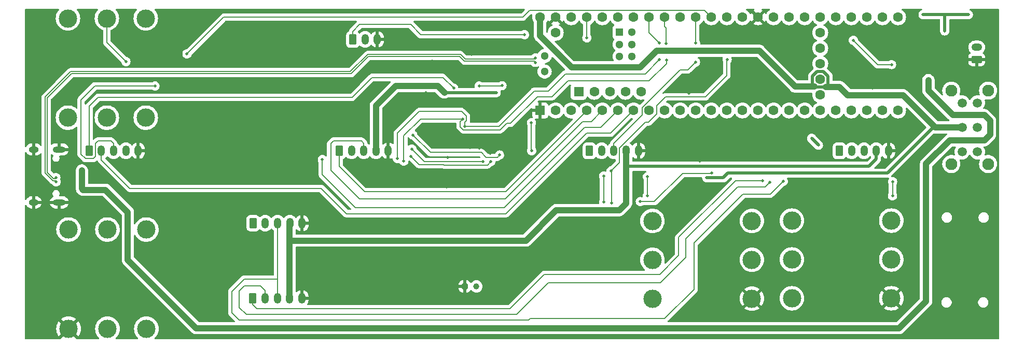
<source format=gbl>
%TF.GenerationSoftware,KiCad,Pcbnew,8.0.2*%
%TF.CreationDate,2024-10-21T17:53:15+02:00*%
%TF.ProjectId,teensyAudioMidi,7465656e-7379-4417-9564-696f4d696469,rev?*%
%TF.SameCoordinates,Original*%
%TF.FileFunction,Copper,L4,Bot*%
%TF.FilePolarity,Positive*%
%FSLAX46Y46*%
G04 Gerber Fmt 4.6, Leading zero omitted, Abs format (unit mm)*
G04 Created by KiCad (PCBNEW 8.0.2) date 2024-10-21 17:53:15*
%MOMM*%
%LPD*%
G01*
G04 APERTURE LIST*
G04 Aperture macros list*
%AMRoundRect*
0 Rectangle with rounded corners*
0 $1 Rounding radius*
0 $2 $3 $4 $5 $6 $7 $8 $9 X,Y pos of 4 corners*
0 Add a 4 corners polygon primitive as box body*
4,1,4,$2,$3,$4,$5,$6,$7,$8,$9,$2,$3,0*
0 Add four circle primitives for the rounded corners*
1,1,$1+$1,$2,$3*
1,1,$1+$1,$4,$5*
1,1,$1+$1,$6,$7*
1,1,$1+$1,$8,$9*
0 Add four rect primitives between the rounded corners*
20,1,$1+$1,$2,$3,$4,$5,0*
20,1,$1+$1,$4,$5,$6,$7,0*
20,1,$1+$1,$6,$7,$8,$9,0*
20,1,$1+$1,$8,$9,$2,$3,0*%
G04 Aperture macros list end*
%TA.AperFunction,ComponentPad*%
%ADD10RoundRect,0.250000X0.625000X-0.350000X0.625000X0.350000X-0.625000X0.350000X-0.625000X-0.350000X0*%
%TD*%
%TA.AperFunction,ComponentPad*%
%ADD11O,1.750000X1.200000*%
%TD*%
%TA.AperFunction,ComponentPad*%
%ADD12RoundRect,0.250000X-0.250000X-0.250000X0.250000X-0.250000X0.250000X0.250000X-0.250000X0.250000X0*%
%TD*%
%TA.AperFunction,ComponentPad*%
%ADD13C,1.000000*%
%TD*%
%TA.AperFunction,ComponentPad*%
%ADD14RoundRect,0.250000X-0.350000X-0.625000X0.350000X-0.625000X0.350000X0.625000X-0.350000X0.625000X0*%
%TD*%
%TA.AperFunction,ComponentPad*%
%ADD15O,1.200000X1.750000*%
%TD*%
%TA.AperFunction,ComponentPad*%
%ADD16O,2.100000X1.000000*%
%TD*%
%TA.AperFunction,ComponentPad*%
%ADD17O,1.600000X1.000000*%
%TD*%
%TA.AperFunction,ComponentPad*%
%ADD18C,3.000000*%
%TD*%
%TA.AperFunction,ComponentPad*%
%ADD19C,1.500000*%
%TD*%
%TA.AperFunction,ComponentPad*%
%ADD20C,1.950000*%
%TD*%
%TA.AperFunction,ComponentPad*%
%ADD21R,1.600000X1.600000*%
%TD*%
%TA.AperFunction,ComponentPad*%
%ADD22C,1.600000*%
%TD*%
%TA.AperFunction,ComponentPad*%
%ADD23R,1.300000X1.300000*%
%TD*%
%TA.AperFunction,ComponentPad*%
%ADD24C,1.300000*%
%TD*%
%TA.AperFunction,ViaPad*%
%ADD25C,0.500000*%
%TD*%
%TA.AperFunction,ViaPad*%
%ADD26C,0.600000*%
%TD*%
%TA.AperFunction,Conductor*%
%ADD27C,0.500000*%
%TD*%
%TA.AperFunction,Conductor*%
%ADD28C,1.000000*%
%TD*%
%TA.AperFunction,Conductor*%
%ADD29C,0.150000*%
%TD*%
%TA.AperFunction,Conductor*%
%ADD30C,0.200000*%
%TD*%
G04 APERTURE END LIST*
D10*
X186810000Y-33840000D03*
D11*
X186810000Y-31840000D03*
D12*
X103250000Y-70930000D03*
D13*
X105150000Y-70930000D03*
D14*
X164413334Y-48750000D03*
D15*
X166413334Y-48750000D03*
X168413334Y-48750000D03*
X170413334Y-48750000D03*
X172413334Y-48750000D03*
D14*
X68660000Y-72880000D03*
D15*
X70660000Y-72880000D03*
X72660000Y-72880000D03*
X74660000Y-72880000D03*
X76660000Y-72880000D03*
D16*
X37080000Y-48540000D03*
D17*
X32900000Y-48540000D03*
D16*
X37080000Y-57180000D03*
D17*
X32900000Y-57180000D03*
D14*
X41943334Y-48750000D03*
D15*
X43943334Y-48750000D03*
X45943334Y-48750000D03*
X47943334Y-48750000D03*
X49943334Y-48750000D03*
D14*
X84980000Y-30540000D03*
D15*
X86980000Y-30540000D03*
X88980000Y-30540000D03*
D14*
X68700000Y-60590000D03*
D15*
X70700000Y-60590000D03*
X72700000Y-60590000D03*
X74700000Y-60590000D03*
X76700000Y-60590000D03*
D18*
X150120000Y-66570000D03*
X133890000Y-66570000D03*
X150120000Y-72920000D03*
X133890000Y-72920000D03*
X150120000Y-60220000D03*
X133890000Y-60220000D03*
X44935000Y-77855000D03*
X44935000Y-61625000D03*
X38585000Y-77855000D03*
X38585000Y-61625000D03*
X51285000Y-77855000D03*
X51285000Y-61625000D03*
D14*
X82766667Y-48750000D03*
D15*
X84766667Y-48750000D03*
X86766667Y-48750000D03*
X88766667Y-48750000D03*
X90766667Y-48750000D03*
D19*
X186920000Y-48910000D03*
X186920000Y-44910000D03*
X186920000Y-40910000D03*
X184420000Y-40910000D03*
X184420000Y-44910000D03*
X184420000Y-48910000D03*
D20*
X188670000Y-50910000D03*
X182670000Y-50910000D03*
X188670000Y-38910000D03*
X182670000Y-38910000D03*
D18*
X172875000Y-66515000D03*
X156645000Y-66515000D03*
X172875000Y-72865000D03*
X156645000Y-72865000D03*
X172875000Y-60165000D03*
X156645000Y-60165000D03*
D14*
X123590000Y-48750000D03*
D15*
X125590000Y-48750000D03*
X127590000Y-48750000D03*
X129590000Y-48750000D03*
X131590000Y-48750000D03*
D21*
X115560000Y-42150000D03*
D22*
X118100000Y-42150000D03*
X120640000Y-42150000D03*
X123180000Y-42150000D03*
X125720000Y-42150000D03*
X128260000Y-42150000D03*
X130800000Y-42150000D03*
X133340000Y-42150000D03*
X135880000Y-42150000D03*
X138420000Y-42150000D03*
X140960000Y-42150000D03*
X143500000Y-42150000D03*
X146040000Y-42150000D03*
X148580000Y-42150000D03*
X151120000Y-42150000D03*
X153660000Y-42150000D03*
X156200000Y-42150000D03*
X158740000Y-42150000D03*
X161280000Y-42150000D03*
X163820000Y-42150000D03*
X166360000Y-42150000D03*
X168900000Y-42150000D03*
X171440000Y-42150000D03*
X173980000Y-42150000D03*
X173980000Y-26910000D03*
X171440000Y-26910000D03*
X168900000Y-26910000D03*
X166360000Y-26910000D03*
X163820000Y-26910000D03*
X161280000Y-26910000D03*
X158740000Y-26910000D03*
X156200000Y-26910000D03*
X153660000Y-26910000D03*
X151120000Y-26910000D03*
X148580000Y-26910000D03*
X146040000Y-26910000D03*
X143500000Y-26910000D03*
X140960000Y-26910000D03*
X138420000Y-26910000D03*
X135880000Y-26910000D03*
X133340000Y-26910000D03*
X130800000Y-26910000D03*
X128260000Y-26910000D03*
X125720000Y-26910000D03*
X123180000Y-26910000D03*
X120640000Y-26910000D03*
X118100000Y-26910000D03*
X115560000Y-26910000D03*
X118100000Y-29450000D03*
X161280000Y-39610000D03*
X161280000Y-37070000D03*
X161280000Y-34530000D03*
X161280000Y-31990000D03*
X161280000Y-29450000D03*
D21*
X121859200Y-39099200D03*
D22*
X124399200Y-39099200D03*
X126939200Y-39099200D03*
X129479200Y-39099200D03*
X132019200Y-39099200D03*
D23*
X128530000Y-29348400D03*
D24*
X128530000Y-31348400D03*
X128530000Y-33348400D03*
X130530000Y-33348400D03*
X130530000Y-31348400D03*
X130530000Y-29348400D03*
X116290000Y-33260000D03*
X116290000Y-35800000D03*
D18*
X44845000Y-43335000D03*
X44845000Y-27105000D03*
X38495000Y-43335000D03*
X38495000Y-27105000D03*
X51195000Y-43335000D03*
X51195000Y-27105000D03*
D25*
X175940000Y-35910000D03*
X181590000Y-29150000D03*
X185450000Y-26490000D03*
X178060000Y-26500000D03*
X182880000Y-29910000D03*
X178160000Y-29130000D03*
X178927500Y-37210000D03*
X178930000Y-38070000D03*
X114790000Y-34305000D03*
X114790000Y-33555000D03*
X57920000Y-32900000D03*
X52690000Y-38170000D03*
X36510000Y-53130000D03*
X36571169Y-53827325D03*
X42920000Y-58950000D03*
X42900000Y-57830000D03*
X40770000Y-51970000D03*
X40770000Y-52930000D03*
X40770000Y-53920000D03*
X40770000Y-54940000D03*
X47950000Y-34170000D03*
X95570000Y-35680000D03*
X111600000Y-35910000D03*
X100470000Y-49840000D03*
X111920000Y-49020000D03*
X127700000Y-63320000D03*
X107420000Y-49190000D03*
X97940000Y-34050000D03*
X64065734Y-69389361D03*
X123660000Y-64800000D03*
X126770000Y-64650000D03*
X105660000Y-48330000D03*
X58930000Y-71710000D03*
X141590000Y-50440000D03*
X104320000Y-32970000D03*
X104110000Y-48260000D03*
D26*
X110200000Y-41890000D03*
D25*
X146220000Y-38420000D03*
X124010000Y-59720000D03*
X154760000Y-38680000D03*
X104050000Y-53040000D03*
X150080000Y-44720000D03*
X156370000Y-33470000D03*
X98980000Y-47530000D03*
X136650000Y-48690000D03*
D26*
X110230000Y-40700000D03*
D25*
X110180000Y-51690000D03*
X110170000Y-50550000D03*
X104880000Y-47170000D03*
X146120000Y-61450000D03*
X109830000Y-49280000D03*
X96940000Y-39240000D03*
X139850000Y-39310000D03*
X50920000Y-74660000D03*
X169850000Y-38470000D03*
X158700000Y-49850000D03*
X123150000Y-61200000D03*
X110280000Y-28260000D03*
X100320000Y-54640000D03*
X98840000Y-52200000D03*
X156240000Y-46490000D03*
X142750000Y-53160000D03*
X108390000Y-39240000D03*
X121470000Y-58460000D03*
X99930000Y-39220000D03*
X118190000Y-58460000D03*
X160980000Y-47840000D03*
X159870000Y-46700000D03*
X94770000Y-46160000D03*
X108960000Y-49440000D03*
X94610000Y-48460000D03*
X106240000Y-50530000D03*
X94420000Y-49640000D03*
X107480000Y-50545000D03*
X143600000Y-52350000D03*
X131910000Y-57060000D03*
X133070000Y-56120000D03*
X133070000Y-53000000D03*
X146080000Y-33830000D03*
X127150000Y-52050000D03*
X127180000Y-57250000D03*
X125930000Y-57090000D03*
X125910000Y-52850000D03*
X113010000Y-29770000D03*
X155230000Y-53740000D03*
X92260000Y-50000000D03*
X135050000Y-33850000D03*
X103255817Y-44725337D03*
X135040000Y-31110000D03*
X102930000Y-43540000D03*
X136180000Y-33880000D03*
X93310000Y-50450000D03*
X136150000Y-31180000D03*
X151900000Y-53620000D03*
X153010000Y-53940000D03*
X101450000Y-38530000D03*
X80020000Y-50170000D03*
X105630000Y-38140000D03*
X109340000Y-38110000D03*
X140920000Y-34250000D03*
X140920000Y-31130000D03*
X172910000Y-34660000D03*
X166690000Y-30670000D03*
X123190000Y-30290000D03*
X173090000Y-53800000D03*
X173070000Y-56120000D03*
X114140000Y-44130000D03*
X114170000Y-48740000D03*
D27*
X181590000Y-26500000D02*
X181590000Y-29150000D01*
X181590000Y-26500000D02*
X185440000Y-26500000D01*
X178060000Y-26500000D02*
X181590000Y-26500000D01*
X185440000Y-26500000D02*
X185450000Y-26490000D01*
D28*
X178930000Y-38070000D02*
X178930000Y-37212500D01*
X178930000Y-37212500D02*
X178927500Y-37210000D01*
X181320000Y-41270000D02*
X178930000Y-38880000D01*
X182960000Y-42910000D02*
X181320000Y-41270000D01*
X185100000Y-42910000D02*
X182960000Y-42910000D01*
X188070000Y-42910000D02*
X185100000Y-42910000D01*
X178930000Y-38880000D02*
X178930000Y-38070000D01*
X188340000Y-43180000D02*
X188070000Y-42910000D01*
X40960000Y-55130000D02*
X40770000Y-54940000D01*
X44620000Y-55130000D02*
X40960000Y-55130000D01*
X48270000Y-58780000D02*
X44620000Y-55130000D01*
X48270000Y-66580000D02*
X48270000Y-58780000D01*
X59440000Y-77750000D02*
X48270000Y-66580000D01*
X174150000Y-77750000D02*
X59440000Y-77750000D01*
X178550000Y-73350000D02*
X174150000Y-77750000D01*
X178550000Y-50870000D02*
X178550000Y-73350000D01*
X188070000Y-47020000D02*
X182400000Y-47020000D01*
X189000000Y-46090000D02*
X188070000Y-47020000D01*
X189000000Y-43840000D02*
X189000000Y-46090000D01*
X188340000Y-43180000D02*
X189000000Y-43840000D01*
X182400000Y-47020000D02*
X178550000Y-50870000D01*
X180040000Y-44910000D02*
X184420000Y-44910000D01*
X174790000Y-39660000D02*
X180040000Y-44910000D01*
X164430000Y-38320000D02*
X165770000Y-39660000D01*
X162200000Y-38320000D02*
X164430000Y-38320000D01*
X165770000Y-39660000D02*
X174790000Y-39660000D01*
D27*
X179750000Y-44910000D02*
X184420000Y-44910000D01*
X146190000Y-52410000D02*
X172250000Y-52410000D01*
X145440000Y-53160000D02*
X146190000Y-52410000D01*
X172250000Y-52410000D02*
X179750000Y-44910000D01*
X142750000Y-53160000D02*
X145440000Y-53160000D01*
D29*
X114590000Y-34105000D02*
X114790000Y-34305000D01*
X103187512Y-34105000D02*
X114590000Y-34105000D01*
X102417512Y-33335000D02*
X103187512Y-34105000D01*
X87552488Y-33335000D02*
X102417512Y-33335000D01*
X84732488Y-36155000D02*
X87552488Y-33335000D01*
X39042488Y-36155000D02*
X84732488Y-36155000D01*
X35135000Y-40062488D02*
X39042488Y-36155000D01*
X35135000Y-52257512D02*
X35135000Y-40062488D01*
X36510000Y-53130000D02*
X36366922Y-53273078D01*
X114590000Y-33755000D02*
X114790000Y-33555000D01*
X103332488Y-33755000D02*
X114590000Y-33755000D01*
X102562488Y-32985000D02*
X103332488Y-33755000D01*
X87407512Y-32985000D02*
X102562488Y-32985000D01*
X84587512Y-35805000D02*
X87407512Y-32985000D01*
X36150566Y-53273078D02*
X35135000Y-52257512D01*
X38897512Y-35805000D02*
X84587512Y-35805000D01*
X34785000Y-39917512D02*
X38897512Y-35805000D01*
X36005590Y-53623078D02*
X34785000Y-52402488D01*
X36260615Y-53623078D02*
X36005590Y-53623078D01*
X36292537Y-53655000D02*
X36260615Y-53623078D01*
X34785000Y-52402488D02*
X34785000Y-39917512D01*
X36398844Y-53655000D02*
X36292537Y-53655000D01*
X36571169Y-53827325D02*
X36398844Y-53655000D01*
X36366922Y-53273078D02*
X36150566Y-53273078D01*
D30*
X57920000Y-32900000D02*
X63910000Y-26910000D01*
X63910000Y-26910000D02*
X63960000Y-26910000D01*
X112710000Y-26910000D02*
X63960000Y-26910000D01*
X52680000Y-38160000D02*
X52690000Y-38170000D01*
X52540000Y-38160000D02*
X52680000Y-38160000D01*
X44845000Y-31055000D02*
X44845000Y-27105000D01*
X47950000Y-34160000D02*
X44845000Y-31055000D01*
X47950000Y-34170000D02*
X47950000Y-34160000D01*
X45943334Y-47593334D02*
X45943334Y-48750000D01*
X45500000Y-47150000D02*
X45943334Y-47593334D01*
X42970000Y-47550000D02*
X43370000Y-47150000D01*
X42970000Y-49700000D02*
X42970000Y-47550000D01*
X40630000Y-49320000D02*
X41330000Y-50020000D01*
X42650000Y-50020000D02*
X42970000Y-49700000D01*
X42880000Y-38160000D02*
X40630000Y-40410000D01*
X43370000Y-47150000D02*
X45500000Y-47150000D01*
X113810000Y-25810000D02*
X112710000Y-26910000D01*
X40630000Y-40410000D02*
X40630000Y-49320000D01*
X41330000Y-50020000D02*
X42650000Y-50020000D01*
X142400000Y-25810000D02*
X113810000Y-25810000D01*
X143500000Y-26910000D02*
X142400000Y-25810000D01*
X52540000Y-38160000D02*
X42880000Y-38160000D01*
D28*
X40770000Y-52930000D02*
X40770000Y-51970000D01*
X40770000Y-53920000D02*
X40770000Y-52930000D01*
X40770000Y-54940000D02*
X40770000Y-53920000D01*
D30*
X67260000Y-69720000D02*
X72700000Y-69720000D01*
X65250000Y-71730000D02*
X67260000Y-69720000D01*
X65250000Y-75240000D02*
X65250000Y-71730000D01*
X66460000Y-76450000D02*
X65250000Y-75240000D01*
X113890000Y-76210000D02*
X113650000Y-76450000D01*
X135890000Y-76210000D02*
X113890000Y-76210000D01*
X140710000Y-63820000D02*
X140710000Y-71390000D01*
X140710000Y-71390000D02*
X135890000Y-76210000D01*
X113650000Y-76450000D02*
X66460000Y-76450000D01*
X148670000Y-55860000D02*
X140710000Y-63820000D01*
X155230000Y-53740000D02*
X153110000Y-55860000D01*
X153110000Y-55860000D02*
X148670000Y-55860000D01*
X70660000Y-71610000D02*
X70660000Y-72880000D01*
X69910000Y-70860000D02*
X70660000Y-71610000D01*
X67260000Y-70860000D02*
X69910000Y-70860000D01*
X66470000Y-71650000D02*
X67260000Y-70860000D01*
X66470000Y-74410000D02*
X66470000Y-71650000D01*
X116910000Y-70340000D02*
X111730000Y-75520000D01*
X135210000Y-70340000D02*
X116910000Y-70340000D01*
X139360000Y-66190000D02*
X135210000Y-70340000D01*
X67580000Y-75520000D02*
X66470000Y-74410000D01*
X111730000Y-75520000D02*
X67580000Y-75520000D01*
X152310000Y-54640000D02*
X147830000Y-54640000D01*
X147830000Y-54640000D02*
X139360000Y-63110000D01*
X153010000Y-53940000D02*
X152310000Y-54640000D01*
X139360000Y-63110000D02*
X139360000Y-66190000D01*
X68660000Y-73910000D02*
X68660000Y-72880000D01*
X69340000Y-74590000D02*
X68660000Y-73910000D01*
X116240000Y-68950000D02*
X110600000Y-74590000D01*
X138170000Y-65880000D02*
X135100000Y-68950000D01*
X135100000Y-68950000D02*
X116240000Y-68950000D01*
X138170000Y-62900000D02*
X138170000Y-65880000D01*
X151900000Y-53620000D02*
X151890000Y-53630000D01*
X151890000Y-53630000D02*
X147440000Y-53630000D01*
X147440000Y-53630000D02*
X138170000Y-62900000D01*
X110600000Y-74590000D02*
X69340000Y-74590000D01*
X41943334Y-41486666D02*
X41943334Y-48750000D01*
X43410000Y-40020000D02*
X41943334Y-41486666D01*
X88110000Y-36760000D02*
X84850000Y-40020000D01*
X84850000Y-40020000D02*
X43410000Y-40020000D01*
X99680000Y-36760000D02*
X88110000Y-36760000D01*
X101450000Y-38530000D02*
X99680000Y-36760000D01*
D28*
X131860000Y-35120000D02*
X134570000Y-32410000D01*
X157190000Y-38250000D02*
X159850000Y-38250000D01*
D27*
X160030000Y-38070000D02*
X159850000Y-38250000D01*
X161797767Y-35820000D02*
X160762233Y-35820000D01*
D28*
X134570000Y-32410000D02*
X151350000Y-32410000D01*
D27*
X160030000Y-36552233D02*
X160030000Y-38070000D01*
X162200000Y-38320000D02*
X160408679Y-38320000D01*
X160762233Y-35820000D02*
X160030000Y-36552233D01*
D28*
X115560000Y-29980000D02*
X120700000Y-35120000D01*
D27*
X162530000Y-37990000D02*
X162530000Y-36552233D01*
D28*
X120700000Y-35120000D02*
X131860000Y-35120000D01*
D27*
X162530000Y-36552233D02*
X161797767Y-35820000D01*
X160408679Y-38320000D02*
X160338679Y-38250000D01*
D28*
X115560000Y-26910000D02*
X115560000Y-29980000D01*
X151350000Y-32410000D02*
X157190000Y-38250000D01*
D27*
X162200000Y-38320000D02*
X162530000Y-37990000D01*
D28*
X159850000Y-38250000D02*
X160338679Y-38250000D01*
X98840000Y-38130000D02*
X91990000Y-38130000D01*
X88766667Y-41353333D02*
X88766667Y-48750000D01*
D27*
X108380000Y-39230000D02*
X108390000Y-39240000D01*
D28*
X128470000Y-58460000D02*
X121470000Y-58460000D01*
X99930000Y-39220000D02*
X98840000Y-38130000D01*
X74660000Y-63440000D02*
X74660000Y-60630000D01*
D27*
X159870000Y-46700000D02*
X159870000Y-46730000D01*
X99930000Y-39220000D02*
X99940000Y-39230000D01*
D28*
X129590000Y-57340000D02*
X128470000Y-58460000D01*
X121470000Y-58460000D02*
X118190000Y-58460000D01*
D27*
X159870000Y-46730000D02*
X160980000Y-47840000D01*
D28*
X129590000Y-48750000D02*
X129590000Y-51300000D01*
X129590000Y-51300000D02*
X129590000Y-57340000D01*
X91990000Y-38130000D02*
X88766667Y-41353333D01*
D27*
X169210000Y-51300000D02*
X170413334Y-50096666D01*
X129590000Y-51300000D02*
X169210000Y-51300000D01*
D28*
X118190000Y-58460000D02*
X113210000Y-63440000D01*
D27*
X99940000Y-39230000D02*
X108380000Y-39230000D01*
D28*
X74660000Y-72880000D02*
X74660000Y-63440000D01*
D27*
X170413334Y-50096666D02*
X170413334Y-48750000D01*
D28*
X113210000Y-63440000D02*
X74660000Y-63440000D01*
D30*
X105970000Y-49030000D02*
X106760000Y-49820000D01*
X106760000Y-49820000D02*
X108580000Y-49820000D01*
X108580000Y-49820000D02*
X108960000Y-49440000D01*
X97640000Y-49030000D02*
X105970000Y-49030000D01*
X94770000Y-46160000D02*
X97640000Y-49030000D01*
X96680000Y-50530000D02*
X94610000Y-48460000D01*
X106240000Y-50530000D02*
X96680000Y-50530000D01*
X106945000Y-51080000D02*
X107480000Y-50545000D01*
X94420000Y-49640000D02*
X95790000Y-51010000D01*
X99800000Y-51010000D02*
X99870000Y-51080000D01*
X95790000Y-51010000D02*
X99800000Y-51010000D01*
X99870000Y-51080000D02*
X106945000Y-51080000D01*
X143600000Y-52350000D02*
X143520000Y-52430000D01*
X143520000Y-52430000D02*
X138830000Y-52430000D01*
X134200000Y-57060000D02*
X131910000Y-57060000D01*
X138830000Y-52430000D02*
X134200000Y-57060000D01*
X133070000Y-56120000D02*
X133070000Y-53000000D01*
X127150000Y-52050000D02*
X128490000Y-50710000D01*
X127180000Y-52080000D02*
X127150000Y-52050000D01*
X133270000Y-44040000D02*
X134580000Y-42730000D01*
X136010000Y-39930000D02*
X142540000Y-39930000D01*
X132740000Y-44040000D02*
X133270000Y-44040000D01*
X128490000Y-48290000D02*
X132740000Y-44040000D01*
X134580000Y-41360000D02*
X136010000Y-39930000D01*
X127180000Y-57250000D02*
X127180000Y-52080000D01*
X146040000Y-36430000D02*
X146040000Y-33870000D01*
X142540000Y-39930000D02*
X146040000Y-36430000D01*
X128490000Y-50710000D02*
X128490000Y-48290000D01*
X146040000Y-33870000D02*
X146080000Y-33830000D01*
X134580000Y-42730000D02*
X134580000Y-41360000D01*
X125930000Y-57090000D02*
X125910000Y-57070000D01*
X125910000Y-57070000D02*
X125910000Y-52850000D01*
X113010000Y-29770000D02*
X96090000Y-29770000D01*
X86100000Y-28110000D02*
X84980000Y-29230000D01*
X94430000Y-28110000D02*
X86100000Y-28110000D01*
X84980000Y-29230000D02*
X84980000Y-30540000D01*
X96090000Y-29770000D02*
X94430000Y-28110000D01*
X72700000Y-60590000D02*
X72700000Y-69720000D01*
X72700000Y-69720000D02*
X72700000Y-72840000D01*
X102730000Y-42320000D02*
X103510000Y-43100000D01*
X95800000Y-42320000D02*
X102730000Y-42320000D01*
X119690000Y-36180000D02*
X116860000Y-39010000D01*
X119690000Y-36180000D02*
X132720000Y-36180000D01*
X135040000Y-31110000D02*
X133340000Y-29410000D01*
X103510000Y-43800000D02*
X103255817Y-44054183D01*
X92260000Y-45860000D02*
X95800000Y-42320000D01*
X133340000Y-29410000D02*
X133340000Y-26910000D01*
X114570000Y-39010000D02*
X108854663Y-44725337D01*
X103510000Y-43100000D02*
X103510000Y-43800000D01*
X92260000Y-50000000D02*
X92260000Y-45860000D01*
X116860000Y-39010000D02*
X114570000Y-39010000D01*
X108854663Y-44725337D02*
X103255817Y-44725337D01*
X103255817Y-44054183D02*
X103255817Y-44725337D01*
X132720000Y-36180000D02*
X135050000Y-33850000D01*
X96030000Y-43570000D02*
X102900000Y-43570000D01*
X103000000Y-45330000D02*
X109030000Y-45330000D01*
X120080000Y-37330000D02*
X133350000Y-37330000D01*
X93310000Y-50450000D02*
X93310000Y-46290000D01*
X115090000Y-39890000D02*
X117520000Y-39890000D01*
X133350000Y-37330000D02*
X136180000Y-34500000D01*
X93310000Y-46290000D02*
X96030000Y-43570000D01*
X136150000Y-28700000D02*
X135880000Y-28430000D01*
X135880000Y-28430000D02*
X135880000Y-26910000D01*
X110720000Y-44260000D02*
X115090000Y-39890000D01*
X102480000Y-43990000D02*
X102480000Y-44810000D01*
X136180000Y-34500000D02*
X136180000Y-33880000D01*
X102480000Y-44810000D02*
X103000000Y-45330000D01*
X102900000Y-43570000D02*
X102930000Y-43540000D01*
X117520000Y-39890000D02*
X120080000Y-37330000D01*
X136150000Y-31180000D02*
X136150000Y-28700000D01*
X102930000Y-43540000D02*
X102480000Y-43990000D01*
X109030000Y-45330000D02*
X110100000Y-44260000D01*
X110100000Y-44260000D02*
X110720000Y-44260000D01*
X48600000Y-54890000D02*
X43943334Y-50233334D01*
X109980000Y-59030000D02*
X83930000Y-59030000D01*
X130800000Y-42150000D02*
X127080000Y-45870000D01*
X123140000Y-45870000D02*
X109980000Y-59030000D01*
X127080000Y-45870000D02*
X123140000Y-45870000D01*
X83930000Y-59030000D02*
X79790000Y-54890000D01*
X79790000Y-54890000D02*
X48600000Y-54890000D01*
X43943334Y-50233334D02*
X43943334Y-48750000D01*
X81380000Y-47590000D02*
X81810000Y-47160000D01*
X86390000Y-47160000D02*
X86766667Y-47536667D01*
X81810000Y-47160000D02*
X86390000Y-47160000D01*
X86766667Y-47536667D02*
X86766667Y-48750000D01*
X109840000Y-56650000D02*
X86040000Y-56650000D01*
X122500000Y-43990000D02*
X109840000Y-56650000D01*
X125720000Y-42150000D02*
X123880000Y-43990000D01*
X86040000Y-56650000D02*
X81380000Y-51990000D01*
X123880000Y-43990000D02*
X122500000Y-43990000D01*
X81380000Y-51990000D02*
X81380000Y-47590000D01*
X122800000Y-44950000D02*
X125460000Y-44950000D01*
X85400000Y-58050000D02*
X109700000Y-58050000D01*
X80020000Y-52670000D02*
X85400000Y-58050000D01*
X109700000Y-58050000D02*
X122800000Y-44950000D01*
X125460000Y-44950000D02*
X128260000Y-42150000D01*
X80020000Y-50170000D02*
X80020000Y-52670000D01*
X86890000Y-55440000D02*
X82766667Y-51316667D01*
X123180000Y-42200000D02*
X109940000Y-55440000D01*
X109940000Y-55440000D02*
X86890000Y-55440000D01*
X82766667Y-51316667D02*
X82766667Y-48750000D01*
X105630000Y-38140000D02*
X109310000Y-38140000D01*
X109310000Y-38140000D02*
X109340000Y-38110000D01*
X138414365Y-35520000D02*
X139650000Y-35520000D01*
X140920000Y-31130000D02*
X140920000Y-30850000D01*
X127590000Y-48750000D02*
X127590000Y-47540000D01*
X140920000Y-30850000D02*
X140960000Y-30810000D01*
X139650000Y-35520000D02*
X140920000Y-34250000D01*
X127590000Y-47540000D02*
X132240000Y-42890000D01*
X132240000Y-41694365D02*
X138414365Y-35520000D01*
X132240000Y-42890000D02*
X132240000Y-41694365D01*
X140960000Y-30810000D02*
X140960000Y-26910000D01*
X170630000Y-34660000D02*
X166690000Y-30720000D01*
X166690000Y-30720000D02*
X166690000Y-30670000D01*
X172910000Y-34660000D02*
X170630000Y-34660000D01*
X123190000Y-30290000D02*
X123190000Y-29580000D01*
X123190000Y-29580000D02*
X123180000Y-29570000D01*
X123180000Y-29570000D02*
X123180000Y-26910000D01*
X173070000Y-53820000D02*
X173090000Y-53800000D01*
X173070000Y-56120000D02*
X173070000Y-53820000D01*
X114140000Y-44130000D02*
X114140000Y-48710000D01*
X114140000Y-48710000D02*
X114170000Y-48740000D01*
%TA.AperFunction,Conductor*%
G36*
X177858938Y-25560185D02*
G01*
X177904693Y-25612989D01*
X177914637Y-25682147D01*
X177885612Y-25745703D01*
X177839347Y-25779062D01*
X177837403Y-25779868D01*
X177795466Y-25797237D01*
X177788974Y-25799715D01*
X177732314Y-25819542D01*
X177732309Y-25819544D01*
X177723147Y-25825300D01*
X177704657Y-25834852D01*
X177704513Y-25834911D01*
X177704499Y-25834918D01*
X177653254Y-25869159D01*
X177650339Y-25871048D01*
X177589114Y-25909519D01*
X177589107Y-25909525D01*
X177469525Y-26029107D01*
X177469519Y-26029114D01*
X177431048Y-26090339D01*
X177429159Y-26093254D01*
X177394918Y-26144499D01*
X177394911Y-26144513D01*
X177394852Y-26144657D01*
X177385300Y-26163147D01*
X177379544Y-26172309D01*
X177379542Y-26172314D01*
X177359715Y-26228974D01*
X177357237Y-26235466D01*
X177338341Y-26281088D01*
X177338339Y-26281097D01*
X177335903Y-26293341D01*
X177331330Y-26310097D01*
X177323687Y-26331939D01*
X177323687Y-26331940D01*
X177318341Y-26379382D01*
X177316739Y-26389685D01*
X177309500Y-26426081D01*
X177309500Y-26450890D01*
X177308720Y-26464774D01*
X177304751Y-26499997D01*
X177304751Y-26500000D01*
X177308720Y-26535223D01*
X177309500Y-26549108D01*
X177309500Y-26573916D01*
X177316739Y-26610312D01*
X177318341Y-26620616D01*
X177323687Y-26668059D01*
X177331330Y-26689902D01*
X177335904Y-26706659D01*
X177338342Y-26718913D01*
X177355781Y-26761016D01*
X177357235Y-26764525D01*
X177359708Y-26771003D01*
X177376045Y-26817690D01*
X177379543Y-26827687D01*
X177379546Y-26827694D01*
X177385295Y-26836844D01*
X177394851Y-26855340D01*
X177394912Y-26855488D01*
X177394916Y-26855495D01*
X177429169Y-26906760D01*
X177431054Y-26909669D01*
X177442518Y-26927912D01*
X177463239Y-26960890D01*
X177469523Y-26970890D01*
X177589110Y-27090477D01*
X177650338Y-27128949D01*
X177653247Y-27130834D01*
X177704505Y-27165084D01*
X177704648Y-27165143D01*
X177723162Y-27174708D01*
X177732310Y-27180456D01*
X177786332Y-27199358D01*
X177788979Y-27200285D01*
X177795477Y-27202766D01*
X177841087Y-27221658D01*
X177841095Y-27221660D01*
X177853332Y-27224094D01*
X177870101Y-27228671D01*
X177891938Y-27236312D01*
X177891941Y-27236313D01*
X177939398Y-27241659D01*
X177949689Y-27243260D01*
X177961926Y-27245694D01*
X177986081Y-27250500D01*
X177986082Y-27250500D01*
X178010890Y-27250500D01*
X178024774Y-27251280D01*
X178059998Y-27255249D01*
X178060000Y-27255249D01*
X178060002Y-27255249D01*
X178095226Y-27251280D01*
X178109110Y-27250500D01*
X180715500Y-27250500D01*
X180782539Y-27270185D01*
X180828294Y-27322989D01*
X180839500Y-27374500D01*
X180839500Y-29100890D01*
X180838720Y-29114774D01*
X180834751Y-29149997D01*
X180834751Y-29150000D01*
X180838720Y-29185223D01*
X180839500Y-29199108D01*
X180839500Y-29223918D01*
X180840747Y-29230186D01*
X180846739Y-29260312D01*
X180848341Y-29270616D01*
X180853687Y-29318059D01*
X180861330Y-29339902D01*
X180865904Y-29356659D01*
X180868342Y-29368913D01*
X180883565Y-29405666D01*
X180887235Y-29414525D01*
X180889708Y-29421003D01*
X180909543Y-29477687D01*
X180909546Y-29477694D01*
X180915295Y-29486844D01*
X180924851Y-29505340D01*
X180924912Y-29505488D01*
X180924916Y-29505495D01*
X180959169Y-29556760D01*
X180961054Y-29559669D01*
X180972518Y-29577912D01*
X180987617Y-29601943D01*
X180999523Y-29620890D01*
X181119110Y-29740477D01*
X181180303Y-29778927D01*
X181180338Y-29778949D01*
X181183247Y-29780834D01*
X181234505Y-29815084D01*
X181234648Y-29815143D01*
X181253162Y-29824708D01*
X181262310Y-29830456D01*
X181316332Y-29849358D01*
X181318979Y-29850285D01*
X181325477Y-29852766D01*
X181371087Y-29871658D01*
X181371095Y-29871660D01*
X181383332Y-29874094D01*
X181400101Y-29878671D01*
X181421938Y-29886312D01*
X181421941Y-29886313D01*
X181469398Y-29891659D01*
X181479689Y-29893260D01*
X181491926Y-29895694D01*
X181516081Y-29900500D01*
X181516082Y-29900500D01*
X181540890Y-29900500D01*
X181554774Y-29901280D01*
X181589998Y-29905249D01*
X181590000Y-29905249D01*
X181590002Y-29905249D01*
X181625226Y-29901280D01*
X181639110Y-29900500D01*
X181663918Y-29900500D01*
X181700317Y-29893259D01*
X181710599Y-29891659D01*
X181758059Y-29886313D01*
X181779911Y-29878665D01*
X181796660Y-29874094D01*
X181808913Y-29871658D01*
X181854531Y-29852762D01*
X181860988Y-29850295D01*
X181917690Y-29830456D01*
X181926836Y-29824708D01*
X181945365Y-29815138D01*
X181945415Y-29815116D01*
X181945495Y-29815084D01*
X181996780Y-29780815D01*
X181999618Y-29778975D01*
X182060890Y-29740477D01*
X182180477Y-29620890D01*
X182218975Y-29559618D01*
X182220821Y-29556772D01*
X182220829Y-29556760D01*
X182255084Y-29505495D01*
X182255138Y-29505365D01*
X182264708Y-29486836D01*
X182270456Y-29477690D01*
X182290295Y-29420988D01*
X182292762Y-29414531D01*
X182311655Y-29368920D01*
X182311654Y-29368920D01*
X182311658Y-29368913D01*
X182314094Y-29356660D01*
X182318665Y-29339911D01*
X182326313Y-29318059D01*
X182331659Y-29270599D01*
X182333260Y-29260312D01*
X182340500Y-29223918D01*
X182340500Y-29199108D01*
X182341280Y-29185223D01*
X182345249Y-29150000D01*
X182345249Y-29149997D01*
X182341280Y-29114774D01*
X182340500Y-29100890D01*
X182340500Y-27374500D01*
X182360185Y-27307461D01*
X182412989Y-27261706D01*
X182464500Y-27250500D01*
X185513920Y-27250500D01*
X185638125Y-27225793D01*
X185658913Y-27221658D01*
X185795495Y-27165084D01*
X185844729Y-27132186D01*
X185918416Y-27082952D01*
X186032951Y-26968416D01*
X186032952Y-26968417D01*
X186032956Y-26968411D01*
X186040477Y-26960890D01*
X186078961Y-26899640D01*
X186080827Y-26896762D01*
X186108406Y-26855488D01*
X186115084Y-26845494D01*
X186115138Y-26845362D01*
X186124706Y-26826839D01*
X186130456Y-26817690D01*
X186150300Y-26760974D01*
X186152753Y-26754550D01*
X186171658Y-26708913D01*
X186174094Y-26696660D01*
X186178665Y-26679911D01*
X186186313Y-26658059D01*
X186191659Y-26610599D01*
X186193259Y-26600317D01*
X186200500Y-26563918D01*
X186200500Y-26539108D01*
X186201280Y-26525223D01*
X186202104Y-26517916D01*
X186205249Y-26490000D01*
X186202264Y-26463511D01*
X186201280Y-26454774D01*
X186200500Y-26440890D01*
X186200500Y-26416078D01*
X186193261Y-26379693D01*
X186191660Y-26369404D01*
X186186313Y-26321941D01*
X186184187Y-26315864D01*
X186178672Y-26300104D01*
X186174095Y-26283339D01*
X186171806Y-26271833D01*
X186171658Y-26271088D01*
X186152759Y-26225464D01*
X186150301Y-26219028D01*
X186130456Y-26162310D01*
X186124708Y-26153163D01*
X186115138Y-26134638D01*
X186115084Y-26134506D01*
X186080840Y-26083257D01*
X186078955Y-26080348D01*
X186046760Y-26029110D01*
X186040477Y-26019110D01*
X185920890Y-25899523D01*
X185920888Y-25899521D01*
X185859657Y-25861047D01*
X185856741Y-25859157D01*
X185805494Y-25824915D01*
X185805486Y-25824911D01*
X185805342Y-25824852D01*
X185786841Y-25815293D01*
X185777691Y-25809544D01*
X185721013Y-25789712D01*
X185714514Y-25787231D01*
X185694790Y-25779061D01*
X185640387Y-25735220D01*
X185618322Y-25668926D01*
X185635601Y-25601226D01*
X185686739Y-25553616D01*
X185742243Y-25540500D01*
X190355500Y-25540500D01*
X190422539Y-25560185D01*
X190468294Y-25612989D01*
X190479500Y-25664500D01*
X190479500Y-79415500D01*
X190459815Y-79482539D01*
X190407011Y-79528294D01*
X190355500Y-79539500D01*
X52728997Y-79539500D01*
X52661958Y-79519815D01*
X52616203Y-79467011D01*
X52606259Y-79397853D01*
X52635284Y-79334297D01*
X52641316Y-79327819D01*
X52800729Y-79168405D01*
X52800739Y-79168395D01*
X52972226Y-78939315D01*
X53109367Y-78688161D01*
X53209369Y-78420046D01*
X53270196Y-78140428D01*
X53290610Y-77855000D01*
X53270196Y-77569572D01*
X53209369Y-77289954D01*
X53109367Y-77021839D01*
X52972372Y-76770953D01*
X52972229Y-76770690D01*
X52972224Y-76770682D01*
X52800745Y-76541612D01*
X52800729Y-76541594D01*
X52598405Y-76339270D01*
X52598387Y-76339254D01*
X52369317Y-76167775D01*
X52369309Y-76167770D01*
X52118166Y-76030635D01*
X52118167Y-76030635D01*
X52010915Y-75990632D01*
X51850046Y-75930631D01*
X51850043Y-75930630D01*
X51850037Y-75930628D01*
X51570433Y-75869804D01*
X51285001Y-75849390D01*
X51284999Y-75849390D01*
X50999566Y-75869804D01*
X50719962Y-75930628D01*
X50451833Y-76030635D01*
X50200690Y-76167770D01*
X50200682Y-76167775D01*
X49971612Y-76339254D01*
X49971594Y-76339270D01*
X49769270Y-76541594D01*
X49769254Y-76541612D01*
X49597775Y-76770682D01*
X49597770Y-76770690D01*
X49460635Y-77021833D01*
X49360628Y-77289962D01*
X49299804Y-77569566D01*
X49279390Y-77854998D01*
X49279390Y-77855001D01*
X49299804Y-78140433D01*
X49360628Y-78420037D01*
X49360630Y-78420043D01*
X49360631Y-78420046D01*
X49441412Y-78636628D01*
X49460635Y-78688166D01*
X49597770Y-78939309D01*
X49597775Y-78939317D01*
X49769254Y-79168387D01*
X49769270Y-79168405D01*
X49928684Y-79327819D01*
X49962169Y-79389142D01*
X49957185Y-79458834D01*
X49915313Y-79514767D01*
X49849849Y-79539184D01*
X49841003Y-79539500D01*
X46378997Y-79539500D01*
X46311958Y-79519815D01*
X46266203Y-79467011D01*
X46256259Y-79397853D01*
X46285284Y-79334297D01*
X46291316Y-79327819D01*
X46450729Y-79168405D01*
X46450739Y-79168395D01*
X46622226Y-78939315D01*
X46759367Y-78688161D01*
X46859369Y-78420046D01*
X46920196Y-78140428D01*
X46940610Y-77855000D01*
X46920196Y-77569572D01*
X46859369Y-77289954D01*
X46759367Y-77021839D01*
X46622372Y-76770953D01*
X46622229Y-76770690D01*
X46622224Y-76770682D01*
X46450745Y-76541612D01*
X46450729Y-76541594D01*
X46248405Y-76339270D01*
X46248387Y-76339254D01*
X46019317Y-76167775D01*
X46019309Y-76167770D01*
X45768166Y-76030635D01*
X45768167Y-76030635D01*
X45660915Y-75990632D01*
X45500046Y-75930631D01*
X45500043Y-75930630D01*
X45500037Y-75930628D01*
X45220433Y-75869804D01*
X44935001Y-75849390D01*
X44934999Y-75849390D01*
X44649566Y-75869804D01*
X44369962Y-75930628D01*
X44101833Y-76030635D01*
X43850690Y-76167770D01*
X43850682Y-76167775D01*
X43621612Y-76339254D01*
X43621594Y-76339270D01*
X43419270Y-76541594D01*
X43419254Y-76541612D01*
X43247775Y-76770682D01*
X43247770Y-76770690D01*
X43110635Y-77021833D01*
X43010628Y-77289962D01*
X42949804Y-77569566D01*
X42929390Y-77854998D01*
X42929390Y-77855001D01*
X42949804Y-78140433D01*
X43010628Y-78420037D01*
X43010630Y-78420043D01*
X43010631Y-78420046D01*
X43091412Y-78636628D01*
X43110635Y-78688166D01*
X43247770Y-78939309D01*
X43247775Y-78939317D01*
X43419254Y-79168387D01*
X43419270Y-79168405D01*
X43578684Y-79327819D01*
X43612169Y-79389142D01*
X43607185Y-79458834D01*
X43565313Y-79514767D01*
X43499849Y-79539184D01*
X43491003Y-79539500D01*
X39937282Y-79539500D01*
X39870243Y-79519815D01*
X39824488Y-79467011D01*
X39820311Y-79443864D01*
X38870757Y-78494309D01*
X38916574Y-78475332D01*
X39031224Y-78398726D01*
X39128726Y-78301224D01*
X39205332Y-78186574D01*
X39224309Y-78140756D01*
X40165115Y-79081562D01*
X40165116Y-79081561D01*
X40271803Y-78939047D01*
X40408908Y-78687958D01*
X40508890Y-78419895D01*
X40569699Y-78140362D01*
X40590109Y-77855001D01*
X40590109Y-77854998D01*
X40569699Y-77569637D01*
X40508890Y-77290104D01*
X40408908Y-77022041D01*
X40271808Y-76770961D01*
X40271807Y-76770960D01*
X40165115Y-76628436D01*
X39224309Y-77569242D01*
X39205332Y-77523426D01*
X39128726Y-77408776D01*
X39031224Y-77311274D01*
X38916574Y-77234668D01*
X38870756Y-77215689D01*
X39811562Y-76274883D01*
X39811561Y-76274882D01*
X39669046Y-76168196D01*
X39669038Y-76168191D01*
X39417957Y-76031091D01*
X39417958Y-76031091D01*
X39149895Y-75931109D01*
X38870362Y-75870300D01*
X38585001Y-75849891D01*
X38584999Y-75849891D01*
X38299637Y-75870300D01*
X38020104Y-75931109D01*
X37752041Y-76031091D01*
X37500961Y-76168191D01*
X37500953Y-76168196D01*
X37358437Y-76274882D01*
X37358436Y-76274883D01*
X38299243Y-77215689D01*
X38253426Y-77234668D01*
X38138776Y-77311274D01*
X38041274Y-77408776D01*
X37964668Y-77523426D01*
X37945690Y-77569243D01*
X37004883Y-76628436D01*
X37004882Y-76628437D01*
X36898196Y-76770953D01*
X36898191Y-76770961D01*
X36761091Y-77022041D01*
X36661109Y-77290104D01*
X36600300Y-77569637D01*
X36579891Y-77854998D01*
X36579891Y-77855001D01*
X36600300Y-78140362D01*
X36661109Y-78419895D01*
X36761091Y-78687958D01*
X36898191Y-78939038D01*
X36898196Y-78939046D01*
X37004882Y-79081561D01*
X37004883Y-79081562D01*
X37945689Y-78140756D01*
X37964668Y-78186574D01*
X38041274Y-78301224D01*
X38138776Y-78398726D01*
X38253426Y-78475332D01*
X38299242Y-78494309D01*
X37347922Y-79445629D01*
X37341549Y-79474928D01*
X37292143Y-79524333D01*
X37232717Y-79539500D01*
X31604500Y-79539500D01*
X31537461Y-79519815D01*
X31491706Y-79467011D01*
X31480500Y-79415500D01*
X31480500Y-61624998D01*
X36579390Y-61624998D01*
X36579390Y-61625001D01*
X36599804Y-61910433D01*
X36660628Y-62190037D01*
X36660630Y-62190043D01*
X36660631Y-62190046D01*
X36746205Y-62419478D01*
X36760635Y-62458166D01*
X36897770Y-62709309D01*
X36897775Y-62709317D01*
X37069254Y-62938387D01*
X37069270Y-62938405D01*
X37271594Y-63140729D01*
X37271612Y-63140745D01*
X37500682Y-63312224D01*
X37500690Y-63312229D01*
X37751833Y-63449364D01*
X37751832Y-63449364D01*
X37751836Y-63449365D01*
X37751839Y-63449367D01*
X38019954Y-63549369D01*
X38019960Y-63549370D01*
X38019962Y-63549371D01*
X38299566Y-63610195D01*
X38299568Y-63610195D01*
X38299572Y-63610196D01*
X38553220Y-63628337D01*
X38584999Y-63630610D01*
X38585000Y-63630610D01*
X38585001Y-63630610D01*
X38613595Y-63628564D01*
X38870428Y-63610196D01*
X38971474Y-63588215D01*
X39150037Y-63549371D01*
X39150037Y-63549370D01*
X39150046Y-63549369D01*
X39418161Y-63449367D01*
X39669315Y-63312226D01*
X39898395Y-63140739D01*
X40100739Y-62938395D01*
X40272226Y-62709315D01*
X40409367Y-62458161D01*
X40509369Y-62190046D01*
X40519305Y-62144369D01*
X40570195Y-61910433D01*
X40570195Y-61910432D01*
X40570196Y-61910428D01*
X40589178Y-61645022D01*
X40590610Y-61625001D01*
X40590610Y-61624998D01*
X42929390Y-61624998D01*
X42929390Y-61625001D01*
X42949804Y-61910433D01*
X43010628Y-62190037D01*
X43010630Y-62190043D01*
X43010631Y-62190046D01*
X43096205Y-62419478D01*
X43110635Y-62458166D01*
X43247770Y-62709309D01*
X43247775Y-62709317D01*
X43419254Y-62938387D01*
X43419270Y-62938405D01*
X43621594Y-63140729D01*
X43621612Y-63140745D01*
X43850682Y-63312224D01*
X43850690Y-63312229D01*
X44101833Y-63449364D01*
X44101832Y-63449364D01*
X44101836Y-63449365D01*
X44101839Y-63449367D01*
X44369954Y-63549369D01*
X44369960Y-63549370D01*
X44369962Y-63549371D01*
X44649566Y-63610195D01*
X44649568Y-63610195D01*
X44649572Y-63610196D01*
X44903220Y-63628337D01*
X44934999Y-63630610D01*
X44935000Y-63630610D01*
X44935001Y-63630610D01*
X44963595Y-63628564D01*
X45220428Y-63610196D01*
X45321474Y-63588215D01*
X45500037Y-63549371D01*
X45500037Y-63549370D01*
X45500046Y-63549369D01*
X45768161Y-63449367D01*
X46019315Y-63312226D01*
X46248395Y-63140739D01*
X46450739Y-62938395D01*
X46622226Y-62709315D01*
X46759367Y-62458161D01*
X46859369Y-62190046D01*
X46869305Y-62144369D01*
X46920195Y-61910433D01*
X46920195Y-61910432D01*
X46920196Y-61910428D01*
X46939178Y-61645022D01*
X46940610Y-61625001D01*
X46940610Y-61624998D01*
X46934126Y-61534336D01*
X46920196Y-61339572D01*
X46912526Y-61304315D01*
X46859371Y-61059962D01*
X46859370Y-61059960D01*
X46859369Y-61059954D01*
X46759367Y-60791839D01*
X46743644Y-60763045D01*
X46622229Y-60540690D01*
X46622224Y-60540682D01*
X46450745Y-60311612D01*
X46450729Y-60311594D01*
X46248405Y-60109270D01*
X46248387Y-60109254D01*
X46019317Y-59937775D01*
X46019309Y-59937770D01*
X45768166Y-59800635D01*
X45768167Y-59800635D01*
X45595592Y-59736268D01*
X45500046Y-59700631D01*
X45500043Y-59700630D01*
X45500037Y-59700628D01*
X45220433Y-59639804D01*
X44935001Y-59619390D01*
X44934999Y-59619390D01*
X44649566Y-59639804D01*
X44369962Y-59700628D01*
X44101833Y-59800635D01*
X43850690Y-59937770D01*
X43850682Y-59937775D01*
X43621612Y-60109254D01*
X43621594Y-60109270D01*
X43419270Y-60311594D01*
X43419254Y-60311612D01*
X43247775Y-60540682D01*
X43247770Y-60540690D01*
X43110635Y-60791833D01*
X43010628Y-61059962D01*
X42949804Y-61339566D01*
X42929390Y-61624998D01*
X40590610Y-61624998D01*
X40584126Y-61534336D01*
X40570196Y-61339572D01*
X40562526Y-61304315D01*
X40509371Y-61059962D01*
X40509370Y-61059960D01*
X40509369Y-61059954D01*
X40409367Y-60791839D01*
X40393644Y-60763045D01*
X40272229Y-60540690D01*
X40272224Y-60540682D01*
X40100745Y-60311612D01*
X40100729Y-60311594D01*
X39898405Y-60109270D01*
X39898387Y-60109254D01*
X39669317Y-59937775D01*
X39669309Y-59937770D01*
X39418166Y-59800635D01*
X39418167Y-59800635D01*
X39245592Y-59736268D01*
X39150046Y-59700631D01*
X39150043Y-59700630D01*
X39150037Y-59700628D01*
X38870433Y-59639804D01*
X38585001Y-59619390D01*
X38584999Y-59619390D01*
X38299566Y-59639804D01*
X38019962Y-59700628D01*
X37751833Y-59800635D01*
X37500690Y-59937770D01*
X37500682Y-59937775D01*
X37271612Y-60109254D01*
X37271594Y-60109270D01*
X37069270Y-60311594D01*
X37069254Y-60311612D01*
X36897775Y-60540682D01*
X36897770Y-60540690D01*
X36760635Y-60791833D01*
X36660628Y-61059962D01*
X36599804Y-61339566D01*
X36579390Y-61624998D01*
X31480500Y-61624998D01*
X31480500Y-57712220D01*
X31500185Y-57645181D01*
X31552989Y-57599426D01*
X31622147Y-57589482D01*
X31685703Y-57618507D01*
X31709979Y-57648911D01*
X31710426Y-57648613D01*
X31823248Y-57817462D01*
X31823251Y-57817466D01*
X31962533Y-57956748D01*
X31962537Y-57956751D01*
X32126315Y-58066185D01*
X32126328Y-58066192D01*
X32308306Y-58141569D01*
X32308318Y-58141572D01*
X32501504Y-58179999D01*
X32501508Y-58180000D01*
X32650000Y-58180000D01*
X32650000Y-57480000D01*
X33150000Y-57480000D01*
X33150000Y-58180000D01*
X33298492Y-58180000D01*
X33298495Y-58179999D01*
X33491681Y-58141572D01*
X33491693Y-58141569D01*
X33673671Y-58066192D01*
X33673684Y-58066185D01*
X33837462Y-57956751D01*
X33837466Y-57956748D01*
X33976748Y-57817466D01*
X33976751Y-57817462D01*
X34086185Y-57653684D01*
X34086192Y-57653671D01*
X34161569Y-57471692D01*
X34161569Y-57471690D01*
X34169862Y-57430000D01*
X33366988Y-57430000D01*
X33384205Y-57420060D01*
X33440060Y-57364205D01*
X33479556Y-57295796D01*
X33500000Y-57219496D01*
X33500000Y-57140504D01*
X33479556Y-57064204D01*
X33440060Y-56995795D01*
X33384205Y-56939940D01*
X33366988Y-56930000D01*
X34169862Y-56930000D01*
X35560138Y-56930000D01*
X36363012Y-56930000D01*
X36345795Y-56939940D01*
X36289940Y-56995795D01*
X36250444Y-57064204D01*
X36230000Y-57140504D01*
X36230000Y-57219496D01*
X36250444Y-57295796D01*
X36289940Y-57364205D01*
X36345795Y-57420060D01*
X36363012Y-57430000D01*
X35560138Y-57430000D01*
X35568430Y-57471690D01*
X35568430Y-57471692D01*
X35643807Y-57653671D01*
X35643814Y-57653684D01*
X35753248Y-57817462D01*
X35753251Y-57817466D01*
X35892533Y-57956748D01*
X35892537Y-57956751D01*
X36056315Y-58066185D01*
X36056328Y-58066192D01*
X36238306Y-58141569D01*
X36238318Y-58141572D01*
X36431504Y-58179999D01*
X36431508Y-58180000D01*
X36830000Y-58180000D01*
X36830000Y-57480000D01*
X37330000Y-57480000D01*
X37330000Y-58180000D01*
X37728492Y-58180000D01*
X37728495Y-58179999D01*
X37921681Y-58141572D01*
X37921693Y-58141569D01*
X38103671Y-58066192D01*
X38103684Y-58066185D01*
X38267462Y-57956751D01*
X38267466Y-57956748D01*
X38406748Y-57817466D01*
X38406751Y-57817462D01*
X38516185Y-57653684D01*
X38516192Y-57653671D01*
X38591569Y-57471692D01*
X38591569Y-57471690D01*
X38599862Y-57430000D01*
X37796988Y-57430000D01*
X37814205Y-57420060D01*
X37870060Y-57364205D01*
X37909556Y-57295796D01*
X37930000Y-57219496D01*
X37930000Y-57140504D01*
X37909556Y-57064204D01*
X37870060Y-56995795D01*
X37814205Y-56939940D01*
X37796988Y-56930000D01*
X38599862Y-56930000D01*
X38591569Y-56888309D01*
X38591569Y-56888307D01*
X38516192Y-56706328D01*
X38516185Y-56706315D01*
X38406751Y-56542537D01*
X38406748Y-56542533D01*
X38267466Y-56403251D01*
X38267462Y-56403248D01*
X38103684Y-56293814D01*
X38103671Y-56293807D01*
X37921693Y-56218430D01*
X37921681Y-56218427D01*
X37728495Y-56180000D01*
X37181045Y-56180000D01*
X37114006Y-56160315D01*
X37068251Y-56107511D01*
X37058307Y-56038353D01*
X37073658Y-55994000D01*
X37086279Y-55972138D01*
X37086281Y-55972135D01*
X37125500Y-55825766D01*
X37125500Y-55674234D01*
X37086281Y-55527865D01*
X37010515Y-55396635D01*
X36903365Y-55289485D01*
X36837750Y-55251602D01*
X36772136Y-55213719D01*
X36698950Y-55194109D01*
X36625766Y-55174500D01*
X36474234Y-55174500D01*
X36327863Y-55213719D01*
X36196635Y-55289485D01*
X36196632Y-55289487D01*
X36089487Y-55396632D01*
X36089485Y-55396635D01*
X36013719Y-55527863D01*
X35974500Y-55674234D01*
X35974500Y-55825765D01*
X36013719Y-55972136D01*
X36037417Y-56013181D01*
X36089485Y-56103365D01*
X36089488Y-56103368D01*
X36094432Y-56109811D01*
X36091612Y-56111974D01*
X36117302Y-56159020D01*
X36112318Y-56228712D01*
X36070446Y-56284645D01*
X36061379Y-56290416D01*
X36061387Y-56290427D01*
X35892536Y-56403248D01*
X35753251Y-56542533D01*
X35753248Y-56542537D01*
X35643814Y-56706315D01*
X35643807Y-56706328D01*
X35568430Y-56888307D01*
X35568430Y-56888309D01*
X35560138Y-56930000D01*
X34169862Y-56930000D01*
X34161569Y-56888309D01*
X34161569Y-56888307D01*
X34086192Y-56706328D01*
X34086185Y-56706315D01*
X33976751Y-56542537D01*
X33976748Y-56542533D01*
X33837466Y-56403251D01*
X33837462Y-56403248D01*
X33673684Y-56293814D01*
X33673671Y-56293807D01*
X33491693Y-56218430D01*
X33491681Y-56218427D01*
X33298495Y-56180000D01*
X33150000Y-56180000D01*
X33150000Y-56880000D01*
X32650000Y-56880000D01*
X32650000Y-56180000D01*
X32501504Y-56180000D01*
X32308318Y-56218427D01*
X32308306Y-56218430D01*
X32126328Y-56293807D01*
X32126315Y-56293814D01*
X31962537Y-56403248D01*
X31962533Y-56403251D01*
X31823251Y-56542533D01*
X31823248Y-56542537D01*
X31710426Y-56711387D01*
X31709441Y-56710729D01*
X31664893Y-56756078D01*
X31596755Y-56771537D01*
X31531076Y-56747703D01*
X31488708Y-56692145D01*
X31480500Y-56647779D01*
X31480500Y-49072220D01*
X31500185Y-49005181D01*
X31552989Y-48959426D01*
X31622147Y-48949482D01*
X31685703Y-48978507D01*
X31709979Y-49008911D01*
X31710426Y-49008613D01*
X31823248Y-49177462D01*
X31823251Y-49177466D01*
X31962533Y-49316748D01*
X31962537Y-49316751D01*
X32126315Y-49426185D01*
X32126328Y-49426192D01*
X32308306Y-49501569D01*
X32308318Y-49501572D01*
X32501504Y-49539999D01*
X32501508Y-49540000D01*
X32650000Y-49540000D01*
X32650000Y-48840000D01*
X33150000Y-48840000D01*
X33150000Y-49540000D01*
X33298492Y-49540000D01*
X33298495Y-49539999D01*
X33491681Y-49501572D01*
X33491693Y-49501569D01*
X33673671Y-49426192D01*
X33673684Y-49426185D01*
X33837462Y-49316751D01*
X33837466Y-49316748D01*
X33976749Y-49177465D01*
X33982397Y-49169013D01*
X34036009Y-49124207D01*
X34105334Y-49115500D01*
X34168362Y-49145654D01*
X34205082Y-49205097D01*
X34209500Y-49237903D01*
X34209500Y-52326722D01*
X34209500Y-52478254D01*
X34221303Y-52522305D01*
X34248719Y-52624624D01*
X34276248Y-52672305D01*
X34324485Y-52755853D01*
X35545075Y-53976443D01*
X35652225Y-54083593D01*
X35783455Y-54159359D01*
X35783457Y-54159359D01*
X35783458Y-54159360D01*
X35868698Y-54182199D01*
X35928360Y-54218563D01*
X35941601Y-54236002D01*
X35980692Y-54298215D01*
X36100278Y-54417801D01*
X36100284Y-54417806D01*
X36243471Y-54507777D01*
X36243474Y-54507779D01*
X36243478Y-54507780D01*
X36243479Y-54507781D01*
X36308341Y-54530477D01*
X36403112Y-54563639D01*
X36571166Y-54582574D01*
X36571169Y-54582574D01*
X36571172Y-54582574D01*
X36739225Y-54563639D01*
X36739228Y-54563638D01*
X36898859Y-54507781D01*
X36898861Y-54507779D01*
X36898863Y-54507779D01*
X36898866Y-54507777D01*
X37042053Y-54417806D01*
X37042054Y-54417805D01*
X37042059Y-54417802D01*
X37161646Y-54298215D01*
X37186393Y-54258831D01*
X37251621Y-54155022D01*
X37251623Y-54155019D01*
X37251623Y-54155017D01*
X37251625Y-54155015D01*
X37307482Y-53995384D01*
X37307482Y-53995383D01*
X37307483Y-53995381D01*
X37326418Y-53827327D01*
X37326418Y-53827322D01*
X37307483Y-53659268D01*
X37283583Y-53590966D01*
X37251625Y-53499635D01*
X37251623Y-53499632D01*
X37251623Y-53499631D01*
X37234679Y-53472665D01*
X37215678Y-53405428D01*
X37222631Y-53365737D01*
X37228305Y-53349523D01*
X37246313Y-53298059D01*
X37246313Y-53298057D01*
X37246314Y-53298055D01*
X37265249Y-53130002D01*
X37265249Y-53129997D01*
X37246314Y-52961943D01*
X37215860Y-52874913D01*
X37190456Y-52802310D01*
X37190455Y-52802309D01*
X37190454Y-52802305D01*
X37190452Y-52802302D01*
X37100481Y-52659115D01*
X37100476Y-52659109D01*
X36980890Y-52539523D01*
X36980884Y-52539518D01*
X36837697Y-52449547D01*
X36837694Y-52449545D01*
X36678056Y-52393685D01*
X36510003Y-52374751D01*
X36509997Y-52374751D01*
X36341942Y-52393686D01*
X36225183Y-52434541D01*
X36155404Y-52438102D01*
X36096548Y-52405180D01*
X35746819Y-52055451D01*
X35713334Y-51994128D01*
X35710500Y-51967770D01*
X35710500Y-49427105D01*
X35730185Y-49360066D01*
X35782989Y-49314311D01*
X35852147Y-49304367D01*
X35903391Y-49324003D01*
X36061387Y-49429574D01*
X36060430Y-49431005D01*
X36104425Y-49474211D01*
X36119895Y-49542346D01*
X36096072Y-49608029D01*
X36094309Y-49610094D01*
X36094432Y-49610189D01*
X36089485Y-49616635D01*
X36013719Y-49747863D01*
X35980565Y-49871598D01*
X35974500Y-49894234D01*
X35974500Y-50045766D01*
X35992915Y-50114493D01*
X36013719Y-50192136D01*
X36038579Y-50235194D01*
X36089485Y-50323365D01*
X36196635Y-50430515D01*
X36327865Y-50506281D01*
X36474234Y-50545500D01*
X36474236Y-50545500D01*
X36625764Y-50545500D01*
X36625766Y-50545500D01*
X36772135Y-50506281D01*
X36903365Y-50430515D01*
X37010515Y-50323365D01*
X37086281Y-50192135D01*
X37125500Y-50045766D01*
X37125500Y-49894234D01*
X37086281Y-49747865D01*
X37086279Y-49747861D01*
X37073658Y-49726000D01*
X37057185Y-49658099D01*
X37080038Y-49592073D01*
X37134959Y-49548882D01*
X37181045Y-49540000D01*
X37728492Y-49540000D01*
X37728495Y-49539999D01*
X37921681Y-49501572D01*
X37921693Y-49501569D01*
X38103671Y-49426192D01*
X38103684Y-49426185D01*
X38267462Y-49316751D01*
X38267466Y-49316748D01*
X38406748Y-49177466D01*
X38406751Y-49177462D01*
X38516185Y-49013684D01*
X38516192Y-49013671D01*
X38591569Y-48831692D01*
X38591569Y-48831690D01*
X38599862Y-48790000D01*
X37796988Y-48790000D01*
X37814205Y-48780060D01*
X37870060Y-48724205D01*
X37909556Y-48655796D01*
X37930000Y-48579496D01*
X37930000Y-48500504D01*
X37909556Y-48424204D01*
X37870060Y-48355795D01*
X37814205Y-48299940D01*
X37796988Y-48290000D01*
X38599862Y-48290000D01*
X38591569Y-48248309D01*
X38591569Y-48248307D01*
X38516192Y-48066328D01*
X38516185Y-48066315D01*
X38406751Y-47902537D01*
X38406748Y-47902533D01*
X38267466Y-47763251D01*
X38267462Y-47763248D01*
X38103684Y-47653814D01*
X38103671Y-47653807D01*
X37921693Y-47578430D01*
X37921681Y-47578427D01*
X37728495Y-47540000D01*
X37330000Y-47540000D01*
X37330000Y-48240000D01*
X36830000Y-48240000D01*
X36830000Y-47540000D01*
X36431504Y-47540000D01*
X36238318Y-47578427D01*
X36238306Y-47578430D01*
X36056328Y-47653807D01*
X36056315Y-47653814D01*
X35903391Y-47755996D01*
X35836714Y-47776874D01*
X35769333Y-47758390D01*
X35722643Y-47706411D01*
X35710500Y-47652894D01*
X35710500Y-40352230D01*
X35730185Y-40285191D01*
X35746819Y-40264549D01*
X39244549Y-36766819D01*
X39305872Y-36733334D01*
X39332230Y-36730500D01*
X84808252Y-36730500D01*
X84808254Y-36730500D01*
X84954623Y-36691281D01*
X85085853Y-36615515D01*
X87754548Y-33946818D01*
X87815871Y-33913334D01*
X87842229Y-33910500D01*
X102127770Y-33910500D01*
X102194809Y-33930185D01*
X102215451Y-33946819D01*
X102726997Y-34458365D01*
X102834147Y-34565515D01*
X102950497Y-34632690D01*
X102965377Y-34641281D01*
X103111745Y-34680500D01*
X103111746Y-34680500D01*
X114071053Y-34680500D01*
X114138092Y-34700185D01*
X114176047Y-34738529D01*
X114199519Y-34775885D01*
X114199521Y-34775888D01*
X114319109Y-34895476D01*
X114319115Y-34895481D01*
X114462302Y-34985452D01*
X114462305Y-34985454D01*
X114462309Y-34985455D01*
X114462310Y-34985456D01*
X114484767Y-34993314D01*
X114621943Y-35041314D01*
X114789997Y-35060249D01*
X114790000Y-35060249D01*
X114790003Y-35060249D01*
X114958056Y-35041314D01*
X114958059Y-35041313D01*
X115117690Y-34985456D01*
X115203479Y-34931550D01*
X115270714Y-34912550D01*
X115337550Y-34932917D01*
X115382764Y-34986184D01*
X115392003Y-35055441D01*
X115368405Y-35111271D01*
X115307633Y-35191746D01*
X115212596Y-35382605D01*
X115212596Y-35382607D01*
X115154244Y-35587689D01*
X115134571Y-35799999D01*
X115134571Y-35800000D01*
X115154244Y-36012310D01*
X115212596Y-36217392D01*
X115212596Y-36217394D01*
X115307632Y-36408253D01*
X115436127Y-36578406D01*
X115436128Y-36578407D01*
X115593698Y-36722052D01*
X115774981Y-36834298D01*
X115973802Y-36911321D01*
X116183390Y-36950500D01*
X116183392Y-36950500D01*
X116396608Y-36950500D01*
X116396610Y-36950500D01*
X116606198Y-36911321D01*
X116805019Y-36834298D01*
X116986302Y-36722052D01*
X117143872Y-36578407D01*
X117272366Y-36408255D01*
X117277297Y-36398352D01*
X117367403Y-36217394D01*
X117367403Y-36217393D01*
X117367405Y-36217389D01*
X117425756Y-36012310D01*
X117445429Y-35800000D01*
X117425756Y-35587690D01*
X117367405Y-35382611D01*
X117367403Y-35382606D01*
X117367403Y-35382605D01*
X117272367Y-35191746D01*
X117143872Y-35021593D01*
X116986302Y-34877948D01*
X116805019Y-34765702D01*
X116805017Y-34765701D01*
X116650697Y-34705918D01*
X116606198Y-34688679D01*
X116409385Y-34651888D01*
X116347106Y-34620221D01*
X116311833Y-34559908D01*
X116314767Y-34490100D01*
X116354976Y-34432960D01*
X116409384Y-34408111D01*
X116606198Y-34371321D01*
X116805019Y-34294298D01*
X116986302Y-34182052D01*
X117143872Y-34038407D01*
X117272366Y-33868255D01*
X117285285Y-33842310D01*
X117367403Y-33677394D01*
X117367403Y-33677393D01*
X117367405Y-33677389D01*
X117414889Y-33510501D01*
X117452168Y-33451409D01*
X117515478Y-33421852D01*
X117584718Y-33431214D01*
X117621836Y-33456756D01*
X119564470Y-35399391D01*
X119597955Y-35460714D01*
X119592971Y-35530406D01*
X119551099Y-35586339D01*
X119508883Y-35606846D01*
X119494809Y-35610617D01*
X119458214Y-35620423D01*
X119458209Y-35620426D01*
X119321290Y-35699475D01*
X119321282Y-35699481D01*
X119209478Y-35811286D01*
X116647584Y-38373181D01*
X116586261Y-38406666D01*
X116559903Y-38409500D01*
X114490943Y-38409500D01*
X114338212Y-38450423D01*
X114305175Y-38469499D01*
X114305172Y-38469500D01*
X114201290Y-38529475D01*
X114201282Y-38529481D01*
X114107583Y-38623181D01*
X114089480Y-38641284D01*
X114089478Y-38641286D01*
X111351053Y-41379712D01*
X108642247Y-44088518D01*
X108580924Y-44122003D01*
X108554566Y-44124837D01*
X104206244Y-44124837D01*
X104139205Y-44105152D01*
X104093450Y-44052348D01*
X104083506Y-43983190D01*
X104086469Y-43968743D01*
X104088292Y-43961941D01*
X104110501Y-43879057D01*
X104110501Y-43720943D01*
X104110501Y-43713348D01*
X104110500Y-43713330D01*
X104110500Y-43189060D01*
X104110501Y-43189047D01*
X104110501Y-43020944D01*
X104110501Y-43020943D01*
X104069577Y-42868216D01*
X104069573Y-42868209D01*
X103990524Y-42731290D01*
X103990518Y-42731282D01*
X103217590Y-41958355D01*
X103217588Y-41958352D01*
X103098717Y-41839481D01*
X103098709Y-41839475D01*
X102997918Y-41781284D01*
X102997916Y-41781283D01*
X102961790Y-41760425D01*
X102961789Y-41760424D01*
X102930634Y-41752076D01*
X102809057Y-41719499D01*
X102650943Y-41719499D01*
X102643347Y-41719499D01*
X102643331Y-41719500D01*
X95886669Y-41719500D01*
X95886653Y-41719499D01*
X95879057Y-41719499D01*
X95720943Y-41719499D01*
X95639403Y-41741348D01*
X95568210Y-41760424D01*
X95568209Y-41760425D01*
X95532084Y-41781283D01*
X95532082Y-41781284D01*
X95431290Y-41839475D01*
X95431282Y-41839481D01*
X91779481Y-45491282D01*
X91779480Y-45491284D01*
X91734311Y-45569521D01*
X91729361Y-45578094D01*
X91729359Y-45578096D01*
X91700425Y-45628209D01*
X91700424Y-45628210D01*
X91700423Y-45628215D01*
X91659499Y-45780943D01*
X91659499Y-45780945D01*
X91659499Y-45949046D01*
X91659500Y-45949059D01*
X91659500Y-47520642D01*
X91639815Y-47587681D01*
X91587011Y-47633436D01*
X91517853Y-47643380D01*
X91462615Y-47620961D01*
X91343191Y-47534195D01*
X91188924Y-47455591D01*
X91024256Y-47402087D01*
X91024248Y-47402085D01*
X91016667Y-47400884D01*
X91016667Y-48469670D01*
X90996922Y-48449925D01*
X90911412Y-48400556D01*
X90816037Y-48375000D01*
X90717297Y-48375000D01*
X90621922Y-48400556D01*
X90536412Y-48449925D01*
X90516667Y-48469670D01*
X90516667Y-47400884D01*
X90516666Y-47400884D01*
X90509085Y-47402085D01*
X90509077Y-47402087D01*
X90344409Y-47455591D01*
X90190142Y-47534195D01*
X90050064Y-47635967D01*
X89978848Y-47707184D01*
X89917525Y-47740669D01*
X89847833Y-47735685D01*
X89791900Y-47693813D01*
X89767483Y-47628349D01*
X89767167Y-47619503D01*
X89767167Y-41819115D01*
X89786852Y-41752076D01*
X89803486Y-41731434D01*
X92368101Y-39166819D01*
X92429424Y-39133334D01*
X92455782Y-39130500D01*
X98374218Y-39130500D01*
X98441257Y-39150185D01*
X98461899Y-39166819D01*
X99292215Y-39997136D01*
X99292219Y-39997139D01*
X99456079Y-40106627D01*
X99456083Y-40106629D01*
X99456086Y-40106631D01*
X99638164Y-40182051D01*
X99831455Y-40220499D01*
X99831458Y-40220500D01*
X99831460Y-40220500D01*
X100028542Y-40220500D01*
X100028543Y-40220499D01*
X100221836Y-40182051D01*
X100403914Y-40106631D01*
X100561407Y-40001398D01*
X100628085Y-39980520D01*
X100630298Y-39980500D01*
X108252135Y-39980500D01*
X108265985Y-39981276D01*
X108268100Y-39981513D01*
X108269364Y-39981656D01*
X108279696Y-39983261D01*
X108291569Y-39985623D01*
X108316079Y-39990500D01*
X108316082Y-39990500D01*
X108340890Y-39990500D01*
X108354774Y-39991280D01*
X108389998Y-39995249D01*
X108390000Y-39995249D01*
X108390002Y-39995249D01*
X108425226Y-39991280D01*
X108439110Y-39990500D01*
X108463912Y-39990500D01*
X108463917Y-39990500D01*
X108500320Y-39983257D01*
X108510590Y-39981660D01*
X108558059Y-39976313D01*
X108579906Y-39968667D01*
X108596664Y-39964093D01*
X108608912Y-39961658D01*
X108654547Y-39942753D01*
X108660987Y-39940295D01*
X108717690Y-39920456D01*
X108726838Y-39914706D01*
X108745355Y-39905141D01*
X108745494Y-39905084D01*
X108796770Y-39870821D01*
X108799640Y-39868961D01*
X108860890Y-39830477D01*
X108980477Y-39710890D01*
X109018961Y-39649640D01*
X109020827Y-39646762D01*
X109039120Y-39619385D01*
X109055084Y-39595494D01*
X109055141Y-39595355D01*
X109064706Y-39576838D01*
X109070456Y-39567690D01*
X109090295Y-39510987D01*
X109092753Y-39504547D01*
X109111658Y-39458912D01*
X109114093Y-39446664D01*
X109118667Y-39429906D01*
X109126313Y-39408059D01*
X109131660Y-39360590D01*
X109133257Y-39350320D01*
X109140500Y-39313917D01*
X109140500Y-39289108D01*
X109141280Y-39275223D01*
X109145249Y-39240000D01*
X109145249Y-39239997D01*
X109141280Y-39204774D01*
X109140500Y-39190890D01*
X109140500Y-39166081D01*
X109133261Y-39129692D01*
X109131659Y-39119398D01*
X109126313Y-39071941D01*
X109126312Y-39071938D01*
X109118671Y-39050101D01*
X109114094Y-39033332D01*
X109111660Y-39021097D01*
X109111659Y-39021096D01*
X109111658Y-39021087D01*
X109111654Y-39021077D01*
X109109891Y-39015264D01*
X109112108Y-39014591D01*
X109105747Y-38955358D01*
X109137028Y-38892882D01*
X109197121Y-38857236D01*
X109241656Y-38854168D01*
X109320507Y-38863052D01*
X109339999Y-38865249D01*
X109340000Y-38865249D01*
X109340003Y-38865249D01*
X109508056Y-38846314D01*
X109549492Y-38831815D01*
X109667690Y-38790456D01*
X109667692Y-38790454D01*
X109667694Y-38790454D01*
X109667697Y-38790452D01*
X109810884Y-38700481D01*
X109810885Y-38700480D01*
X109810890Y-38700477D01*
X109930477Y-38580890D01*
X109962780Y-38529481D01*
X110020452Y-38437697D01*
X110020454Y-38437694D01*
X110020454Y-38437692D01*
X110020456Y-38437690D01*
X110076313Y-38278059D01*
X110076313Y-38278058D01*
X110076314Y-38278056D01*
X110095249Y-38110002D01*
X110095249Y-38109997D01*
X110076314Y-37941943D01*
X110030952Y-37812305D01*
X110020456Y-37782310D01*
X110020455Y-37782309D01*
X110020454Y-37782305D01*
X110020452Y-37782302D01*
X109930481Y-37639115D01*
X109930476Y-37639109D01*
X109810890Y-37519523D01*
X109810884Y-37519518D01*
X109667697Y-37429547D01*
X109667694Y-37429545D01*
X109508056Y-37373685D01*
X109340003Y-37354751D01*
X109339997Y-37354751D01*
X109171943Y-37373685D01*
X109012305Y-37429545D01*
X109012302Y-37429547D01*
X108867565Y-37520493D01*
X108801593Y-37539500D01*
X106120663Y-37539500D01*
X106054691Y-37520494D01*
X106054689Y-37520493D01*
X106009690Y-37492218D01*
X105957692Y-37459545D01*
X105957691Y-37459544D01*
X105957690Y-37459544D01*
X105919370Y-37446135D01*
X105798056Y-37403685D01*
X105630003Y-37384751D01*
X105629997Y-37384751D01*
X105461943Y-37403685D01*
X105302305Y-37459545D01*
X105302302Y-37459547D01*
X105159115Y-37549518D01*
X105159109Y-37549523D01*
X105039523Y-37669109D01*
X105039518Y-37669115D01*
X104949547Y-37812302D01*
X104949545Y-37812305D01*
X104893685Y-37971943D01*
X104874751Y-38139997D01*
X104874751Y-38140002D01*
X104893686Y-38308059D01*
X104895955Y-38314542D01*
X104899519Y-38384320D01*
X104864792Y-38444949D01*
X104802800Y-38477178D01*
X104778915Y-38479500D01*
X102310372Y-38479500D01*
X102243333Y-38459815D01*
X102197578Y-38407011D01*
X102187151Y-38369381D01*
X102186313Y-38361941D01*
X102130456Y-38202310D01*
X102130455Y-38202309D01*
X102130454Y-38202305D01*
X102130452Y-38202302D01*
X102040481Y-38059115D01*
X102040476Y-38059109D01*
X101920890Y-37939523D01*
X101920884Y-37939518D01*
X101777697Y-37849547D01*
X101777692Y-37849544D01*
X101666159Y-37810518D01*
X101618059Y-37793687D01*
X101599031Y-37791542D01*
X101534619Y-37764474D01*
X101525239Y-37756004D01*
X100167590Y-36398355D01*
X100167588Y-36398352D01*
X100048717Y-36279481D01*
X100048712Y-36279477D01*
X99957033Y-36226547D01*
X99911785Y-36200423D01*
X99759057Y-36159499D01*
X99600943Y-36159499D01*
X99593347Y-36159499D01*
X99593331Y-36159500D01*
X88030942Y-36159500D01*
X87878214Y-36200423D01*
X87862493Y-36209500D01*
X87832967Y-36226547D01*
X87741287Y-36279477D01*
X87741282Y-36279481D01*
X87669821Y-36350943D01*
X87629480Y-36391284D01*
X87629478Y-36391286D01*
X86131188Y-37889577D01*
X84637584Y-39383181D01*
X84576261Y-39416666D01*
X84549903Y-39419500D01*
X43496669Y-39419500D01*
X43496653Y-39419499D01*
X43489057Y-39419499D01*
X43330943Y-39419499D01*
X43178215Y-39460423D01*
X43178214Y-39460423D01*
X43132205Y-39486987D01*
X43132204Y-39486987D01*
X43041290Y-39539475D01*
X43041282Y-39539481D01*
X41462816Y-41117947D01*
X41462812Y-41117953D01*
X41461885Y-41119559D01*
X41460748Y-41120642D01*
X41457866Y-41124399D01*
X41457280Y-41123949D01*
X41411316Y-41167772D01*
X41342709Y-41180993D01*
X41277845Y-41155023D01*
X41237319Y-41098108D01*
X41230500Y-41057555D01*
X41230500Y-40710097D01*
X41250185Y-40643058D01*
X41266819Y-40622416D01*
X43092417Y-38796819D01*
X43153740Y-38763334D01*
X43180098Y-38760500D01*
X52183423Y-38760500D01*
X52249396Y-38779507D01*
X52362307Y-38850454D01*
X52362305Y-38850454D01*
X52362309Y-38850455D01*
X52362310Y-38850456D01*
X52404586Y-38865249D01*
X52521943Y-38906314D01*
X52689997Y-38925249D01*
X52690000Y-38925249D01*
X52690003Y-38925249D01*
X52858056Y-38906314D01*
X52892373Y-38894306D01*
X53017690Y-38850456D01*
X53017692Y-38850454D01*
X53017694Y-38850454D01*
X53017697Y-38850452D01*
X53160884Y-38760481D01*
X53160885Y-38760480D01*
X53160890Y-38760477D01*
X53280477Y-38640890D01*
X53280481Y-38640884D01*
X53370452Y-38497697D01*
X53370454Y-38497694D01*
X53370454Y-38497692D01*
X53370456Y-38497690D01*
X53426313Y-38338059D01*
X53426313Y-38338058D01*
X53426314Y-38338056D01*
X53445249Y-38170002D01*
X53445249Y-38169997D01*
X53426314Y-38001943D01*
X53370454Y-37842305D01*
X53370452Y-37842302D01*
X53280481Y-37699115D01*
X53280476Y-37699109D01*
X53160890Y-37579523D01*
X53160884Y-37579518D01*
X53017697Y-37489547D01*
X53017694Y-37489545D01*
X52858056Y-37433685D01*
X52690003Y-37414751D01*
X52689997Y-37414751D01*
X52521943Y-37433685D01*
X52362305Y-37489545D01*
X52362302Y-37489547D01*
X52281224Y-37540493D01*
X52215252Y-37559500D01*
X42966670Y-37559500D01*
X42966654Y-37559499D01*
X42959058Y-37559499D01*
X42800943Y-37559499D01*
X42726233Y-37579518D01*
X42648214Y-37600423D01*
X42648209Y-37600426D01*
X42511290Y-37679475D01*
X42511282Y-37679481D01*
X40149481Y-40041282D01*
X40149479Y-40041285D01*
X40113779Y-40103121D01*
X40113778Y-40103123D01*
X40070423Y-40178214D01*
X40070423Y-40178215D01*
X40029499Y-40330943D01*
X40029499Y-40330945D01*
X40029499Y-40499046D01*
X40029500Y-40499059D01*
X40029500Y-41741003D01*
X40009815Y-41808042D01*
X39957011Y-41853797D01*
X39887853Y-41863741D01*
X39824297Y-41834716D01*
X39817819Y-41828684D01*
X39808405Y-41819270D01*
X39808387Y-41819254D01*
X39579317Y-41647775D01*
X39579309Y-41647770D01*
X39328166Y-41510635D01*
X39328167Y-41510635D01*
X39220915Y-41470632D01*
X39060046Y-41410631D01*
X39060043Y-41410630D01*
X39060037Y-41410628D01*
X38780433Y-41349804D01*
X38495001Y-41329390D01*
X38494999Y-41329390D01*
X38209566Y-41349804D01*
X37929962Y-41410628D01*
X37661833Y-41510635D01*
X37410690Y-41647770D01*
X37410682Y-41647775D01*
X37181612Y-41819254D01*
X37181594Y-41819270D01*
X36979270Y-42021594D01*
X36979254Y-42021612D01*
X36807775Y-42250682D01*
X36807770Y-42250690D01*
X36670635Y-42501833D01*
X36570628Y-42769962D01*
X36509804Y-43049566D01*
X36489390Y-43334998D01*
X36489390Y-43335001D01*
X36509804Y-43620433D01*
X36570628Y-43900037D01*
X36570630Y-43900043D01*
X36570631Y-43900046D01*
X36659316Y-44137819D01*
X36670635Y-44168166D01*
X36807770Y-44419309D01*
X36807775Y-44419317D01*
X36979254Y-44648387D01*
X36979270Y-44648405D01*
X37181594Y-44850729D01*
X37181612Y-44850745D01*
X37410682Y-45022224D01*
X37410690Y-45022229D01*
X37661833Y-45159364D01*
X37661832Y-45159364D01*
X37661836Y-45159365D01*
X37661839Y-45159367D01*
X37929954Y-45259369D01*
X37929960Y-45259370D01*
X37929962Y-45259371D01*
X38209566Y-45320195D01*
X38209568Y-45320195D01*
X38209572Y-45320196D01*
X38463220Y-45338337D01*
X38494999Y-45340610D01*
X38495000Y-45340610D01*
X38495001Y-45340610D01*
X38523595Y-45338564D01*
X38780428Y-45320196D01*
X38884347Y-45297590D01*
X39060037Y-45259371D01*
X39060037Y-45259370D01*
X39060046Y-45259369D01*
X39328161Y-45159367D01*
X39579315Y-45022226D01*
X39808395Y-44850739D01*
X39809453Y-44849681D01*
X39817819Y-44841316D01*
X39879142Y-44807831D01*
X39948834Y-44812815D01*
X40004767Y-44854687D01*
X40029184Y-44920151D01*
X40029500Y-44928997D01*
X40029500Y-49233330D01*
X40029499Y-49233348D01*
X40029499Y-49399054D01*
X40029498Y-49399054D01*
X40066633Y-49537639D01*
X40070423Y-49551785D01*
X40093558Y-49591855D01*
X40127234Y-49650185D01*
X40149479Y-49688715D01*
X40268349Y-49807585D01*
X40268355Y-49807590D01*
X40845139Y-50384374D01*
X40845149Y-50384385D01*
X40849479Y-50388715D01*
X40849480Y-50388716D01*
X40961284Y-50500520D01*
X40961286Y-50500521D01*
X40961290Y-50500524D01*
X41095760Y-50578159D01*
X41098216Y-50579577D01*
X41182087Y-50602050D01*
X41250942Y-50620500D01*
X41250943Y-50620500D01*
X42563331Y-50620500D01*
X42563347Y-50620501D01*
X42570943Y-50620501D01*
X42729054Y-50620501D01*
X42729057Y-50620501D01*
X42881785Y-50579577D01*
X42933879Y-50549500D01*
X43018716Y-50500520D01*
X43130520Y-50388716D01*
X43130520Y-50388714D01*
X43140724Y-50378511D01*
X43140728Y-50378506D01*
X43162229Y-50357004D01*
X43223550Y-50323521D01*
X43293242Y-50328505D01*
X43349175Y-50370377D01*
X43369681Y-50412590D01*
X43374485Y-50430515D01*
X43383757Y-50465121D01*
X43383758Y-50465122D01*
X43404196Y-50500521D01*
X43462809Y-50602043D01*
X43462814Y-50602050D01*
X43581683Y-50720919D01*
X43581689Y-50720924D01*
X48115139Y-55254374D01*
X48115149Y-55254385D01*
X48119479Y-55258715D01*
X48119480Y-55258716D01*
X48231284Y-55370520D01*
X48306447Y-55413914D01*
X48318095Y-55420639D01*
X48318097Y-55420641D01*
X48361505Y-55445703D01*
X48368215Y-55449577D01*
X48520942Y-55490500D01*
X48520943Y-55490500D01*
X79489903Y-55490500D01*
X79556942Y-55510185D01*
X79577584Y-55526819D01*
X83445139Y-59394374D01*
X83445149Y-59394385D01*
X83449479Y-59398715D01*
X83449480Y-59398716D01*
X83561284Y-59510520D01*
X83642033Y-59557140D01*
X83642034Y-59557141D01*
X83698209Y-59589574D01*
X83698210Y-59589574D01*
X83698215Y-59589577D01*
X83850943Y-59630500D01*
X84009057Y-59630500D01*
X109893331Y-59630500D01*
X109893347Y-59630501D01*
X109900943Y-59630501D01*
X110059054Y-59630501D01*
X110059057Y-59630501D01*
X110211785Y-59589577D01*
X110211787Y-59589575D01*
X110211789Y-59589575D01*
X110211790Y-59589574D01*
X110267966Y-59557141D01*
X110267967Y-59557140D01*
X110348716Y-59510520D01*
X110460520Y-59398716D01*
X110460520Y-59398714D01*
X110470724Y-59388511D01*
X110470727Y-59388506D01*
X123352416Y-46506819D01*
X123413739Y-46473334D01*
X123440097Y-46470500D01*
X126993331Y-46470500D01*
X126993347Y-46470501D01*
X127000943Y-46470501D01*
X127159054Y-46470501D01*
X127159057Y-46470501D01*
X127311785Y-46429577D01*
X127393811Y-46382219D01*
X127448716Y-46350520D01*
X127560520Y-46238716D01*
X127560520Y-46238714D01*
X127570724Y-46228511D01*
X127570728Y-46228506D01*
X130357294Y-43441939D01*
X130418615Y-43408456D01*
X130477066Y-43409847D01*
X130578537Y-43437036D01*
X130577987Y-43439085D01*
X130632366Y-43466007D01*
X130668281Y-43525939D01*
X130666094Y-43595774D01*
X130635950Y-43644813D01*
X127221286Y-47059478D01*
X127109481Y-47171282D01*
X127109479Y-47171285D01*
X127070353Y-47239055D01*
X127070352Y-47239057D01*
X127030423Y-47308214D01*
X127030423Y-47308215D01*
X126989499Y-47460943D01*
X126989499Y-47460945D01*
X126989499Y-47487815D01*
X126969814Y-47554854D01*
X126938385Y-47588132D01*
X126873078Y-47635581D01*
X126873069Y-47635588D01*
X126750588Y-47758069D01*
X126750581Y-47758078D01*
X126690317Y-47841023D01*
X126634987Y-47883689D01*
X126565374Y-47889667D01*
X126503579Y-47857061D01*
X126489683Y-47841023D01*
X126433177Y-47763251D01*
X126429414Y-47758072D01*
X126306928Y-47635586D01*
X126166788Y-47533768D01*
X126012445Y-47455127D01*
X125847701Y-47401598D01*
X125847699Y-47401597D01*
X125847698Y-47401597D01*
X125716271Y-47380781D01*
X125676611Y-47374500D01*
X125503389Y-47374500D01*
X125463728Y-47380781D01*
X125332302Y-47401597D01*
X125167552Y-47455128D01*
X125013211Y-47533768D01*
X124873073Y-47635585D01*
X124765530Y-47743128D01*
X124704207Y-47776612D01*
X124634515Y-47771628D01*
X124578582Y-47729756D01*
X124572310Y-47720543D01*
X124550902Y-47685835D01*
X124532712Y-47656344D01*
X124408656Y-47532288D01*
X124283559Y-47455128D01*
X124259336Y-47440187D01*
X124259331Y-47440185D01*
X124257862Y-47439698D01*
X124092797Y-47385001D01*
X124092795Y-47385000D01*
X123990010Y-47374500D01*
X123189998Y-47374500D01*
X123189980Y-47374501D01*
X123087203Y-47385000D01*
X123087200Y-47385001D01*
X122920668Y-47440185D01*
X122920663Y-47440187D01*
X122771342Y-47532289D01*
X122647289Y-47656342D01*
X122555187Y-47805663D01*
X122555185Y-47805668D01*
X122534026Y-47869523D01*
X122500001Y-47972203D01*
X122500001Y-47972204D01*
X122500000Y-47972204D01*
X122489500Y-48074983D01*
X122489500Y-49425001D01*
X122489501Y-49425018D01*
X122500000Y-49527796D01*
X122500001Y-49527799D01*
X122555185Y-49694331D01*
X122555187Y-49694336D01*
X122574718Y-49726000D01*
X122647288Y-49843656D01*
X122771344Y-49967712D01*
X122920666Y-50059814D01*
X123087203Y-50114999D01*
X123189991Y-50125500D01*
X123990008Y-50125499D01*
X123990016Y-50125498D01*
X123990019Y-50125498D01*
X124046302Y-50119748D01*
X124092797Y-50114999D01*
X124259334Y-50059814D01*
X124408656Y-49967712D01*
X124532712Y-49843656D01*
X124572310Y-49779456D01*
X124624258Y-49732732D01*
X124693220Y-49721509D01*
X124757303Y-49749352D01*
X124765530Y-49756872D01*
X124873072Y-49864414D01*
X125013212Y-49966232D01*
X125167555Y-50044873D01*
X125332299Y-50098402D01*
X125503389Y-50125500D01*
X125503390Y-50125500D01*
X125676610Y-50125500D01*
X125676611Y-50125500D01*
X125847701Y-50098402D01*
X126012445Y-50044873D01*
X126166788Y-49966232D01*
X126306928Y-49864414D01*
X126429414Y-49741928D01*
X126489682Y-49658975D01*
X126545012Y-49616311D01*
X126614626Y-49610332D01*
X126676421Y-49642938D01*
X126690315Y-49658973D01*
X126750586Y-49741928D01*
X126873072Y-49864414D01*
X127013212Y-49966232D01*
X127167555Y-50044873D01*
X127332299Y-50098402D01*
X127503389Y-50125500D01*
X127503390Y-50125500D01*
X127676609Y-50125500D01*
X127676611Y-50125500D01*
X127746103Y-50114493D01*
X127815395Y-50123447D01*
X127868847Y-50168443D01*
X127889487Y-50235194D01*
X127889500Y-50236966D01*
X127889500Y-50409902D01*
X127869815Y-50476941D01*
X127853181Y-50497583D01*
X127074759Y-51276004D01*
X127013436Y-51309489D01*
X127000966Y-51311543D01*
X126992673Y-51312477D01*
X126981941Y-51313687D01*
X126981940Y-51313687D01*
X126822307Y-51369544D01*
X126822302Y-51369547D01*
X126679115Y-51459518D01*
X126679109Y-51459523D01*
X126559523Y-51579109D01*
X126559518Y-51579115D01*
X126469547Y-51722302D01*
X126469545Y-51722305D01*
X126413685Y-51881943D01*
X126393971Y-52056920D01*
X126392685Y-52056775D01*
X126375066Y-52116779D01*
X126322262Y-52162534D01*
X126253104Y-52172478D01*
X126229798Y-52166782D01*
X126198755Y-52155920D01*
X126078056Y-52113685D01*
X125910003Y-52094751D01*
X125909997Y-52094751D01*
X125741943Y-52113685D01*
X125582305Y-52169545D01*
X125582302Y-52169547D01*
X125439115Y-52259518D01*
X125439109Y-52259523D01*
X125319523Y-52379109D01*
X125319518Y-52379115D01*
X125229547Y-52522302D01*
X125229545Y-52522305D01*
X125173685Y-52681943D01*
X125154751Y-52849997D01*
X125154751Y-52850002D01*
X125173686Y-53018057D01*
X125229544Y-53177690D01*
X125290493Y-53274689D01*
X125309500Y-53340662D01*
X125309500Y-56631166D01*
X125290494Y-56697138D01*
X125249545Y-56762307D01*
X125193685Y-56921943D01*
X125174751Y-57089997D01*
X125174751Y-57090002D01*
X125193685Y-57258056D01*
X125206454Y-57294545D01*
X125210015Y-57364324D01*
X125175286Y-57424952D01*
X125113293Y-57457179D01*
X125089412Y-57459500D01*
X118294675Y-57459500D01*
X118294655Y-57459499D01*
X118288541Y-57459499D01*
X118091460Y-57459499D01*
X118091457Y-57459499D01*
X117898172Y-57497946D01*
X117898164Y-57497948D01*
X117716088Y-57573366D01*
X117716079Y-57573371D01*
X117552219Y-57682859D01*
X117552215Y-57682862D01*
X112831899Y-62403181D01*
X112770576Y-62436666D01*
X112744218Y-62439500D01*
X75784500Y-62439500D01*
X75717461Y-62419815D01*
X75671706Y-62367011D01*
X75660500Y-62315500D01*
X75660500Y-61680497D01*
X75680185Y-61613458D01*
X75732989Y-61567703D01*
X75802147Y-61557759D01*
X75865703Y-61586784D01*
X75872181Y-61592816D01*
X75983397Y-61704032D01*
X76123475Y-61805804D01*
X76277744Y-61884408D01*
X76442415Y-61937914D01*
X76442414Y-61937914D01*
X76449999Y-61939115D01*
X76450000Y-61939114D01*
X76450000Y-60870330D01*
X76469745Y-60890075D01*
X76555255Y-60939444D01*
X76650630Y-60965000D01*
X76749370Y-60965000D01*
X76844745Y-60939444D01*
X76930255Y-60890075D01*
X76950000Y-60870330D01*
X76950000Y-61939115D01*
X76957584Y-61937914D01*
X77122255Y-61884408D01*
X77276524Y-61805804D01*
X77416602Y-61704032D01*
X77539032Y-61581602D01*
X77640804Y-61441524D01*
X77719408Y-61287257D01*
X77772914Y-61122584D01*
X77800000Y-60951571D01*
X77800000Y-60840000D01*
X76980330Y-60840000D01*
X77000075Y-60820255D01*
X77049444Y-60734745D01*
X77075000Y-60639370D01*
X77075000Y-60540630D01*
X77049444Y-60445255D01*
X77000075Y-60359745D01*
X76980330Y-60340000D01*
X77800000Y-60340000D01*
X77800000Y-60228428D01*
X77772914Y-60057415D01*
X77719408Y-59892742D01*
X77640804Y-59738475D01*
X77539032Y-59598397D01*
X77416602Y-59475967D01*
X77276524Y-59374195D01*
X77122257Y-59295591D01*
X76957589Y-59242087D01*
X76957581Y-59242085D01*
X76950000Y-59240884D01*
X76950000Y-60309670D01*
X76930255Y-60289925D01*
X76844745Y-60240556D01*
X76749370Y-60215000D01*
X76650630Y-60215000D01*
X76555255Y-60240556D01*
X76469745Y-60289925D01*
X76450000Y-60309670D01*
X76450000Y-59240884D01*
X76449999Y-59240884D01*
X76442418Y-59242085D01*
X76442410Y-59242087D01*
X76277742Y-59295591D01*
X76123475Y-59374195D01*
X75983397Y-59475967D01*
X75860965Y-59598399D01*
X75860961Y-59598404D01*
X75800627Y-59681448D01*
X75745297Y-59724114D01*
X75675684Y-59730093D01*
X75613889Y-59697488D01*
X75599991Y-59681449D01*
X75599990Y-59681448D01*
X75539414Y-59598072D01*
X75416928Y-59475586D01*
X75276788Y-59373768D01*
X75122445Y-59295127D01*
X74957701Y-59241598D01*
X74957699Y-59241597D01*
X74957698Y-59241597D01*
X74817700Y-59219424D01*
X74786611Y-59214500D01*
X74613389Y-59214500D01*
X74582300Y-59219424D01*
X74442302Y-59241597D01*
X74277552Y-59295128D01*
X74123211Y-59373768D01*
X74088874Y-59398716D01*
X73983072Y-59475586D01*
X73983070Y-59475588D01*
X73983069Y-59475588D01*
X73860588Y-59598069D01*
X73860581Y-59598078D01*
X73800317Y-59681023D01*
X73744987Y-59723689D01*
X73675374Y-59729667D01*
X73613579Y-59697061D01*
X73599683Y-59681023D01*
X73539655Y-59598404D01*
X73539414Y-59598072D01*
X73416928Y-59475586D01*
X73276788Y-59373768D01*
X73122445Y-59295127D01*
X72957701Y-59241598D01*
X72957699Y-59241597D01*
X72957698Y-59241597D01*
X72817700Y-59219424D01*
X72786611Y-59214500D01*
X72613389Y-59214500D01*
X72582300Y-59219424D01*
X72442302Y-59241597D01*
X72277552Y-59295128D01*
X72123211Y-59373768D01*
X72088874Y-59398716D01*
X71983072Y-59475586D01*
X71983070Y-59475588D01*
X71983069Y-59475588D01*
X71860588Y-59598069D01*
X71860581Y-59598078D01*
X71800317Y-59681023D01*
X71744987Y-59723689D01*
X71675374Y-59729667D01*
X71613579Y-59697061D01*
X71599683Y-59681023D01*
X71539655Y-59598404D01*
X71539414Y-59598072D01*
X71416928Y-59475586D01*
X71276788Y-59373768D01*
X71122445Y-59295127D01*
X70957701Y-59241598D01*
X70957699Y-59241597D01*
X70957698Y-59241597D01*
X70817700Y-59219424D01*
X70786611Y-59214500D01*
X70613389Y-59214500D01*
X70582300Y-59219424D01*
X70442302Y-59241597D01*
X70277552Y-59295128D01*
X70123211Y-59373768D01*
X69983073Y-59475585D01*
X69875530Y-59583128D01*
X69814207Y-59616612D01*
X69744515Y-59611628D01*
X69688582Y-59569756D01*
X69682310Y-59560543D01*
X69651456Y-59510521D01*
X69642712Y-59496344D01*
X69518656Y-59372288D01*
X69393559Y-59295128D01*
X69369336Y-59280187D01*
X69369331Y-59280185D01*
X69367862Y-59279698D01*
X69202797Y-59225001D01*
X69202795Y-59225000D01*
X69100010Y-59214500D01*
X68299998Y-59214500D01*
X68299980Y-59214501D01*
X68197203Y-59225000D01*
X68197200Y-59225001D01*
X68030668Y-59280185D01*
X68030663Y-59280187D01*
X67881342Y-59372289D01*
X67757289Y-59496342D01*
X67665187Y-59645663D01*
X67665185Y-59645668D01*
X67648155Y-59697061D01*
X67610001Y-59812203D01*
X67610001Y-59812204D01*
X67610000Y-59812204D01*
X67599500Y-59914983D01*
X67599500Y-61265001D01*
X67599501Y-61265018D01*
X67610000Y-61367796D01*
X67610001Y-61367799D01*
X67665185Y-61534331D01*
X67665187Y-61534336D01*
X67685768Y-61567703D01*
X67757288Y-61683656D01*
X67881344Y-61807712D01*
X68030666Y-61899814D01*
X68197203Y-61954999D01*
X68299991Y-61965500D01*
X69100008Y-61965499D01*
X69100016Y-61965498D01*
X69100019Y-61965498D01*
X69156302Y-61959748D01*
X69202797Y-61954999D01*
X69369334Y-61899814D01*
X69518656Y-61807712D01*
X69642712Y-61683656D01*
X69682310Y-61619456D01*
X69734258Y-61572732D01*
X69803220Y-61561509D01*
X69867303Y-61589352D01*
X69875530Y-61596872D01*
X69983072Y-61704414D01*
X70123212Y-61806232D01*
X70277555Y-61884873D01*
X70442299Y-61938402D01*
X70613389Y-61965500D01*
X70613390Y-61965500D01*
X70786610Y-61965500D01*
X70786611Y-61965500D01*
X70957701Y-61938402D01*
X71122445Y-61884873D01*
X71276788Y-61806232D01*
X71416928Y-61704414D01*
X71539414Y-61581928D01*
X71599682Y-61498975D01*
X71655012Y-61456311D01*
X71724626Y-61450332D01*
X71786421Y-61482938D01*
X71800315Y-61498973D01*
X71860586Y-61581928D01*
X71983072Y-61704414D01*
X72048388Y-61751868D01*
X72091051Y-61807195D01*
X72099500Y-61852184D01*
X72099500Y-68995500D01*
X72079815Y-69062539D01*
X72027011Y-69108294D01*
X71975500Y-69119500D01*
X67339057Y-69119500D01*
X67180942Y-69119500D01*
X67028215Y-69160423D01*
X67028214Y-69160423D01*
X67028212Y-69160424D01*
X67028209Y-69160425D01*
X66978096Y-69189359D01*
X66978095Y-69189360D01*
X66934689Y-69214420D01*
X66891285Y-69239479D01*
X66891282Y-69239481D01*
X64769481Y-71361282D01*
X64769479Y-71361285D01*
X64736612Y-71418214D01*
X64736611Y-71418216D01*
X64690423Y-71498214D01*
X64685925Y-71515001D01*
X64649499Y-71650943D01*
X64649499Y-71650945D01*
X64649499Y-71819046D01*
X64649500Y-71819059D01*
X64649500Y-75153330D01*
X64649499Y-75153348D01*
X64649499Y-75319054D01*
X64649498Y-75319054D01*
X64690423Y-75471785D01*
X64719358Y-75521900D01*
X64719359Y-75521904D01*
X64719360Y-75521904D01*
X64768296Y-75606666D01*
X64769479Y-75608714D01*
X64769481Y-75608717D01*
X64888349Y-75727585D01*
X64888355Y-75727590D01*
X65698584Y-76537819D01*
X65732069Y-76599142D01*
X65727085Y-76668834D01*
X65685213Y-76724767D01*
X65619749Y-76749184D01*
X65610903Y-76749500D01*
X59905783Y-76749500D01*
X59838744Y-76729815D01*
X59818102Y-76713181D01*
X49306819Y-66201898D01*
X49273334Y-66140575D01*
X49270500Y-66114217D01*
X49270500Y-62595786D01*
X49290185Y-62528747D01*
X49342989Y-62482992D01*
X49412147Y-62473048D01*
X49475703Y-62502073D01*
X49503332Y-62536359D01*
X49597770Y-62709309D01*
X49597775Y-62709317D01*
X49769254Y-62938387D01*
X49769270Y-62938405D01*
X49971594Y-63140729D01*
X49971612Y-63140745D01*
X50200682Y-63312224D01*
X50200690Y-63312229D01*
X50451833Y-63449364D01*
X50451832Y-63449364D01*
X50451836Y-63449365D01*
X50451839Y-63449367D01*
X50719954Y-63549369D01*
X50719960Y-63549370D01*
X50719962Y-63549371D01*
X50999566Y-63610195D01*
X50999568Y-63610195D01*
X50999572Y-63610196D01*
X51253220Y-63628337D01*
X51284999Y-63630610D01*
X51285000Y-63630610D01*
X51285001Y-63630610D01*
X51313595Y-63628564D01*
X51570428Y-63610196D01*
X51671474Y-63588215D01*
X51850037Y-63549371D01*
X51850037Y-63549370D01*
X51850046Y-63549369D01*
X52118161Y-63449367D01*
X52369315Y-63312226D01*
X52598395Y-63140739D01*
X52800739Y-62938395D01*
X52972226Y-62709315D01*
X53109367Y-62458161D01*
X53209369Y-62190046D01*
X53219305Y-62144369D01*
X53270195Y-61910433D01*
X53270195Y-61910432D01*
X53270196Y-61910428D01*
X53289178Y-61645022D01*
X53290610Y-61625001D01*
X53290610Y-61624998D01*
X53284126Y-61534336D01*
X53270196Y-61339572D01*
X53262526Y-61304315D01*
X53209371Y-61059962D01*
X53209370Y-61059960D01*
X53209369Y-61059954D01*
X53109367Y-60791839D01*
X53093644Y-60763045D01*
X52972229Y-60540690D01*
X52972224Y-60540682D01*
X52800745Y-60311612D01*
X52800729Y-60311594D01*
X52598405Y-60109270D01*
X52598387Y-60109254D01*
X52369317Y-59937775D01*
X52369309Y-59937770D01*
X52118166Y-59800635D01*
X52118167Y-59800635D01*
X51945592Y-59736268D01*
X51850046Y-59700631D01*
X51850043Y-59700630D01*
X51850037Y-59700628D01*
X51570433Y-59639804D01*
X51285001Y-59619390D01*
X51284999Y-59619390D01*
X50999566Y-59639804D01*
X50719962Y-59700628D01*
X50451833Y-59800635D01*
X50200690Y-59937770D01*
X50200682Y-59937775D01*
X49971612Y-60109254D01*
X49971594Y-60109270D01*
X49769270Y-60311594D01*
X49769254Y-60311612D01*
X49597775Y-60540682D01*
X49597770Y-60540690D01*
X49503332Y-60713640D01*
X49453926Y-60763045D01*
X49385653Y-60777897D01*
X49320189Y-60753480D01*
X49278318Y-60697546D01*
X49270500Y-60654213D01*
X49270500Y-58884675D01*
X49270501Y-58884654D01*
X49270501Y-58681457D01*
X49270500Y-58681455D01*
X49264095Y-58649254D01*
X49232052Y-58488165D01*
X49156632Y-58306086D01*
X49156631Y-58306085D01*
X49156628Y-58306079D01*
X49047140Y-58142219D01*
X49047137Y-58142215D01*
X45404209Y-54499289D01*
X45404206Y-54499285D01*
X45404206Y-54499286D01*
X45397139Y-54492219D01*
X45397139Y-54492218D01*
X45257782Y-54352861D01*
X45257781Y-54352860D01*
X45257780Y-54352859D01*
X45093920Y-54243371D01*
X45093907Y-54243364D01*
X44942595Y-54180690D01*
X44911834Y-54167948D01*
X44911829Y-54167946D01*
X44815188Y-54148724D01*
X44718544Y-54129500D01*
X44718541Y-54129500D01*
X41894500Y-54129500D01*
X41827461Y-54109815D01*
X41781706Y-54057011D01*
X41770500Y-54005500D01*
X41770500Y-51871456D01*
X41732052Y-51678170D01*
X41732051Y-51678169D01*
X41732051Y-51678165D01*
X41716166Y-51639815D01*
X41656635Y-51496092D01*
X41656628Y-51496079D01*
X41547139Y-51332218D01*
X41547136Y-51332214D01*
X41407785Y-51192863D01*
X41407781Y-51192860D01*
X41243920Y-51083371D01*
X41243907Y-51083364D01*
X41061839Y-51007950D01*
X41061829Y-51007947D01*
X40868543Y-50969500D01*
X40868541Y-50969500D01*
X40671459Y-50969500D01*
X40671457Y-50969500D01*
X40478170Y-51007947D01*
X40478160Y-51007950D01*
X40296092Y-51083364D01*
X40296079Y-51083371D01*
X40132218Y-51192860D01*
X40132214Y-51192863D01*
X39992863Y-51332214D01*
X39992860Y-51332218D01*
X39883371Y-51496079D01*
X39883364Y-51496092D01*
X39807950Y-51678160D01*
X39807947Y-51678170D01*
X39769500Y-51871456D01*
X39769500Y-55038544D01*
X39807947Y-55231833D01*
X39807949Y-55231837D01*
X39811538Y-55240501D01*
X39830038Y-55285165D01*
X39836358Y-55300423D01*
X39883366Y-55413911D01*
X39883371Y-55413920D01*
X39992859Y-55577780D01*
X39992860Y-55577781D01*
X39992861Y-55577782D01*
X40132218Y-55717139D01*
X40132219Y-55717140D01*
X40322215Y-55907137D01*
X40322219Y-55907140D01*
X40486079Y-56016628D01*
X40486088Y-56016633D01*
X40517234Y-56029534D01*
X40668165Y-56092052D01*
X40861455Y-56130500D01*
X40861458Y-56130501D01*
X40861460Y-56130501D01*
X41064655Y-56130501D01*
X41064675Y-56130500D01*
X44154218Y-56130500D01*
X44221257Y-56150185D01*
X44241899Y-56166819D01*
X47233181Y-59158101D01*
X47266666Y-59219424D01*
X47269500Y-59245782D01*
X47269500Y-66678541D01*
X47269500Y-66678543D01*
X47269499Y-66678543D01*
X47307947Y-66871829D01*
X47307950Y-66871839D01*
X47383364Y-67053907D01*
X47383371Y-67053920D01*
X47492859Y-67217780D01*
X47492860Y-67217781D01*
X47492861Y-67217782D01*
X47632218Y-67357139D01*
X47632219Y-67357139D01*
X47639286Y-67364206D01*
X47639285Y-67364206D01*
X47639288Y-67364208D01*
X58662860Y-78387781D01*
X58662861Y-78387782D01*
X58750411Y-78475332D01*
X58802219Y-78527140D01*
X58843915Y-78555000D01*
X58966086Y-78636632D01*
X59072745Y-78680811D01*
X59148164Y-78712051D01*
X59341454Y-78750499D01*
X59341457Y-78750500D01*
X59341459Y-78750500D01*
X174248542Y-78750500D01*
X174267870Y-78746655D01*
X174345188Y-78731275D01*
X174441836Y-78712051D01*
X174499511Y-78688161D01*
X174623914Y-78636632D01*
X174787782Y-78527139D01*
X174927139Y-78387782D01*
X174927139Y-78387780D01*
X174937347Y-78377573D01*
X174937348Y-78377570D01*
X179327140Y-73987781D01*
X179436632Y-73823914D01*
X179512052Y-73641835D01*
X179546982Y-73466228D01*
X181029500Y-73466228D01*
X181029500Y-73633771D01*
X181062182Y-73798074D01*
X181062184Y-73798082D01*
X181126295Y-73952860D01*
X181219373Y-74092162D01*
X181337837Y-74210626D01*
X181389737Y-74245304D01*
X181477137Y-74303703D01*
X181631918Y-74367816D01*
X181796228Y-74400499D01*
X181796232Y-74400500D01*
X181796233Y-74400500D01*
X181963768Y-74400500D01*
X181963769Y-74400499D01*
X182128082Y-74367816D01*
X182282863Y-74303703D01*
X182422162Y-74210626D01*
X182540626Y-74092162D01*
X182633703Y-73952863D01*
X182697816Y-73798082D01*
X182730500Y-73633767D01*
X182730500Y-73466233D01*
X182730499Y-73466228D01*
X187029500Y-73466228D01*
X187029500Y-73633771D01*
X187062182Y-73798074D01*
X187062184Y-73798082D01*
X187126295Y-73952860D01*
X187219373Y-74092162D01*
X187337837Y-74210626D01*
X187389737Y-74245304D01*
X187477137Y-74303703D01*
X187631918Y-74367816D01*
X187796228Y-74400499D01*
X187796232Y-74400500D01*
X187796233Y-74400500D01*
X187963768Y-74400500D01*
X187963769Y-74400499D01*
X188128082Y-74367816D01*
X188282863Y-74303703D01*
X188422162Y-74210626D01*
X188540626Y-74092162D01*
X188633703Y-73952863D01*
X188697816Y-73798082D01*
X188730500Y-73633767D01*
X188730500Y-73466233D01*
X188697816Y-73301918D01*
X188648227Y-73182201D01*
X188633704Y-73147139D01*
X188540626Y-73007837D01*
X188422162Y-72889373D01*
X188282860Y-72796295D01*
X188128082Y-72732184D01*
X188128074Y-72732182D01*
X187963771Y-72699500D01*
X187963767Y-72699500D01*
X187796233Y-72699500D01*
X187796228Y-72699500D01*
X187631925Y-72732182D01*
X187631917Y-72732184D01*
X187477139Y-72796295D01*
X187337837Y-72889373D01*
X187219373Y-73007837D01*
X187126295Y-73147139D01*
X187062184Y-73301917D01*
X187062182Y-73301925D01*
X187029500Y-73466228D01*
X182730499Y-73466228D01*
X182697816Y-73301918D01*
X182648227Y-73182201D01*
X182633704Y-73147139D01*
X182540626Y-73007837D01*
X182422162Y-72889373D01*
X182282860Y-72796295D01*
X182128082Y-72732184D01*
X182128074Y-72732182D01*
X181963771Y-72699500D01*
X181963767Y-72699500D01*
X181796233Y-72699500D01*
X181796228Y-72699500D01*
X181631925Y-72732182D01*
X181631917Y-72732184D01*
X181477139Y-72796295D01*
X181337837Y-72889373D01*
X181219373Y-73007837D01*
X181126295Y-73147139D01*
X181062184Y-73301917D01*
X181062182Y-73301925D01*
X181029500Y-73466228D01*
X179546982Y-73466228D01*
X179550500Y-73448540D01*
X179550500Y-73251459D01*
X179550500Y-59568728D01*
X181099500Y-59568728D01*
X181099500Y-59736271D01*
X181132182Y-59900574D01*
X181132184Y-59900582D01*
X181196295Y-60055360D01*
X181289373Y-60194662D01*
X181407837Y-60313126D01*
X181477608Y-60359745D01*
X181547137Y-60406203D01*
X181701918Y-60470316D01*
X181866228Y-60502999D01*
X181866232Y-60503000D01*
X181866233Y-60503000D01*
X182033768Y-60503000D01*
X182033769Y-60502999D01*
X182198082Y-60470316D01*
X182352863Y-60406203D01*
X182492162Y-60313126D01*
X182610626Y-60194662D01*
X182703703Y-60055363D01*
X182767816Y-59900582D01*
X182800500Y-59736267D01*
X182800500Y-59568733D01*
X182800499Y-59568728D01*
X187099500Y-59568728D01*
X187099500Y-59736271D01*
X187132182Y-59900574D01*
X187132184Y-59900582D01*
X187196295Y-60055360D01*
X187289373Y-60194662D01*
X187407837Y-60313126D01*
X187477608Y-60359745D01*
X187547137Y-60406203D01*
X187701918Y-60470316D01*
X187866228Y-60502999D01*
X187866232Y-60503000D01*
X187866233Y-60503000D01*
X188033768Y-60503000D01*
X188033769Y-60502999D01*
X188198082Y-60470316D01*
X188352863Y-60406203D01*
X188492162Y-60313126D01*
X188610626Y-60194662D01*
X188703703Y-60055363D01*
X188767816Y-59900582D01*
X188800500Y-59736267D01*
X188800500Y-59568733D01*
X188767816Y-59404418D01*
X188703703Y-59249637D01*
X188666808Y-59194420D01*
X188610626Y-59110337D01*
X188492162Y-58991873D01*
X188352860Y-58898795D01*
X188198082Y-58834684D01*
X188198074Y-58834682D01*
X188033771Y-58802000D01*
X188033767Y-58802000D01*
X187866233Y-58802000D01*
X187866228Y-58802000D01*
X187701925Y-58834682D01*
X187701917Y-58834684D01*
X187547139Y-58898795D01*
X187407837Y-58991873D01*
X187289373Y-59110337D01*
X187196295Y-59249639D01*
X187132184Y-59404417D01*
X187132182Y-59404425D01*
X187099500Y-59568728D01*
X182800499Y-59568728D01*
X182767816Y-59404418D01*
X182703703Y-59249637D01*
X182666808Y-59194420D01*
X182610626Y-59110337D01*
X182492162Y-58991873D01*
X182352860Y-58898795D01*
X182198082Y-58834684D01*
X182198074Y-58834682D01*
X182033771Y-58802000D01*
X182033767Y-58802000D01*
X181866233Y-58802000D01*
X181866228Y-58802000D01*
X181701925Y-58834682D01*
X181701917Y-58834684D01*
X181547139Y-58898795D01*
X181407837Y-58991873D01*
X181289373Y-59110337D01*
X181196295Y-59249639D01*
X181132184Y-59404417D01*
X181132182Y-59404425D01*
X181099500Y-59568728D01*
X179550500Y-59568728D01*
X179550500Y-51335782D01*
X179570185Y-51268743D01*
X179586819Y-51248101D01*
X182778101Y-48056819D01*
X182839424Y-48023334D01*
X182865782Y-48020500D01*
X183278054Y-48020500D01*
X183345093Y-48040185D01*
X183390848Y-48092989D01*
X183400792Y-48162147D01*
X183379629Y-48215621D01*
X183362560Y-48240000D01*
X183332897Y-48282362D01*
X183264043Y-48430021D01*
X183245014Y-48470830D01*
X183240426Y-48480668D01*
X183240422Y-48480677D01*
X183183793Y-48692020D01*
X183183793Y-48692023D01*
X183179025Y-48746517D01*
X183164723Y-48909997D01*
X183164723Y-48910002D01*
X183168177Y-48949482D01*
X183182701Y-49115500D01*
X183183793Y-49127975D01*
X183183793Y-49127979D01*
X183241060Y-49341703D01*
X183239397Y-49411553D01*
X183200234Y-49469415D01*
X183136006Y-49496919D01*
X183081023Y-49491077D01*
X183033460Y-49474748D01*
X182832461Y-49441208D01*
X182792263Y-49434500D01*
X182547737Y-49434500D01*
X182499498Y-49442549D01*
X182306541Y-49474748D01*
X182075270Y-49554143D01*
X182075265Y-49554145D01*
X181860212Y-49670526D01*
X181860208Y-49670529D01*
X181667252Y-49820713D01*
X181667242Y-49820722D01*
X181501632Y-50000621D01*
X181367888Y-50205333D01*
X181269663Y-50429265D01*
X181209636Y-50666304D01*
X181209634Y-50666316D01*
X181189443Y-50909994D01*
X181189443Y-50910005D01*
X181209634Y-51153683D01*
X181209636Y-51153695D01*
X181269663Y-51390734D01*
X181367888Y-51614666D01*
X181501632Y-51819378D01*
X181667242Y-51999277D01*
X181667252Y-51999286D01*
X181821781Y-52119561D01*
X181860212Y-52149473D01*
X182075267Y-52265855D01*
X182075270Y-52265856D01*
X182306541Y-52345251D01*
X182306543Y-52345251D01*
X182306545Y-52345252D01*
X182547737Y-52385500D01*
X182547738Y-52385500D01*
X182792262Y-52385500D01*
X182792263Y-52385500D01*
X183033455Y-52345252D01*
X183264733Y-52265855D01*
X183479788Y-52149473D01*
X183672754Y-51999281D01*
X183838368Y-51819377D01*
X183972111Y-51614667D01*
X184070336Y-51390736D01*
X184130364Y-51153692D01*
X184131873Y-51135481D01*
X184150557Y-50910005D01*
X184150557Y-50909994D01*
X184130365Y-50666316D01*
X184130363Y-50666304D01*
X184118764Y-50620500D01*
X184070336Y-50429264D01*
X184015793Y-50304918D01*
X184006890Y-50235618D01*
X184036867Y-50172506D01*
X184096207Y-50135619D01*
X184161440Y-50135333D01*
X184202023Y-50146207D01*
X184389787Y-50162633D01*
X184419998Y-50165277D01*
X184420000Y-50165277D01*
X184420002Y-50165277D01*
X184448254Y-50162805D01*
X184637977Y-50146207D01*
X184849330Y-50089575D01*
X185047639Y-49997102D01*
X185226877Y-49871598D01*
X185381598Y-49716877D01*
X185507102Y-49537639D01*
X185557618Y-49429306D01*
X185603790Y-49376867D01*
X185670984Y-49357715D01*
X185737865Y-49377931D01*
X185782381Y-49429306D01*
X185787367Y-49439997D01*
X185828309Y-49527799D01*
X185832898Y-49537639D01*
X185958402Y-49716877D01*
X186113123Y-49871598D01*
X186292361Y-49997102D01*
X186490670Y-50089575D01*
X186702023Y-50146207D01*
X186884926Y-50162208D01*
X186919998Y-50165277D01*
X186920000Y-50165277D01*
X186920002Y-50165277D01*
X186948254Y-50162805D01*
X187137977Y-50146207D01*
X187178555Y-50135334D01*
X187248405Y-50136996D01*
X187306268Y-50176157D01*
X187333773Y-50240386D01*
X187324206Y-50304917D01*
X187269665Y-50429261D01*
X187269663Y-50429265D01*
X187209636Y-50666304D01*
X187209634Y-50666316D01*
X187189443Y-50909994D01*
X187189443Y-50910005D01*
X187209634Y-51153683D01*
X187209636Y-51153695D01*
X187269663Y-51390734D01*
X187367888Y-51614666D01*
X187501632Y-51819378D01*
X187667242Y-51999277D01*
X187667252Y-51999286D01*
X187821781Y-52119561D01*
X187860212Y-52149473D01*
X188075267Y-52265855D01*
X188075270Y-52265856D01*
X188306541Y-52345251D01*
X188306543Y-52345251D01*
X188306545Y-52345252D01*
X188547737Y-52385500D01*
X188547738Y-52385500D01*
X188792262Y-52385500D01*
X188792263Y-52385500D01*
X189033455Y-52345252D01*
X189264733Y-52265855D01*
X189479788Y-52149473D01*
X189672754Y-51999281D01*
X189838368Y-51819377D01*
X189972111Y-51614667D01*
X190070336Y-51390736D01*
X190130364Y-51153692D01*
X190131873Y-51135481D01*
X190150557Y-50910005D01*
X190150557Y-50909994D01*
X190130365Y-50666316D01*
X190130363Y-50666304D01*
X190118764Y-50620500D01*
X190070336Y-50429264D01*
X189972111Y-50205333D01*
X189953151Y-50176312D01*
X189838367Y-50000621D01*
X189672757Y-49820722D01*
X189672747Y-49820713D01*
X189479791Y-49670529D01*
X189479787Y-49670526D01*
X189264734Y-49554145D01*
X189264729Y-49554143D01*
X189033458Y-49474748D01*
X188852561Y-49444562D01*
X188792263Y-49434500D01*
X188547737Y-49434500D01*
X188517561Y-49439535D01*
X188306544Y-49474747D01*
X188258976Y-49491078D01*
X188189177Y-49494227D01*
X188128756Y-49459140D01*
X188096896Y-49396957D01*
X188098939Y-49341702D01*
X188101947Y-49330476D01*
X188156207Y-49127977D01*
X188175277Y-48910000D01*
X188173942Y-48894745D01*
X188165598Y-48799370D01*
X188156207Y-48692023D01*
X188106117Y-48505084D01*
X188099577Y-48480677D01*
X188099576Y-48480676D01*
X188099575Y-48480670D01*
X188007102Y-48282362D01*
X187960370Y-48215621D01*
X187938044Y-48149418D01*
X187955054Y-48081650D01*
X188006002Y-48033837D01*
X188061946Y-48020500D01*
X188168543Y-48020500D01*
X188247911Y-48004712D01*
X188287597Y-47996818D01*
X188361836Y-47982051D01*
X188418171Y-47958716D01*
X188543914Y-47906632D01*
X188707782Y-47797139D01*
X188847139Y-47657782D01*
X188847139Y-47657780D01*
X188857347Y-47647573D01*
X188857348Y-47647570D01*
X189777140Y-46727781D01*
X189886632Y-46563914D01*
X189962052Y-46381835D01*
X190000501Y-46188540D01*
X190000501Y-45991459D01*
X190000501Y-45986349D01*
X190000500Y-45986323D01*
X190000500Y-43741458D01*
X190000499Y-43741457D01*
X189976153Y-43619058D01*
X189962051Y-43548164D01*
X189938166Y-43490500D01*
X189921202Y-43449545D01*
X189886633Y-43366088D01*
X189886628Y-43366079D01*
X189777139Y-43202218D01*
X189777136Y-43202214D01*
X189634686Y-43059764D01*
X189634655Y-43059735D01*
X189121480Y-42546560D01*
X189121460Y-42546538D01*
X188847140Y-42272219D01*
X188847139Y-42272218D01*
X188707782Y-42132861D01*
X188707781Y-42132860D01*
X188707780Y-42132859D01*
X188543917Y-42023369D01*
X188543914Y-42023368D01*
X188408275Y-41967185D01*
X188361836Y-41947949D01*
X188361828Y-41947947D01*
X188252245Y-41926150D01*
X188168543Y-41909500D01*
X188168541Y-41909500D01*
X187984923Y-41909500D01*
X187917884Y-41889815D01*
X187872129Y-41837011D01*
X187862185Y-41767853D01*
X187883346Y-41714380D01*
X188007102Y-41537639D01*
X188099575Y-41339330D01*
X188156207Y-41127977D01*
X188175277Y-40910000D01*
X188174983Y-40906645D01*
X188169549Y-40844532D01*
X188156207Y-40692023D01*
X188099575Y-40480670D01*
X188099574Y-40480669D01*
X188098939Y-40478297D01*
X188100602Y-40408447D01*
X188139764Y-40350584D01*
X188203993Y-40323080D01*
X188258976Y-40328921D01*
X188306545Y-40345252D01*
X188547737Y-40385500D01*
X188547738Y-40385500D01*
X188792262Y-40385500D01*
X188792263Y-40385500D01*
X189033455Y-40345252D01*
X189264733Y-40265855D01*
X189479788Y-40149473D01*
X189672754Y-39999281D01*
X189838368Y-39819377D01*
X189972111Y-39614667D01*
X190070336Y-39390736D01*
X190130364Y-39153692D01*
X190130655Y-39150185D01*
X190150557Y-38910005D01*
X190150557Y-38909994D01*
X190130365Y-38666316D01*
X190130363Y-38666304D01*
X190108732Y-38580884D01*
X190070336Y-38429264D01*
X189972111Y-38205333D01*
X189926620Y-38135703D01*
X189838367Y-38000621D01*
X189672757Y-37820722D01*
X189672747Y-37820713D01*
X189479791Y-37670529D01*
X189479787Y-37670526D01*
X189264734Y-37554145D01*
X189264729Y-37554143D01*
X189033458Y-37474748D01*
X188852561Y-37444562D01*
X188792263Y-37434500D01*
X188547737Y-37434500D01*
X188499498Y-37442549D01*
X188306541Y-37474748D01*
X188075270Y-37554143D01*
X188075265Y-37554145D01*
X187860212Y-37670526D01*
X187860208Y-37670529D01*
X187667252Y-37820713D01*
X187667242Y-37820722D01*
X187501632Y-38000621D01*
X187367888Y-38205333D01*
X187269663Y-38429265D01*
X187209636Y-38666304D01*
X187209634Y-38666316D01*
X187189443Y-38909994D01*
X187189443Y-38910005D01*
X187209634Y-39153683D01*
X187209636Y-39153695D01*
X187269663Y-39390734D01*
X187269665Y-39390738D01*
X187324206Y-39515082D01*
X187333109Y-39584382D01*
X187303131Y-39647494D01*
X187243792Y-39684380D01*
X187178558Y-39684666D01*
X187137982Y-39673794D01*
X187137979Y-39673793D01*
X187137977Y-39673793D01*
X187006905Y-39662326D01*
X186920002Y-39654723D01*
X186919998Y-39654723D01*
X186774682Y-39667436D01*
X186702023Y-39673793D01*
X186702020Y-39673793D01*
X186490677Y-39730422D01*
X186490668Y-39730426D01*
X186292361Y-39822898D01*
X186292357Y-39822900D01*
X186113121Y-39948402D01*
X185958402Y-40103121D01*
X185832900Y-40282357D01*
X185832898Y-40282362D01*
X185782382Y-40390693D01*
X185736209Y-40443132D01*
X185669016Y-40462284D01*
X185602135Y-40442068D01*
X185557618Y-40390693D01*
X185539682Y-40352230D01*
X185507102Y-40282362D01*
X185507099Y-40282358D01*
X185507099Y-40282357D01*
X185381598Y-40103123D01*
X185319757Y-40041282D01*
X185226877Y-39948402D01*
X185047639Y-39822898D01*
X185047640Y-39822898D01*
X185047638Y-39822897D01*
X184895443Y-39751928D01*
X184849330Y-39730425D01*
X184849326Y-39730424D01*
X184849322Y-39730422D01*
X184637977Y-39673793D01*
X184420002Y-39654723D01*
X184419998Y-39654723D01*
X184274682Y-39667436D01*
X184202023Y-39673793D01*
X184202021Y-39673793D01*
X184202017Y-39673794D01*
X184161441Y-39684666D01*
X184091591Y-39683002D01*
X184033729Y-39643839D01*
X184006226Y-39579610D01*
X184015793Y-39515081D01*
X184020426Y-39504519D01*
X184070336Y-39390736D01*
X184130364Y-39153692D01*
X184130655Y-39150185D01*
X184150557Y-38910005D01*
X184150557Y-38909994D01*
X184130365Y-38666316D01*
X184130363Y-38666304D01*
X184108732Y-38580884D01*
X184070336Y-38429264D01*
X183972111Y-38205333D01*
X183926620Y-38135703D01*
X183838367Y-38000621D01*
X183672757Y-37820722D01*
X183672747Y-37820713D01*
X183479791Y-37670529D01*
X183479787Y-37670526D01*
X183264734Y-37554145D01*
X183264729Y-37554143D01*
X183033458Y-37474748D01*
X182852561Y-37444562D01*
X182792263Y-37434500D01*
X182547737Y-37434500D01*
X182499498Y-37442549D01*
X182306541Y-37474748D01*
X182075270Y-37554143D01*
X182075265Y-37554145D01*
X181860212Y-37670526D01*
X181860208Y-37670529D01*
X181667252Y-37820713D01*
X181667242Y-37820722D01*
X181501632Y-38000621D01*
X181367888Y-38205333D01*
X181269663Y-38429265D01*
X181209636Y-38666304D01*
X181209634Y-38666316D01*
X181189443Y-38909994D01*
X181189443Y-38910005D01*
X181209634Y-39153683D01*
X181209636Y-39153695D01*
X181269663Y-39390734D01*
X181328485Y-39524835D01*
X181337388Y-39594135D01*
X181307411Y-39657247D01*
X181248071Y-39694134D01*
X181178209Y-39693083D01*
X181127248Y-39662326D01*
X179966819Y-38501897D01*
X179933334Y-38440574D01*
X179930500Y-38414216D01*
X179930500Y-37317175D01*
X179930501Y-37317154D01*
X179930501Y-37113957D01*
X179930500Y-37113955D01*
X179930003Y-37111455D01*
X179892052Y-36920665D01*
X179816632Y-36738586D01*
X179816631Y-36738585D01*
X179816628Y-36738579D01*
X179707141Y-36574720D01*
X179681134Y-36548713D01*
X179640786Y-36508365D01*
X179567782Y-36435361D01*
X179567781Y-36435360D01*
X179565284Y-36432863D01*
X179565280Y-36432860D01*
X179401420Y-36323372D01*
X179401410Y-36323367D01*
X179219336Y-36247949D01*
X179219328Y-36247947D01*
X179026043Y-36209500D01*
X179026040Y-36209500D01*
X178828960Y-36209500D01*
X178828957Y-36209500D01*
X178635671Y-36247947D01*
X178635663Y-36247949D01*
X178453589Y-36323367D01*
X178453579Y-36323372D01*
X178289719Y-36432860D01*
X178289715Y-36432863D01*
X178150363Y-36572215D01*
X178150360Y-36572219D01*
X178040872Y-36736079D01*
X178040867Y-36736089D01*
X177965449Y-36918163D01*
X177965447Y-36918171D01*
X177927000Y-37111455D01*
X177927000Y-37308540D01*
X177927116Y-37309124D01*
X177929500Y-37333321D01*
X177929500Y-38978540D01*
X177932920Y-38995733D01*
X177932920Y-38995735D01*
X177966802Y-39166073D01*
X177967949Y-39171836D01*
X178043364Y-39353907D01*
X178043371Y-39353920D01*
X178152859Y-39517780D01*
X178152860Y-39517781D01*
X178152861Y-39517782D01*
X178292218Y-39657139D01*
X178292219Y-39657139D01*
X178299286Y-39664206D01*
X178299285Y-39664206D01*
X178299289Y-39664209D01*
X180686537Y-42051459D01*
X180686559Y-42051479D01*
X182179735Y-43544655D01*
X182179764Y-43544686D01*
X182322212Y-43687134D01*
X182325275Y-43689648D01*
X182326447Y-43691369D01*
X182326525Y-43691447D01*
X182326510Y-43691461D01*
X182364608Y-43747395D01*
X182366477Y-43817239D01*
X182330289Y-43877007D01*
X182267532Y-43907722D01*
X182246608Y-43909500D01*
X180505782Y-43909500D01*
X180438743Y-43889815D01*
X180418101Y-43873181D01*
X175571479Y-39026559D01*
X175571459Y-39026537D01*
X175427785Y-38882863D01*
X175427781Y-38882860D01*
X175263920Y-38773371D01*
X175263907Y-38773364D01*
X175109199Y-38709283D01*
X175081839Y-38697950D01*
X175081829Y-38697947D01*
X174968947Y-38675494D01*
X174888543Y-38659500D01*
X174888541Y-38659500D01*
X166235782Y-38659500D01*
X166168743Y-38639815D01*
X166148101Y-38623181D01*
X165211479Y-37686559D01*
X165211459Y-37686537D01*
X165067785Y-37542863D01*
X165067781Y-37542860D01*
X164903920Y-37433371D01*
X164903907Y-37433364D01*
X164734920Y-37363369D01*
X164734917Y-37363366D01*
X164734917Y-37363367D01*
X164721836Y-37357949D01*
X164721833Y-37357948D01*
X164721829Y-37357947D01*
X164599863Y-37333687D01*
X164552315Y-37324229D01*
X164528542Y-37319500D01*
X164528541Y-37319500D01*
X163404500Y-37319500D01*
X163337461Y-37299815D01*
X163291706Y-37247011D01*
X163280500Y-37195500D01*
X163280500Y-36478312D01*
X163251659Y-36333325D01*
X163251658Y-36333324D01*
X163251658Y-36333320D01*
X163251656Y-36333315D01*
X163195087Y-36196744D01*
X163195083Y-36196737D01*
X163170202Y-36159500D01*
X163156544Y-36139059D01*
X163112952Y-36073817D01*
X162406427Y-35367292D01*
X162372943Y-35305970D01*
X162377927Y-35236278D01*
X162392535Y-35208488D01*
X162410566Y-35182737D01*
X162410568Y-35182733D01*
X162506739Y-34976496D01*
X162565635Y-34756692D01*
X162585468Y-34530000D01*
X162582641Y-34497692D01*
X162571585Y-34371319D01*
X162565635Y-34303308D01*
X162514706Y-34113237D01*
X162506741Y-34083511D01*
X162506738Y-34083502D01*
X162500561Y-34070255D01*
X162410568Y-33877266D01*
X162294807Y-33711941D01*
X162280045Y-33690858D01*
X162119141Y-33529954D01*
X161932734Y-33399432D01*
X161932728Y-33399429D01*
X161874725Y-33372382D01*
X161822285Y-33326210D01*
X161803133Y-33259017D01*
X161823348Y-33192135D01*
X161874725Y-33147618D01*
X161932734Y-33120568D01*
X162119139Y-32990047D01*
X162280047Y-32829139D01*
X162410568Y-32642734D01*
X162506739Y-32436496D01*
X162565635Y-32216692D01*
X162585468Y-31990000D01*
X162565635Y-31763308D01*
X162511349Y-31560710D01*
X162506741Y-31543511D01*
X162506738Y-31543502D01*
X162472480Y-31470036D01*
X162410568Y-31337266D01*
X162280047Y-31150861D01*
X162280045Y-31150858D01*
X162119141Y-30989954D01*
X161932734Y-30859432D01*
X161932728Y-30859429D01*
X161905038Y-30846517D01*
X161874724Y-30832381D01*
X161822285Y-30786210D01*
X161803133Y-30719017D01*
X161817950Y-30669993D01*
X165934751Y-30669993D01*
X165934751Y-30670002D01*
X165953685Y-30838056D01*
X166009545Y-30997694D01*
X166009547Y-30997697D01*
X166099518Y-31140884D01*
X166099523Y-31140890D01*
X166219109Y-31260476D01*
X166219115Y-31260481D01*
X166362302Y-31350452D01*
X166362308Y-31350455D01*
X166362310Y-31350456D01*
X166503130Y-31399730D01*
X166549856Y-31429091D01*
X170145139Y-35024374D01*
X170145149Y-35024385D01*
X170149479Y-35028715D01*
X170149480Y-35028716D01*
X170261284Y-35140520D01*
X170261286Y-35140521D01*
X170261290Y-35140524D01*
X170352496Y-35193181D01*
X170398216Y-35219577D01*
X170510019Y-35249534D01*
X170550942Y-35260500D01*
X170550943Y-35260500D01*
X172419337Y-35260500D01*
X172485308Y-35279505D01*
X172582310Y-35340456D01*
X172702766Y-35382605D01*
X172741943Y-35396314D01*
X172909997Y-35415249D01*
X172910000Y-35415249D01*
X172910003Y-35415249D01*
X173078056Y-35396314D01*
X173117217Y-35382611D01*
X173237690Y-35340456D01*
X173237692Y-35340454D01*
X173237694Y-35340454D01*
X173237697Y-35340452D01*
X173380884Y-35250481D01*
X173380885Y-35250480D01*
X173380890Y-35250477D01*
X173500477Y-35130890D01*
X173556762Y-35041314D01*
X173590452Y-34987697D01*
X173590454Y-34987694D01*
X173590454Y-34987692D01*
X173590456Y-34987690D01*
X173646313Y-34828059D01*
X173646313Y-34828058D01*
X173646314Y-34828056D01*
X173665249Y-34660002D01*
X173665249Y-34659997D01*
X173646314Y-34491943D01*
X173598991Y-34356703D01*
X173590456Y-34332310D01*
X173590455Y-34332309D01*
X173590454Y-34332305D01*
X173590452Y-34332302D01*
X173500481Y-34189115D01*
X173500476Y-34189109D01*
X173380890Y-34069523D01*
X173380884Y-34069518D01*
X173237697Y-33979547D01*
X173237694Y-33979545D01*
X173078056Y-33923685D01*
X172910003Y-33904751D01*
X172909997Y-33904751D01*
X172741943Y-33923685D01*
X172582307Y-33979545D01*
X172535407Y-34009015D01*
X172486390Y-34039815D01*
X172485309Y-34040494D01*
X172419337Y-34059500D01*
X170930097Y-34059500D01*
X170863058Y-34039815D01*
X170842416Y-34023181D01*
X168572624Y-31753389D01*
X185434500Y-31753389D01*
X185434500Y-31926610D01*
X185455596Y-32059810D01*
X185461598Y-32097701D01*
X185515127Y-32262445D01*
X185593768Y-32416788D01*
X185695586Y-32556928D01*
X185695588Y-32556930D01*
X185803491Y-32664833D01*
X185836976Y-32726156D01*
X185831992Y-32795848D01*
X185790120Y-32851781D01*
X185780907Y-32858053D01*
X185716654Y-32897684D01*
X185592684Y-33021654D01*
X185500643Y-33170875D01*
X185500641Y-33170880D01*
X185445494Y-33337302D01*
X185445493Y-33337309D01*
X185435000Y-33440013D01*
X185435000Y-33590000D01*
X186529670Y-33590000D01*
X186509925Y-33609745D01*
X186460556Y-33695255D01*
X186435000Y-33790630D01*
X186435000Y-33889370D01*
X186460556Y-33984745D01*
X186509925Y-34070255D01*
X186529670Y-34090000D01*
X185435001Y-34090000D01*
X185435001Y-34239986D01*
X185445494Y-34342697D01*
X185500641Y-34509119D01*
X185500643Y-34509124D01*
X185592684Y-34658345D01*
X185716654Y-34782315D01*
X185865875Y-34874356D01*
X185865880Y-34874358D01*
X186032302Y-34929505D01*
X186032309Y-34929506D01*
X186135019Y-34939999D01*
X186559999Y-34939999D01*
X186560000Y-34939998D01*
X186560000Y-34120330D01*
X186579745Y-34140075D01*
X186665255Y-34189444D01*
X186760630Y-34215000D01*
X186859370Y-34215000D01*
X186954745Y-34189444D01*
X187040255Y-34140075D01*
X187060000Y-34120330D01*
X187060000Y-34939999D01*
X187484972Y-34939999D01*
X187484986Y-34939998D01*
X187587697Y-34929505D01*
X187754119Y-34874358D01*
X187754124Y-34874356D01*
X187903345Y-34782315D01*
X188027315Y-34658345D01*
X188119356Y-34509124D01*
X188119358Y-34509119D01*
X188174505Y-34342697D01*
X188174506Y-34342690D01*
X188184999Y-34239986D01*
X188185000Y-34239973D01*
X188185000Y-34090000D01*
X187090330Y-34090000D01*
X187110075Y-34070255D01*
X187159444Y-33984745D01*
X187185000Y-33889370D01*
X187185000Y-33790630D01*
X187159444Y-33695255D01*
X187110075Y-33609745D01*
X187090330Y-33590000D01*
X188184999Y-33590000D01*
X188184999Y-33440028D01*
X188184998Y-33440013D01*
X188174505Y-33337302D01*
X188119358Y-33170880D01*
X188119356Y-33170875D01*
X188027315Y-33021654D01*
X187903343Y-32897682D01*
X187839093Y-32858053D01*
X187792368Y-32806105D01*
X187781145Y-32737143D01*
X187808988Y-32673061D01*
X187816486Y-32664855D01*
X187924414Y-32556928D01*
X188026232Y-32416788D01*
X188104873Y-32262445D01*
X188158402Y-32097701D01*
X188185500Y-31926611D01*
X188185500Y-31753389D01*
X188158402Y-31582299D01*
X188104873Y-31417555D01*
X188026232Y-31263212D01*
X187924414Y-31123072D01*
X187801928Y-31000586D01*
X187661788Y-30898768D01*
X187551520Y-30842584D01*
X187507447Y-30820128D01*
X187507446Y-30820127D01*
X187507445Y-30820127D01*
X187342701Y-30766598D01*
X187342699Y-30766597D01*
X187342698Y-30766597D01*
X187211271Y-30745781D01*
X187171611Y-30739500D01*
X186448389Y-30739500D01*
X186408728Y-30745781D01*
X186277302Y-30766597D01*
X186112552Y-30820128D01*
X185958211Y-30898768D01*
X185913839Y-30931007D01*
X185818072Y-31000586D01*
X185818070Y-31000588D01*
X185818069Y-31000588D01*
X185695588Y-31123069D01*
X185695588Y-31123070D01*
X185695586Y-31123072D01*
X185675396Y-31150861D01*
X185593768Y-31263211D01*
X185515128Y-31417552D01*
X185461597Y-31582302D01*
X185434500Y-31753389D01*
X168572624Y-31753389D01*
X167470344Y-30651109D01*
X167436859Y-30589786D01*
X167434805Y-30577310D01*
X167426314Y-30501944D01*
X167408296Y-30450452D01*
X167370456Y-30342310D01*
X167370453Y-30342305D01*
X167370452Y-30342302D01*
X167280481Y-30199115D01*
X167280476Y-30199109D01*
X167160890Y-30079523D01*
X167160884Y-30079518D01*
X167017697Y-29989547D01*
X167017694Y-29989545D01*
X166858056Y-29933685D01*
X166690003Y-29914751D01*
X166689997Y-29914751D01*
X166521943Y-29933685D01*
X166362305Y-29989545D01*
X166362302Y-29989547D01*
X166219115Y-30079518D01*
X166219109Y-30079523D01*
X166099523Y-30199109D01*
X166099518Y-30199115D01*
X166009547Y-30342302D01*
X166009545Y-30342305D01*
X165953685Y-30501943D01*
X165934751Y-30669993D01*
X161817950Y-30669993D01*
X161823348Y-30652135D01*
X161874725Y-30607618D01*
X161932734Y-30580568D01*
X162119139Y-30450047D01*
X162280047Y-30289139D01*
X162410568Y-30102734D01*
X162506739Y-29896496D01*
X162565635Y-29676692D01*
X162585468Y-29450000D01*
X162565635Y-29223308D01*
X162515232Y-29035200D01*
X162506741Y-29003511D01*
X162506738Y-29003502D01*
X162492860Y-28973740D01*
X162410568Y-28797266D01*
X162287107Y-28620944D01*
X162280045Y-28610858D01*
X162119141Y-28449954D01*
X161932734Y-28319432D01*
X161932728Y-28319429D01*
X161874725Y-28292382D01*
X161822285Y-28246210D01*
X161803133Y-28179017D01*
X161823348Y-28112135D01*
X161874725Y-28067618D01*
X161875319Y-28067341D01*
X161932734Y-28040568D01*
X162119139Y-27910047D01*
X162280047Y-27749139D01*
X162410568Y-27562734D01*
X162437618Y-27504724D01*
X162483790Y-27452285D01*
X162550983Y-27433133D01*
X162617865Y-27453348D01*
X162662382Y-27504725D01*
X162689429Y-27562728D01*
X162689432Y-27562734D01*
X162819954Y-27749141D01*
X162980858Y-27910045D01*
X162980861Y-27910047D01*
X163167266Y-28040568D01*
X163373504Y-28136739D01*
X163593308Y-28195635D01*
X163755230Y-28209801D01*
X163819998Y-28215468D01*
X163820000Y-28215468D01*
X163820002Y-28215468D01*
X163876673Y-28210509D01*
X164046692Y-28195635D01*
X164266496Y-28136739D01*
X164472734Y-28040568D01*
X164659139Y-27910047D01*
X164820047Y-27749139D01*
X164950568Y-27562734D01*
X164977618Y-27504724D01*
X165023790Y-27452285D01*
X165090983Y-27433133D01*
X165157865Y-27453348D01*
X165202382Y-27504725D01*
X165229429Y-27562728D01*
X165229432Y-27562734D01*
X165359954Y-27749141D01*
X165520858Y-27910045D01*
X165520861Y-27910047D01*
X165707266Y-28040568D01*
X165913504Y-28136739D01*
X166133308Y-28195635D01*
X166295230Y-28209801D01*
X166359998Y-28215468D01*
X166360000Y-28215468D01*
X166360002Y-28215468D01*
X166416673Y-28210509D01*
X166586692Y-28195635D01*
X166806496Y-28136739D01*
X167012734Y-28040568D01*
X167199139Y-27910047D01*
X167360047Y-27749139D01*
X167490568Y-27562734D01*
X167517618Y-27504724D01*
X167563790Y-27452285D01*
X167630983Y-27433133D01*
X167697865Y-27453348D01*
X167742382Y-27504725D01*
X167769429Y-27562728D01*
X167769432Y-27562734D01*
X167899954Y-27749141D01*
X168060858Y-27910045D01*
X168060861Y-27910047D01*
X168247266Y-28040568D01*
X168453504Y-28136739D01*
X168673308Y-28195635D01*
X168835230Y-28209801D01*
X168899998Y-28215468D01*
X168900000Y-28215468D01*
X168900002Y-28215468D01*
X168956673Y-28210509D01*
X169126692Y-28195635D01*
X169346496Y-28136739D01*
X169552734Y-28040568D01*
X169739139Y-27910047D01*
X169900047Y-27749139D01*
X170030568Y-27562734D01*
X170057618Y-27504724D01*
X170103790Y-27452285D01*
X170170983Y-27433133D01*
X170237865Y-27453348D01*
X170282382Y-27504725D01*
X170309429Y-27562728D01*
X170309432Y-27562734D01*
X170439954Y-27749141D01*
X170600858Y-27910045D01*
X170600861Y-27910047D01*
X170787266Y-28040568D01*
X170993504Y-28136739D01*
X171213308Y-28195635D01*
X171375230Y-28209801D01*
X171439998Y-28215468D01*
X171440000Y-28215468D01*
X171440002Y-28215468D01*
X171496673Y-28210509D01*
X171666692Y-28195635D01*
X171886496Y-28136739D01*
X172092734Y-28040568D01*
X172279139Y-27910047D01*
X172440047Y-27749139D01*
X172570568Y-27562734D01*
X172597618Y-27504724D01*
X172643790Y-27452285D01*
X172710983Y-27433133D01*
X172777865Y-27453348D01*
X172822382Y-27504725D01*
X172849429Y-27562728D01*
X172849432Y-27562734D01*
X172979954Y-27749141D01*
X173140858Y-27910045D01*
X173140861Y-27910047D01*
X173327266Y-28040568D01*
X173533504Y-28136739D01*
X173753308Y-28195635D01*
X173915230Y-28209801D01*
X173979998Y-28215468D01*
X173980000Y-28215468D01*
X173980002Y-28215468D01*
X174036673Y-28210509D01*
X174206692Y-28195635D01*
X174426496Y-28136739D01*
X174632734Y-28040568D01*
X174819139Y-27910047D01*
X174980047Y-27749139D01*
X175110568Y-27562734D01*
X175206739Y-27356496D01*
X175265635Y-27136692D01*
X175285468Y-26910000D01*
X175265635Y-26683308D01*
X175206739Y-26463504D01*
X175110568Y-26257266D01*
X174980047Y-26070861D01*
X174980045Y-26070858D01*
X174819141Y-25909954D01*
X174632734Y-25779432D01*
X174632732Y-25779431D01*
X174631584Y-25778895D01*
X174627264Y-25776881D01*
X174574826Y-25730709D01*
X174555674Y-25663516D01*
X174575890Y-25596635D01*
X174629056Y-25551300D01*
X174679670Y-25540500D01*
X177791899Y-25540500D01*
X177858938Y-25560185D01*
G37*
%TD.AperFunction*%
%TA.AperFunction,Conductor*%
G36*
X179941456Y-45910500D02*
G01*
X179941459Y-45910500D01*
X179941460Y-45910500D01*
X180138540Y-45910500D01*
X181850857Y-45910500D01*
X181917896Y-45930185D01*
X181963651Y-45982989D01*
X181973595Y-46052147D01*
X181944570Y-46115703D01*
X181919748Y-46137602D01*
X181762219Y-46242859D01*
X181714749Y-46290330D01*
X181622861Y-46382218D01*
X181622858Y-46382221D01*
X177912221Y-50092858D01*
X177912218Y-50092861D01*
X177869746Y-50135333D01*
X177772859Y-50232219D01*
X177663371Y-50396079D01*
X177663366Y-50396089D01*
X177634773Y-50465119D01*
X177617724Y-50506280D01*
X177610038Y-50524835D01*
X177587950Y-50578159D01*
X177587948Y-50578167D01*
X177571230Y-50662217D01*
X177571230Y-50662218D01*
X177549500Y-50771456D01*
X177549500Y-72884217D01*
X177529815Y-72951256D01*
X177513181Y-72971898D01*
X173771899Y-76713181D01*
X173710576Y-76746666D01*
X173684218Y-76749500D01*
X136499096Y-76749500D01*
X136432057Y-76729815D01*
X136386302Y-76677011D01*
X136376358Y-76607853D01*
X136405383Y-76544297D01*
X136411415Y-76537819D01*
X138738608Y-74210626D01*
X140029236Y-72919998D01*
X148114891Y-72919998D01*
X148114891Y-72920001D01*
X148135300Y-73205362D01*
X148196109Y-73484895D01*
X148296091Y-73752958D01*
X148433191Y-74004038D01*
X148433196Y-74004046D01*
X148539882Y-74146561D01*
X148539883Y-74146562D01*
X149480689Y-73205756D01*
X149499668Y-73251574D01*
X149576274Y-73366224D01*
X149673776Y-73463726D01*
X149788426Y-73540332D01*
X149834242Y-73559309D01*
X148893436Y-74500115D01*
X149035960Y-74606807D01*
X149035961Y-74606808D01*
X149287042Y-74743908D01*
X149287041Y-74743908D01*
X149555104Y-74843890D01*
X149834637Y-74904699D01*
X150119999Y-74925109D01*
X150120001Y-74925109D01*
X150405362Y-74904699D01*
X150684895Y-74843890D01*
X150952958Y-74743908D01*
X151204047Y-74606803D01*
X151346561Y-74500116D01*
X151346562Y-74500115D01*
X150405757Y-73559309D01*
X150451574Y-73540332D01*
X150566224Y-73463726D01*
X150663726Y-73366224D01*
X150740332Y-73251574D01*
X150759309Y-73205756D01*
X151700115Y-74146562D01*
X151700116Y-74146561D01*
X151806803Y-74004047D01*
X151943908Y-73752958D01*
X152043890Y-73484895D01*
X152104699Y-73205362D01*
X152125109Y-72920001D01*
X152125109Y-72919998D01*
X152121175Y-72864998D01*
X154639390Y-72864998D01*
X154639390Y-72865001D01*
X154659804Y-73150433D01*
X154720628Y-73430037D01*
X154720630Y-73430043D01*
X154720631Y-73430046D01*
X154805578Y-73657796D01*
X154820635Y-73698166D01*
X154957770Y-73949309D01*
X154957775Y-73949317D01*
X155129254Y-74178387D01*
X155129270Y-74178405D01*
X155331594Y-74380729D01*
X155331612Y-74380745D01*
X155560682Y-74552224D01*
X155560690Y-74552229D01*
X155811833Y-74689364D01*
X155811832Y-74689364D01*
X155811836Y-74689365D01*
X155811839Y-74689367D01*
X156079954Y-74789369D01*
X156079960Y-74789370D01*
X156079962Y-74789371D01*
X156359566Y-74850195D01*
X156359568Y-74850195D01*
X156359572Y-74850196D01*
X156613220Y-74868337D01*
X156644999Y-74870610D01*
X156645000Y-74870610D01*
X156645001Y-74870610D01*
X156673595Y-74868564D01*
X156930428Y-74850196D01*
X156945070Y-74847011D01*
X157210037Y-74789371D01*
X157210037Y-74789370D01*
X157210046Y-74789369D01*
X157478161Y-74689367D01*
X157729315Y-74552226D01*
X157958395Y-74380739D01*
X158160739Y-74178395D01*
X158332226Y-73949315D01*
X158469367Y-73698161D01*
X158569369Y-73430046D01*
X158597240Y-73301925D01*
X158630195Y-73150433D01*
X158630195Y-73150432D01*
X158630196Y-73150428D01*
X158650610Y-72865000D01*
X158650610Y-72864998D01*
X170869891Y-72864998D01*
X170869891Y-72865001D01*
X170890300Y-73150362D01*
X170951109Y-73429895D01*
X171051091Y-73697958D01*
X171188191Y-73949038D01*
X171188196Y-73949046D01*
X171294882Y-74091561D01*
X171294883Y-74091562D01*
X172235689Y-73150756D01*
X172254668Y-73196574D01*
X172331274Y-73311224D01*
X172428776Y-73408726D01*
X172543426Y-73485332D01*
X172589242Y-73504309D01*
X171648436Y-74445115D01*
X171790960Y-74551807D01*
X171790961Y-74551808D01*
X172042042Y-74688908D01*
X172042041Y-74688908D01*
X172310104Y-74788890D01*
X172589637Y-74849699D01*
X172874999Y-74870109D01*
X172875001Y-74870109D01*
X173160362Y-74849699D01*
X173439895Y-74788890D01*
X173707958Y-74688908D01*
X173959047Y-74551803D01*
X174101561Y-74445116D01*
X174101562Y-74445115D01*
X173160757Y-73504309D01*
X173206574Y-73485332D01*
X173321224Y-73408726D01*
X173418726Y-73311224D01*
X173495332Y-73196574D01*
X173514309Y-73150756D01*
X174455115Y-74091562D01*
X174455116Y-74091561D01*
X174561803Y-73949047D01*
X174698908Y-73697958D01*
X174798890Y-73429895D01*
X174859699Y-73150362D01*
X174880109Y-72865001D01*
X174880109Y-72864998D01*
X174859699Y-72579637D01*
X174798890Y-72300104D01*
X174698908Y-72032041D01*
X174561808Y-71780961D01*
X174561807Y-71780960D01*
X174455115Y-71638436D01*
X173514309Y-72579242D01*
X173495332Y-72533426D01*
X173418726Y-72418776D01*
X173321224Y-72321274D01*
X173206574Y-72244668D01*
X173160756Y-72225689D01*
X174101562Y-71284883D01*
X174101561Y-71284882D01*
X173959046Y-71178196D01*
X173959038Y-71178191D01*
X173707957Y-71041091D01*
X173707958Y-71041091D01*
X173439895Y-70941109D01*
X173160362Y-70880300D01*
X172875001Y-70859891D01*
X172874999Y-70859891D01*
X172589637Y-70880300D01*
X172310104Y-70941109D01*
X172042041Y-71041091D01*
X171790961Y-71178191D01*
X171790953Y-71178196D01*
X171648437Y-71284882D01*
X171648436Y-71284883D01*
X172589243Y-72225689D01*
X172543426Y-72244668D01*
X172428776Y-72321274D01*
X172331274Y-72418776D01*
X172254668Y-72533426D01*
X172235690Y-72579243D01*
X171294883Y-71638436D01*
X171294882Y-71638437D01*
X171188196Y-71780953D01*
X171188191Y-71780961D01*
X171051091Y-72032041D01*
X170951109Y-72300104D01*
X170890300Y-72579637D01*
X170869891Y-72864998D01*
X158650610Y-72864998D01*
X158630196Y-72579572D01*
X158619533Y-72530556D01*
X158569371Y-72299962D01*
X158569370Y-72299960D01*
X158569369Y-72299954D01*
X158469367Y-72031839D01*
X158463921Y-72021866D01*
X158332229Y-71780690D01*
X158332223Y-71780681D01*
X158160745Y-71551612D01*
X158160729Y-71551594D01*
X157958405Y-71349270D01*
X157958387Y-71349254D01*
X157729317Y-71177775D01*
X157729309Y-71177770D01*
X157478166Y-71040635D01*
X157478167Y-71040635D01*
X157342918Y-70990190D01*
X157210046Y-70940631D01*
X157210043Y-70940630D01*
X157210037Y-70940628D01*
X156930433Y-70879804D01*
X156645001Y-70859390D01*
X156644999Y-70859390D01*
X156359566Y-70879804D01*
X156079962Y-70940628D01*
X155811833Y-71040635D01*
X155560690Y-71177770D01*
X155560682Y-71177775D01*
X155331612Y-71349254D01*
X155331594Y-71349270D01*
X155129270Y-71551594D01*
X155129254Y-71551612D01*
X154957777Y-71780681D01*
X154957770Y-71780690D01*
X154820635Y-72031833D01*
X154720628Y-72299962D01*
X154659804Y-72579566D01*
X154639390Y-72864998D01*
X152121175Y-72864998D01*
X152104699Y-72634637D01*
X152043890Y-72355104D01*
X151943908Y-72087041D01*
X151806808Y-71835961D01*
X151806807Y-71835960D01*
X151700115Y-71693436D01*
X150759309Y-72634242D01*
X150740332Y-72588426D01*
X150663726Y-72473776D01*
X150566224Y-72376274D01*
X150451574Y-72299668D01*
X150405756Y-72280689D01*
X151346562Y-71339883D01*
X151346561Y-71339882D01*
X151204046Y-71233196D01*
X151204038Y-71233191D01*
X150952957Y-71096091D01*
X150952958Y-71096091D01*
X150684895Y-70996109D01*
X150405362Y-70935300D01*
X150120001Y-70914891D01*
X150119999Y-70914891D01*
X149834637Y-70935300D01*
X149555104Y-70996109D01*
X149287041Y-71096091D01*
X149035961Y-71233191D01*
X149035953Y-71233196D01*
X148893437Y-71339882D01*
X148893436Y-71339883D01*
X149834243Y-72280689D01*
X149788426Y-72299668D01*
X149673776Y-72376274D01*
X149576274Y-72473776D01*
X149499668Y-72588426D01*
X149480690Y-72634243D01*
X148539883Y-71693436D01*
X148539882Y-71693437D01*
X148433196Y-71835953D01*
X148433191Y-71835961D01*
X148296091Y-72087041D01*
X148196109Y-72355104D01*
X148135300Y-72634637D01*
X148114891Y-72919998D01*
X140029236Y-72919998D01*
X141068506Y-71880728D01*
X141068511Y-71880724D01*
X141078714Y-71870520D01*
X141078716Y-71870520D01*
X141190520Y-71758716D01*
X141269577Y-71621784D01*
X141310500Y-71469057D01*
X141310500Y-66569998D01*
X148114390Y-66569998D01*
X148114390Y-66570001D01*
X148134804Y-66855433D01*
X148195628Y-67135037D01*
X148195630Y-67135043D01*
X148195631Y-67135046D01*
X148281105Y-67364209D01*
X148295635Y-67403166D01*
X148432770Y-67654309D01*
X148432775Y-67654317D01*
X148604254Y-67883387D01*
X148604270Y-67883405D01*
X148806594Y-68085729D01*
X148806612Y-68085745D01*
X149035682Y-68257224D01*
X149035690Y-68257229D01*
X149286833Y-68394364D01*
X149286832Y-68394364D01*
X149286836Y-68394365D01*
X149286839Y-68394367D01*
X149554954Y-68494369D01*
X149554960Y-68494370D01*
X149554962Y-68494371D01*
X149834566Y-68555195D01*
X149834568Y-68555195D01*
X149834572Y-68555196D01*
X150088220Y-68573337D01*
X150119999Y-68575610D01*
X150120000Y-68575610D01*
X150120001Y-68575610D01*
X150148595Y-68573564D01*
X150405428Y-68555196D01*
X150685046Y-68494369D01*
X150953161Y-68394367D01*
X151204315Y-68257226D01*
X151433395Y-68085739D01*
X151635739Y-67883395D01*
X151807226Y-67654315D01*
X151944367Y-67403161D01*
X152044369Y-67135046D01*
X152044371Y-67135037D01*
X152105195Y-66855433D01*
X152105195Y-66855432D01*
X152105196Y-66855428D01*
X152125610Y-66570000D01*
X152121676Y-66514998D01*
X154639390Y-66514998D01*
X154639390Y-66515001D01*
X154659804Y-66800433D01*
X154720628Y-67080037D01*
X154720630Y-67080043D01*
X154720631Y-67080046D01*
X154772004Y-67217782D01*
X154820635Y-67348166D01*
X154957770Y-67599309D01*
X154957775Y-67599317D01*
X155129254Y-67828387D01*
X155129270Y-67828405D01*
X155331594Y-68030729D01*
X155331612Y-68030745D01*
X155560682Y-68202224D01*
X155560690Y-68202229D01*
X155811833Y-68339364D01*
X155811832Y-68339364D01*
X155811836Y-68339365D01*
X155811839Y-68339367D01*
X156079954Y-68439369D01*
X156079960Y-68439370D01*
X156079962Y-68439371D01*
X156359566Y-68500195D01*
X156359568Y-68500195D01*
X156359572Y-68500196D01*
X156613220Y-68518337D01*
X156644999Y-68520610D01*
X156645000Y-68520610D01*
X156645001Y-68520610D01*
X156673595Y-68518564D01*
X156930428Y-68500196D01*
X156957206Y-68494371D01*
X157210037Y-68439371D01*
X157210037Y-68439370D01*
X157210046Y-68439369D01*
X157478161Y-68339367D01*
X157729315Y-68202226D01*
X157958395Y-68030739D01*
X158160739Y-67828395D01*
X158332226Y-67599315D01*
X158469367Y-67348161D01*
X158569369Y-67080046D01*
X158614664Y-66871829D01*
X158630195Y-66800433D01*
X158630195Y-66800432D01*
X158630196Y-66800428D01*
X158650610Y-66515000D01*
X158650610Y-66514998D01*
X170869390Y-66514998D01*
X170869390Y-66515001D01*
X170889804Y-66800433D01*
X170950628Y-67080037D01*
X170950630Y-67080043D01*
X170950631Y-67080046D01*
X171002004Y-67217782D01*
X171050635Y-67348166D01*
X171187770Y-67599309D01*
X171187775Y-67599317D01*
X171359254Y-67828387D01*
X171359270Y-67828405D01*
X171561594Y-68030729D01*
X171561612Y-68030745D01*
X171790682Y-68202224D01*
X171790690Y-68202229D01*
X172041833Y-68339364D01*
X172041832Y-68339364D01*
X172041836Y-68339365D01*
X172041839Y-68339367D01*
X172309954Y-68439369D01*
X172309960Y-68439370D01*
X172309962Y-68439371D01*
X172589566Y-68500195D01*
X172589568Y-68500195D01*
X172589572Y-68500196D01*
X172843220Y-68518337D01*
X172874999Y-68520610D01*
X172875000Y-68520610D01*
X172875001Y-68520610D01*
X172903595Y-68518564D01*
X173160428Y-68500196D01*
X173187206Y-68494371D01*
X173440037Y-68439371D01*
X173440037Y-68439370D01*
X173440046Y-68439369D01*
X173708161Y-68339367D01*
X173959315Y-68202226D01*
X174188395Y-68030739D01*
X174390739Y-67828395D01*
X174562226Y-67599315D01*
X174699367Y-67348161D01*
X174799369Y-67080046D01*
X174844664Y-66871829D01*
X174860195Y-66800433D01*
X174860195Y-66800432D01*
X174860196Y-66800428D01*
X174880610Y-66515000D01*
X174860196Y-66229572D01*
X174846275Y-66165579D01*
X174799371Y-65949962D01*
X174799370Y-65949960D01*
X174799369Y-65949954D01*
X174699367Y-65681839D01*
X174592258Y-65485685D01*
X174562229Y-65430690D01*
X174562224Y-65430682D01*
X174390745Y-65201612D01*
X174390729Y-65201594D01*
X174188405Y-64999270D01*
X174188387Y-64999254D01*
X173959317Y-64827775D01*
X173959309Y-64827770D01*
X173708166Y-64690635D01*
X173708167Y-64690635D01*
X173587498Y-64645628D01*
X173440046Y-64590631D01*
X173440043Y-64590630D01*
X173440037Y-64590628D01*
X173160433Y-64529804D01*
X172875001Y-64509390D01*
X172874999Y-64509390D01*
X172589566Y-64529804D01*
X172309962Y-64590628D01*
X172041833Y-64690635D01*
X171790690Y-64827770D01*
X171790682Y-64827775D01*
X171561612Y-64999254D01*
X171561594Y-64999270D01*
X171359270Y-65201594D01*
X171359254Y-65201612D01*
X171187775Y-65430682D01*
X171187770Y-65430690D01*
X171050635Y-65681833D01*
X170950628Y-65949962D01*
X170889804Y-66229566D01*
X170869390Y-66514998D01*
X158650610Y-66514998D01*
X158630196Y-66229572D01*
X158616275Y-66165579D01*
X158569371Y-65949962D01*
X158569370Y-65949960D01*
X158569369Y-65949954D01*
X158469367Y-65681839D01*
X158362258Y-65485685D01*
X158332229Y-65430690D01*
X158332224Y-65430682D01*
X158160745Y-65201612D01*
X158160729Y-65201594D01*
X157958405Y-64999270D01*
X157958387Y-64999254D01*
X157729317Y-64827775D01*
X157729309Y-64827770D01*
X157478166Y-64690635D01*
X157478167Y-64690635D01*
X157357498Y-64645628D01*
X157210046Y-64590631D01*
X157210043Y-64590630D01*
X157210037Y-64590628D01*
X156930433Y-64529804D01*
X156645001Y-64509390D01*
X156644999Y-64509390D01*
X156359566Y-64529804D01*
X156079962Y-64590628D01*
X155811833Y-64690635D01*
X155560690Y-64827770D01*
X155560682Y-64827775D01*
X155331612Y-64999254D01*
X155331594Y-64999270D01*
X155129270Y-65201594D01*
X155129254Y-65201612D01*
X154957775Y-65430682D01*
X154957770Y-65430690D01*
X154820635Y-65681833D01*
X154720628Y-65949962D01*
X154659804Y-66229566D01*
X154639390Y-66514998D01*
X152121676Y-66514998D01*
X152105196Y-66284572D01*
X152093230Y-66229566D01*
X152044371Y-66004962D01*
X152044370Y-66004960D01*
X152044369Y-66004954D01*
X151944367Y-65736839D01*
X151914331Y-65681833D01*
X151807229Y-65485690D01*
X151807224Y-65485682D01*
X151635745Y-65256612D01*
X151635729Y-65256594D01*
X151433405Y-65054270D01*
X151433387Y-65054254D01*
X151204317Y-64882775D01*
X151204309Y-64882770D01*
X150953166Y-64745635D01*
X150953167Y-64745635D01*
X150805706Y-64690635D01*
X150685046Y-64645631D01*
X150685043Y-64645630D01*
X150685037Y-64645628D01*
X150405433Y-64584804D01*
X150120001Y-64564390D01*
X150119999Y-64564390D01*
X149834566Y-64584804D01*
X149554962Y-64645628D01*
X149286833Y-64745635D01*
X149035690Y-64882770D01*
X149035682Y-64882775D01*
X148806612Y-65054254D01*
X148806594Y-65054270D01*
X148604270Y-65256594D01*
X148604254Y-65256612D01*
X148432775Y-65485682D01*
X148432770Y-65485690D01*
X148295635Y-65736833D01*
X148195628Y-66004962D01*
X148134804Y-66284566D01*
X148114390Y-66569998D01*
X141310500Y-66569998D01*
X141310500Y-64120097D01*
X141330185Y-64053058D01*
X141346819Y-64032416D01*
X145159237Y-60219998D01*
X148114390Y-60219998D01*
X148114390Y-60220001D01*
X148134804Y-60505433D01*
X148195628Y-60785037D01*
X148195630Y-60785043D01*
X148195631Y-60785046D01*
X148216128Y-60840000D01*
X148295635Y-61053166D01*
X148432770Y-61304309D01*
X148432775Y-61304317D01*
X148604254Y-61533387D01*
X148604270Y-61533405D01*
X148806594Y-61735729D01*
X148806612Y-61735745D01*
X149035682Y-61907224D01*
X149035690Y-61907229D01*
X149286833Y-62044364D01*
X149286832Y-62044364D01*
X149286836Y-62044365D01*
X149286839Y-62044367D01*
X149554954Y-62144369D01*
X149554960Y-62144370D01*
X149554962Y-62144371D01*
X149834566Y-62205195D01*
X149834568Y-62205195D01*
X149834572Y-62205196D01*
X150088220Y-62223337D01*
X150119999Y-62225610D01*
X150120000Y-62225610D01*
X150120001Y-62225610D01*
X150148595Y-62223564D01*
X150405428Y-62205196D01*
X150685046Y-62144369D01*
X150953161Y-62044367D01*
X151204315Y-61907226D01*
X151433395Y-61735739D01*
X151635739Y-61533395D01*
X151807226Y-61304315D01*
X151944367Y-61053161D01*
X152044369Y-60785046D01*
X152055311Y-60734745D01*
X152105195Y-60505433D01*
X152105195Y-60505432D01*
X152105196Y-60505428D01*
X152125610Y-60220000D01*
X152125252Y-60215000D01*
X152121676Y-60164998D01*
X154639390Y-60164998D01*
X154639390Y-60165001D01*
X154659804Y-60450433D01*
X154720628Y-60730037D01*
X154720630Y-60730043D01*
X154720631Y-60730046D01*
X154761642Y-60840000D01*
X154820635Y-60998166D01*
X154957770Y-61249309D01*
X154957775Y-61249317D01*
X155129254Y-61478387D01*
X155129270Y-61478405D01*
X155331594Y-61680729D01*
X155331612Y-61680745D01*
X155560682Y-61852224D01*
X155560690Y-61852229D01*
X155811833Y-61989364D01*
X155811832Y-61989364D01*
X155811836Y-61989365D01*
X155811839Y-61989367D01*
X156079954Y-62089369D01*
X156079960Y-62089370D01*
X156079962Y-62089371D01*
X156359566Y-62150195D01*
X156359568Y-62150195D01*
X156359572Y-62150196D01*
X156613220Y-62168337D01*
X156644999Y-62170610D01*
X156645000Y-62170610D01*
X156645001Y-62170610D01*
X156673595Y-62168564D01*
X156930428Y-62150196D01*
X156957206Y-62144371D01*
X157210037Y-62089371D01*
X157210037Y-62089370D01*
X157210046Y-62089369D01*
X157478161Y-61989367D01*
X157729315Y-61852226D01*
X157958395Y-61680739D01*
X158160739Y-61478395D01*
X158332226Y-61249315D01*
X158469367Y-60998161D01*
X158569369Y-60730046D01*
X158610562Y-60540685D01*
X158630195Y-60450433D01*
X158630195Y-60450432D01*
X158630196Y-60450428D01*
X158650610Y-60165000D01*
X158650610Y-60164998D01*
X170869390Y-60164998D01*
X170869390Y-60165001D01*
X170889804Y-60450433D01*
X170950628Y-60730037D01*
X170950630Y-60730043D01*
X170950631Y-60730046D01*
X170991642Y-60840000D01*
X171050635Y-60998166D01*
X171187770Y-61249309D01*
X171187775Y-61249317D01*
X171359254Y-61478387D01*
X171359270Y-61478405D01*
X171561594Y-61680729D01*
X171561612Y-61680745D01*
X171790682Y-61852224D01*
X171790690Y-61852229D01*
X172041833Y-61989364D01*
X172041832Y-61989364D01*
X172041836Y-61989365D01*
X172041839Y-61989367D01*
X172309954Y-62089369D01*
X172309960Y-62089370D01*
X172309962Y-62089371D01*
X172589566Y-62150195D01*
X172589568Y-62150195D01*
X172589572Y-62150196D01*
X172843220Y-62168337D01*
X172874999Y-62170610D01*
X172875000Y-62170610D01*
X172875001Y-62170610D01*
X172903595Y-62168564D01*
X173160428Y-62150196D01*
X173187206Y-62144371D01*
X173440037Y-62089371D01*
X173440037Y-62089370D01*
X173440046Y-62089369D01*
X173708161Y-61989367D01*
X173959315Y-61852226D01*
X174188395Y-61680739D01*
X174390739Y-61478395D01*
X174562226Y-61249315D01*
X174699367Y-60998161D01*
X174799369Y-60730046D01*
X174840562Y-60540685D01*
X174860195Y-60450433D01*
X174860195Y-60450432D01*
X174860196Y-60450428D01*
X174880610Y-60165000D01*
X174860196Y-59879572D01*
X174854535Y-59853551D01*
X174799371Y-59599962D01*
X174799370Y-59599960D01*
X174799369Y-59599954D01*
X174699367Y-59331839D01*
X174654482Y-59249639D01*
X174562229Y-59080690D01*
X174562224Y-59080682D01*
X174390745Y-58851612D01*
X174390729Y-58851594D01*
X174188405Y-58649270D01*
X174188387Y-58649254D01*
X173959317Y-58477775D01*
X173959309Y-58477770D01*
X173708166Y-58340635D01*
X173708167Y-58340635D01*
X173587498Y-58295628D01*
X173440046Y-58240631D01*
X173440043Y-58240630D01*
X173440037Y-58240628D01*
X173160433Y-58179804D01*
X172875001Y-58159390D01*
X172874999Y-58159390D01*
X172589566Y-58179804D01*
X172309962Y-58240628D01*
X172041833Y-58340635D01*
X171790690Y-58477770D01*
X171790682Y-58477775D01*
X171561612Y-58649254D01*
X171561594Y-58649270D01*
X171359270Y-58851594D01*
X171359254Y-58851612D01*
X171187775Y-59080682D01*
X171187770Y-59080690D01*
X171050635Y-59331833D01*
X170950628Y-59599962D01*
X170889804Y-59879566D01*
X170869390Y-60164998D01*
X158650610Y-60164998D01*
X158630196Y-59879572D01*
X158624535Y-59853551D01*
X158569371Y-59599962D01*
X158569370Y-59599960D01*
X158569369Y-59599954D01*
X158469367Y-59331839D01*
X158424482Y-59249639D01*
X158332229Y-59080690D01*
X158332224Y-59080682D01*
X158160745Y-58851612D01*
X158160729Y-58851594D01*
X157958405Y-58649270D01*
X157958387Y-58649254D01*
X157729317Y-58477775D01*
X157729309Y-58477770D01*
X157478166Y-58340635D01*
X157478167Y-58340635D01*
X157357498Y-58295628D01*
X157210046Y-58240631D01*
X157210043Y-58240630D01*
X157210037Y-58240628D01*
X156930433Y-58179804D01*
X156645001Y-58159390D01*
X156644999Y-58159390D01*
X156359566Y-58179804D01*
X156079962Y-58240628D01*
X155811833Y-58340635D01*
X155560690Y-58477770D01*
X155560682Y-58477775D01*
X155331612Y-58649254D01*
X155331594Y-58649270D01*
X155129270Y-58851594D01*
X155129254Y-58851612D01*
X154957775Y-59080682D01*
X154957770Y-59080690D01*
X154820635Y-59331833D01*
X154720628Y-59599962D01*
X154659804Y-59879566D01*
X154639390Y-60164998D01*
X152121676Y-60164998D01*
X152121519Y-60162808D01*
X152105196Y-59934572D01*
X152100936Y-59914991D01*
X152044371Y-59654962D01*
X152044370Y-59654960D01*
X152044369Y-59654954D01*
X151944367Y-59386839D01*
X151922412Y-59346632D01*
X151807229Y-59135690D01*
X151807224Y-59135682D01*
X151635745Y-58906612D01*
X151635729Y-58906594D01*
X151433405Y-58704270D01*
X151433387Y-58704254D01*
X151204317Y-58532775D01*
X151204309Y-58532770D01*
X150953166Y-58395635D01*
X150953167Y-58395635D01*
X150805706Y-58340635D01*
X150685046Y-58295631D01*
X150685043Y-58295630D01*
X150685037Y-58295628D01*
X150405433Y-58234804D01*
X150120001Y-58214390D01*
X150119999Y-58214390D01*
X149834566Y-58234804D01*
X149554962Y-58295628D01*
X149286833Y-58395635D01*
X149035690Y-58532770D01*
X149035682Y-58532775D01*
X148806612Y-58704254D01*
X148806594Y-58704270D01*
X148604270Y-58906594D01*
X148604254Y-58906612D01*
X148432775Y-59135682D01*
X148432770Y-59135690D01*
X148295635Y-59386833D01*
X148195628Y-59654962D01*
X148134804Y-59934566D01*
X148114390Y-60219998D01*
X145159237Y-60219998D01*
X148882416Y-56496819D01*
X148943739Y-56463334D01*
X148970097Y-56460500D01*
X153023331Y-56460500D01*
X153023347Y-56460501D01*
X153030943Y-56460501D01*
X153189054Y-56460501D01*
X153189057Y-56460501D01*
X153341785Y-56419577D01*
X153391904Y-56390639D01*
X153478716Y-56340520D01*
X153590520Y-56228716D01*
X153590520Y-56228714D01*
X153600728Y-56218507D01*
X153600729Y-56218504D01*
X155305241Y-54513993D01*
X155366562Y-54480510D01*
X155379026Y-54478457D01*
X155398059Y-54476313D01*
X155557690Y-54420456D01*
X155557693Y-54420453D01*
X155557697Y-54420452D01*
X155700884Y-54330481D01*
X155700885Y-54330480D01*
X155700890Y-54330477D01*
X155820477Y-54210890D01*
X155830590Y-54194795D01*
X155910452Y-54067697D01*
X155910454Y-54067694D01*
X155910454Y-54067692D01*
X155910456Y-54067690D01*
X155966313Y-53908059D01*
X155966313Y-53908058D01*
X155966314Y-53908056D01*
X155985249Y-53740002D01*
X155985249Y-53739997D01*
X155966314Y-53571943D01*
X155941011Y-53499631D01*
X155910456Y-53412310D01*
X155910454Y-53412307D01*
X155910454Y-53412306D01*
X155871601Y-53350473D01*
X155852600Y-53283236D01*
X155872967Y-53216401D01*
X155926235Y-53171187D01*
X155976594Y-53160500D01*
X172323917Y-53160500D01*
X172323918Y-53160500D01*
X172363339Y-53152658D01*
X172432927Y-53158884D01*
X172488106Y-53201745D01*
X172511352Y-53267634D01*
X172495286Y-53335632D01*
X172492524Y-53340247D01*
X172409545Y-53472307D01*
X172353685Y-53631943D01*
X172334751Y-53799997D01*
X172334751Y-53800002D01*
X172353686Y-53968057D01*
X172409542Y-54127687D01*
X172409544Y-54127690D01*
X172450493Y-54192859D01*
X172469500Y-54258831D01*
X172469500Y-55629336D01*
X172450494Y-55695308D01*
X172389545Y-55792307D01*
X172333685Y-55951943D01*
X172314751Y-56119997D01*
X172314751Y-56120002D01*
X172333685Y-56288056D01*
X172389545Y-56447694D01*
X172389547Y-56447697D01*
X172479518Y-56590884D01*
X172479523Y-56590890D01*
X172599109Y-56710476D01*
X172599115Y-56710481D01*
X172742302Y-56800452D01*
X172742305Y-56800454D01*
X172742309Y-56800455D01*
X172742310Y-56800456D01*
X172813333Y-56825308D01*
X172901943Y-56856314D01*
X173069997Y-56875249D01*
X173070000Y-56875249D01*
X173070003Y-56875249D01*
X173238056Y-56856314D01*
X173238059Y-56856313D01*
X173397690Y-56800456D01*
X173397692Y-56800454D01*
X173397694Y-56800454D01*
X173397697Y-56800452D01*
X173540884Y-56710481D01*
X173540885Y-56710480D01*
X173540890Y-56710477D01*
X173660477Y-56590890D01*
X173660481Y-56590884D01*
X173750452Y-56447697D01*
X173750454Y-56447694D01*
X173750454Y-56447692D01*
X173750456Y-56447690D01*
X173806313Y-56288059D01*
X173806313Y-56288058D01*
X173806314Y-56288056D01*
X173825249Y-56120002D01*
X173825249Y-56119997D01*
X173806314Y-55951943D01*
X173792904Y-55913621D01*
X173750456Y-55792310D01*
X173739307Y-55774566D01*
X173689506Y-55695308D01*
X173670500Y-55629336D01*
X173670500Y-54322492D01*
X173689507Y-54256519D01*
X173770454Y-54127693D01*
X173770453Y-54127693D01*
X173770456Y-54127690D01*
X173826313Y-53968059D01*
X173826313Y-53968058D01*
X173826314Y-53968056D01*
X173845249Y-53800002D01*
X173845249Y-53799997D01*
X173826314Y-53631943D01*
X173785567Y-53515495D01*
X173770456Y-53472310D01*
X173770455Y-53472309D01*
X173770454Y-53472305D01*
X173770452Y-53472302D01*
X173680481Y-53329115D01*
X173680476Y-53329109D01*
X173560890Y-53209523D01*
X173560884Y-53209518D01*
X173417697Y-53119547D01*
X173417694Y-53119545D01*
X173258056Y-53063685D01*
X173090003Y-53044751D01*
X173089996Y-53044751D01*
X172976269Y-53057564D01*
X172907447Y-53045509D01*
X172856068Y-52998160D01*
X172838444Y-52930549D01*
X172860171Y-52864144D01*
X172874705Y-52846663D01*
X174590916Y-51130452D01*
X179785668Y-45935698D01*
X179846989Y-45902215D01*
X179897539Y-45901764D01*
X179941456Y-45910500D01*
G37*
%TD.AperFunction*%
%TA.AperFunction,Conductor*%
G36*
X132848420Y-52070185D02*
G01*
X132894175Y-52122989D01*
X132904119Y-52192147D01*
X132875094Y-52255703D01*
X132822336Y-52291542D01*
X132742305Y-52319545D01*
X132742302Y-52319547D01*
X132599115Y-52409518D01*
X132599109Y-52409523D01*
X132479523Y-52529109D01*
X132479518Y-52529115D01*
X132389547Y-52672302D01*
X132389545Y-52672305D01*
X132333685Y-52831943D01*
X132314751Y-52999997D01*
X132314751Y-53000002D01*
X132333686Y-53168057D01*
X132389544Y-53327690D01*
X132450493Y-53424689D01*
X132469500Y-53490662D01*
X132469500Y-55629336D01*
X132450494Y-55695308D01*
X132389545Y-55792307D01*
X132333685Y-55951943D01*
X132314751Y-56119997D01*
X132314751Y-56120004D01*
X132326261Y-56222164D01*
X132314206Y-56290986D01*
X132266857Y-56342365D01*
X132199246Y-56359989D01*
X132162087Y-56353089D01*
X132078057Y-56323686D01*
X131910003Y-56304751D01*
X131909997Y-56304751D01*
X131741943Y-56323685D01*
X131582305Y-56379545D01*
X131582302Y-56379547D01*
X131439115Y-56469518D01*
X131439109Y-56469523D01*
X131319523Y-56589109D01*
X131319518Y-56589115D01*
X131229547Y-56732302D01*
X131229545Y-56732305D01*
X131173685Y-56891943D01*
X131154751Y-57059997D01*
X131154751Y-57060002D01*
X131173685Y-57228056D01*
X131229545Y-57387694D01*
X131229547Y-57387697D01*
X131319518Y-57530884D01*
X131319523Y-57530890D01*
X131439109Y-57650476D01*
X131439115Y-57650481D01*
X131582302Y-57740452D01*
X131582305Y-57740454D01*
X131582309Y-57740455D01*
X131582310Y-57740456D01*
X131654913Y-57765860D01*
X131741943Y-57796314D01*
X131909997Y-57815249D01*
X131910000Y-57815249D01*
X131910003Y-57815249D01*
X132078056Y-57796314D01*
X132078059Y-57796313D01*
X132237690Y-57740456D01*
X132334691Y-57679505D01*
X132400663Y-57660500D01*
X134113331Y-57660500D01*
X134113347Y-57660501D01*
X134120943Y-57660501D01*
X134279054Y-57660501D01*
X134279057Y-57660501D01*
X134431785Y-57619577D01*
X134504335Y-57577690D01*
X134568716Y-57540520D01*
X134680520Y-57428716D01*
X134680520Y-57428714D01*
X134690724Y-57418511D01*
X134690727Y-57418506D01*
X139042417Y-53066819D01*
X139103740Y-53033334D01*
X139130098Y-53030500D01*
X141870751Y-53030500D01*
X141937790Y-53050185D01*
X141983545Y-53102989D01*
X141994751Y-53154500D01*
X141994751Y-53160000D01*
X141998720Y-53195223D01*
X141999500Y-53209108D01*
X141999500Y-53233916D01*
X142006739Y-53270312D01*
X142008340Y-53280614D01*
X142010767Y-53302147D01*
X142013687Y-53328059D01*
X142021330Y-53349902D01*
X142025906Y-53366665D01*
X142028341Y-53378910D01*
X142047235Y-53424525D01*
X142049708Y-53431003D01*
X142069543Y-53487687D01*
X142069546Y-53487694D01*
X142075295Y-53496844D01*
X142084851Y-53515340D01*
X142084912Y-53515488D01*
X142084916Y-53515495D01*
X142119169Y-53566760D01*
X142121054Y-53569669D01*
X142159523Y-53630890D01*
X142279110Y-53750477D01*
X142326893Y-53780501D01*
X142340338Y-53788949D01*
X142343247Y-53790834D01*
X142394505Y-53825084D01*
X142394648Y-53825143D01*
X142413162Y-53834708D01*
X142422310Y-53840456D01*
X142476332Y-53859358D01*
X142478979Y-53860285D01*
X142485477Y-53862766D01*
X142531087Y-53881658D01*
X142531095Y-53881660D01*
X142543332Y-53884094D01*
X142560101Y-53888671D01*
X142581938Y-53896312D01*
X142581941Y-53896313D01*
X142629398Y-53901659D01*
X142639689Y-53903260D01*
X142651926Y-53905694D01*
X142676081Y-53910500D01*
X142676082Y-53910500D01*
X142700890Y-53910500D01*
X142714774Y-53911280D01*
X142749998Y-53915249D01*
X142750000Y-53915249D01*
X142750002Y-53915249D01*
X142785226Y-53911280D01*
X142799110Y-53910500D01*
X145513920Y-53910500D01*
X145638125Y-53885793D01*
X145658913Y-53881658D01*
X145795495Y-53825084D01*
X145862220Y-53780500D01*
X145918416Y-53742952D01*
X146464548Y-53196818D01*
X146525871Y-53163334D01*
X146552229Y-53160500D01*
X146760902Y-53160500D01*
X146827941Y-53180185D01*
X146873696Y-53232989D01*
X146883640Y-53302147D01*
X146854615Y-53365703D01*
X146848583Y-53372181D01*
X137689481Y-62531282D01*
X137689479Y-62531285D01*
X137639361Y-62618094D01*
X137639359Y-62618096D01*
X137610425Y-62668209D01*
X137610424Y-62668210D01*
X137594544Y-62727472D01*
X137569499Y-62820943D01*
X137569499Y-62820945D01*
X137569499Y-62989046D01*
X137569500Y-62989059D01*
X137569500Y-65579902D01*
X137549815Y-65646941D01*
X137533181Y-65667583D01*
X136043105Y-67157658D01*
X135981782Y-67191143D01*
X135912090Y-67186159D01*
X135856157Y-67144287D01*
X135831740Y-67078823D01*
X135834258Y-67043619D01*
X135875195Y-66855433D01*
X135875195Y-66855432D01*
X135875196Y-66855428D01*
X135895610Y-66570000D01*
X135875196Y-66284572D01*
X135863230Y-66229566D01*
X135814371Y-66004962D01*
X135814370Y-66004960D01*
X135814369Y-66004954D01*
X135714367Y-65736839D01*
X135684331Y-65681833D01*
X135577229Y-65485690D01*
X135577224Y-65485682D01*
X135405745Y-65256612D01*
X135405729Y-65256594D01*
X135203405Y-65054270D01*
X135203387Y-65054254D01*
X134974317Y-64882775D01*
X134974309Y-64882770D01*
X134723166Y-64745635D01*
X134723167Y-64745635D01*
X134575706Y-64690635D01*
X134455046Y-64645631D01*
X134455043Y-64645630D01*
X134455037Y-64645628D01*
X134175433Y-64584804D01*
X133890001Y-64564390D01*
X133889999Y-64564390D01*
X133604566Y-64584804D01*
X133324962Y-64645628D01*
X133056833Y-64745635D01*
X132805690Y-64882770D01*
X132805682Y-64882775D01*
X132576612Y-65054254D01*
X132576594Y-65054270D01*
X132374270Y-65256594D01*
X132374254Y-65256612D01*
X132202775Y-65485682D01*
X132202770Y-65485690D01*
X132065635Y-65736833D01*
X131965628Y-66004962D01*
X131904804Y-66284566D01*
X131884390Y-66569998D01*
X131884390Y-66570001D01*
X131904804Y-66855433D01*
X131965628Y-67135037D01*
X131965630Y-67135043D01*
X131965631Y-67135046D01*
X132051105Y-67364209D01*
X132065635Y-67403166D01*
X132202770Y-67654309D01*
X132202775Y-67654317D01*
X132374254Y-67883387D01*
X132374270Y-67883405D01*
X132576594Y-68085729D01*
X132576612Y-68085745D01*
X132630698Y-68126233D01*
X132672570Y-68182166D01*
X132677554Y-68251858D01*
X132644069Y-68313181D01*
X132582746Y-68346666D01*
X132556388Y-68349500D01*
X116160940Y-68349500D01*
X116120019Y-68360464D01*
X116120019Y-68360465D01*
X116082751Y-68370451D01*
X116008214Y-68390423D01*
X116008209Y-68390426D01*
X115871290Y-68469475D01*
X115871282Y-68469481D01*
X115785569Y-68555195D01*
X115759480Y-68581284D01*
X115759478Y-68581286D01*
X113055882Y-71284883D01*
X110387584Y-73953181D01*
X110326261Y-73986666D01*
X110299903Y-73989500D01*
X77656739Y-73989500D01*
X77589700Y-73969815D01*
X77543945Y-73917011D01*
X77534001Y-73847853D01*
X77556420Y-73792615D01*
X77600804Y-73731524D01*
X77679408Y-73577257D01*
X77732914Y-73412584D01*
X77760000Y-73241571D01*
X77760000Y-73130000D01*
X76940330Y-73130000D01*
X76960075Y-73110255D01*
X77009444Y-73024745D01*
X77035000Y-72929370D01*
X77035000Y-72830630D01*
X77009444Y-72735255D01*
X76960075Y-72649745D01*
X76940330Y-72630000D01*
X77760000Y-72630000D01*
X77760000Y-72518428D01*
X77732914Y-72347415D01*
X77679408Y-72182742D01*
X77600804Y-72028475D01*
X77499032Y-71888397D01*
X77376602Y-71765967D01*
X77236524Y-71664195D01*
X77082257Y-71585591D01*
X76917589Y-71532087D01*
X76917581Y-71532085D01*
X76910000Y-71530884D01*
X76910000Y-72599670D01*
X76890255Y-72579925D01*
X76804745Y-72530556D01*
X76709370Y-72505000D01*
X76610630Y-72505000D01*
X76515255Y-72530556D01*
X76429745Y-72579925D01*
X76410000Y-72599670D01*
X76410000Y-71530884D01*
X76409999Y-71530884D01*
X76402418Y-71532085D01*
X76402410Y-71532087D01*
X76237742Y-71585591D01*
X76083475Y-71664195D01*
X75943397Y-71765967D01*
X75872181Y-71837184D01*
X75810858Y-71870669D01*
X75741166Y-71865685D01*
X75685233Y-71823813D01*
X75660816Y-71758349D01*
X75660500Y-71749503D01*
X75660500Y-71229986D01*
X102250001Y-71229986D01*
X102260494Y-71332697D01*
X102315641Y-71499119D01*
X102315643Y-71499124D01*
X102407684Y-71648345D01*
X102531654Y-71772315D01*
X102680875Y-71864356D01*
X102680880Y-71864358D01*
X102847302Y-71919505D01*
X102847309Y-71919506D01*
X102950019Y-71929999D01*
X102999999Y-71929998D01*
X103000000Y-71929998D01*
X103000000Y-71180000D01*
X102250001Y-71180000D01*
X102250001Y-71229986D01*
X75660500Y-71229986D01*
X75660500Y-70887213D01*
X102925000Y-70887213D01*
X102925000Y-70972787D01*
X102947149Y-71055445D01*
X102989936Y-71129554D01*
X103050446Y-71190064D01*
X103124555Y-71232851D01*
X103207213Y-71255000D01*
X103292787Y-71255000D01*
X103375445Y-71232851D01*
X103449554Y-71190064D01*
X103500000Y-71139618D01*
X103500000Y-71929999D01*
X103549972Y-71929999D01*
X103549986Y-71929998D01*
X103652697Y-71919505D01*
X103819119Y-71864358D01*
X103819124Y-71864356D01*
X103968345Y-71772315D01*
X104092317Y-71648343D01*
X104152558Y-71550677D01*
X104204506Y-71503952D01*
X104273468Y-71492729D01*
X104337550Y-71520572D01*
X104353950Y-71537108D01*
X104439116Y-71640883D01*
X104591460Y-71765909D01*
X104591467Y-71765913D01*
X104765266Y-71858811D01*
X104765269Y-71858811D01*
X104765273Y-71858814D01*
X104953868Y-71916024D01*
X105150000Y-71935341D01*
X105346132Y-71916024D01*
X105534727Y-71858814D01*
X105565232Y-71842509D01*
X105627816Y-71809057D01*
X105708538Y-71765910D01*
X105860883Y-71640883D01*
X105985910Y-71488538D01*
X106065368Y-71339883D01*
X106078811Y-71314733D01*
X106078811Y-71314732D01*
X106078814Y-71314727D01*
X106136024Y-71126132D01*
X106155341Y-70930000D01*
X106136024Y-70733868D01*
X106078814Y-70545273D01*
X106078811Y-70545269D01*
X106078811Y-70545266D01*
X105985913Y-70371467D01*
X105985909Y-70371460D01*
X105860883Y-70219116D01*
X105708539Y-70094090D01*
X105708532Y-70094086D01*
X105534733Y-70001188D01*
X105534727Y-70001186D01*
X105346132Y-69943976D01*
X105346129Y-69943975D01*
X105150000Y-69924659D01*
X104953870Y-69943975D01*
X104765266Y-70001188D01*
X104591467Y-70094086D01*
X104591460Y-70094090D01*
X104439116Y-70219116D01*
X104353950Y-70322891D01*
X104296204Y-70362225D01*
X104226359Y-70364096D01*
X104166591Y-70327908D01*
X104152558Y-70309323D01*
X104092315Y-70211654D01*
X103968345Y-70087684D01*
X103819124Y-69995643D01*
X103819119Y-69995641D01*
X103652697Y-69940494D01*
X103652690Y-69940493D01*
X103549986Y-69930000D01*
X103500000Y-69930000D01*
X103500000Y-70720382D01*
X103449554Y-70669936D01*
X103375445Y-70627149D01*
X103292787Y-70605000D01*
X103207213Y-70605000D01*
X103124555Y-70627149D01*
X103050446Y-70669936D01*
X102989936Y-70730446D01*
X102947149Y-70804555D01*
X102925000Y-70887213D01*
X75660500Y-70887213D01*
X75660500Y-70630013D01*
X102250000Y-70630013D01*
X102250000Y-70680000D01*
X103000000Y-70680000D01*
X103000000Y-69930000D01*
X102999999Y-69929999D01*
X102950029Y-69930000D01*
X102950011Y-69930001D01*
X102847302Y-69940494D01*
X102680880Y-69995641D01*
X102680875Y-69995643D01*
X102531654Y-70087684D01*
X102407684Y-70211654D01*
X102315643Y-70360875D01*
X102315641Y-70360880D01*
X102260494Y-70527302D01*
X102260493Y-70527309D01*
X102250000Y-70630013D01*
X75660500Y-70630013D01*
X75660500Y-64564500D01*
X75680185Y-64497461D01*
X75732989Y-64451706D01*
X75784500Y-64440500D01*
X113308543Y-64440500D01*
X113375568Y-64427167D01*
X113409082Y-64420501D01*
X113501836Y-64402051D01*
X113532096Y-64389516D01*
X113556083Y-64379581D01*
X113556086Y-64379579D01*
X113556092Y-64379577D01*
X113683914Y-64326632D01*
X113847782Y-64217139D01*
X113987139Y-64077782D01*
X113987139Y-64077780D01*
X113997347Y-64067573D01*
X113997348Y-64067570D01*
X117844923Y-60219998D01*
X131884390Y-60219998D01*
X131884390Y-60220001D01*
X131904804Y-60505433D01*
X131965628Y-60785037D01*
X131965630Y-60785043D01*
X131965631Y-60785046D01*
X131986128Y-60840000D01*
X132065635Y-61053166D01*
X132202770Y-61304309D01*
X132202775Y-61304317D01*
X132374254Y-61533387D01*
X132374270Y-61533405D01*
X132576594Y-61735729D01*
X132576612Y-61735745D01*
X132805682Y-61907224D01*
X132805690Y-61907229D01*
X133056833Y-62044364D01*
X133056832Y-62044364D01*
X133056836Y-62044365D01*
X133056839Y-62044367D01*
X133324954Y-62144369D01*
X133324960Y-62144370D01*
X133324962Y-62144371D01*
X133604566Y-62205195D01*
X133604568Y-62205195D01*
X133604572Y-62205196D01*
X133858220Y-62223337D01*
X133889999Y-62225610D01*
X133890000Y-62225610D01*
X133890001Y-62225610D01*
X133918595Y-62223564D01*
X134175428Y-62205196D01*
X134455046Y-62144369D01*
X134723161Y-62044367D01*
X134974315Y-61907226D01*
X135203395Y-61735739D01*
X135405739Y-61533395D01*
X135577226Y-61304315D01*
X135714367Y-61053161D01*
X135814369Y-60785046D01*
X135825311Y-60734745D01*
X135875195Y-60505433D01*
X135875195Y-60505432D01*
X135875196Y-60505428D01*
X135895610Y-60220000D01*
X135895252Y-60215000D01*
X135891519Y-60162808D01*
X135875196Y-59934572D01*
X135870936Y-59914991D01*
X135814371Y-59654962D01*
X135814370Y-59654960D01*
X135814369Y-59654954D01*
X135714367Y-59386839D01*
X135692412Y-59346632D01*
X135577229Y-59135690D01*
X135577224Y-59135682D01*
X135405745Y-58906612D01*
X135405729Y-58906594D01*
X135203405Y-58704270D01*
X135203387Y-58704254D01*
X134974317Y-58532775D01*
X134974309Y-58532770D01*
X134723166Y-58395635D01*
X134723167Y-58395635D01*
X134575706Y-58340635D01*
X134455046Y-58295631D01*
X134455043Y-58295630D01*
X134455037Y-58295628D01*
X134175433Y-58234804D01*
X133890001Y-58214390D01*
X133889999Y-58214390D01*
X133604566Y-58234804D01*
X133324962Y-58295628D01*
X133056833Y-58395635D01*
X132805690Y-58532770D01*
X132805682Y-58532775D01*
X132576612Y-58704254D01*
X132576594Y-58704270D01*
X132374270Y-58906594D01*
X132374254Y-58906612D01*
X132202775Y-59135682D01*
X132202770Y-59135690D01*
X132065635Y-59386833D01*
X131965628Y-59654962D01*
X131904804Y-59934566D01*
X131884390Y-60219998D01*
X117844923Y-60219998D01*
X118568102Y-59496819D01*
X118629425Y-59463334D01*
X118655783Y-59460500D01*
X128568543Y-59460500D01*
X128644195Y-59445451D01*
X128682022Y-59437927D01*
X128761836Y-59422051D01*
X128818171Y-59398716D01*
X128943914Y-59346632D01*
X129107782Y-59237139D01*
X129247139Y-59097782D01*
X129247140Y-59097780D01*
X129254206Y-59090714D01*
X129254209Y-59090710D01*
X130227778Y-58117141D01*
X130227782Y-58117139D01*
X130367139Y-57977782D01*
X130476632Y-57813914D01*
X130540178Y-57660500D01*
X130552051Y-57631836D01*
X130590500Y-57438540D01*
X130590500Y-57241460D01*
X130590500Y-52174500D01*
X130610185Y-52107461D01*
X130662989Y-52061706D01*
X130714500Y-52050500D01*
X132781381Y-52050500D01*
X132848420Y-52070185D01*
G37*
%TD.AperFunction*%
%TA.AperFunction,Conductor*%
G36*
X91112256Y-37380185D02*
G01*
X91158011Y-37432989D01*
X91167955Y-37502147D01*
X91138930Y-37565703D01*
X91132898Y-37572181D01*
X88128888Y-40576191D01*
X88128885Y-40576194D01*
X88084579Y-40620500D01*
X87989526Y-40715552D01*
X87880038Y-40879412D01*
X87880031Y-40879425D01*
X87804617Y-41061493D01*
X87804614Y-41061503D01*
X87766167Y-41254789D01*
X87766167Y-47618796D01*
X87746482Y-47685835D01*
X87693678Y-47731590D01*
X87624520Y-47741534D01*
X87560964Y-47712509D01*
X87554486Y-47706477D01*
X87483597Y-47635588D01*
X87483596Y-47635587D01*
X87483595Y-47635586D01*
X87460486Y-47618796D01*
X87418282Y-47588132D01*
X87375616Y-47532802D01*
X87367168Y-47487815D01*
X87367168Y-47457611D01*
X87366503Y-47455128D01*
X87326244Y-47304883D01*
X87279905Y-47224620D01*
X87247191Y-47167957D01*
X87247185Y-47167949D01*
X86758717Y-46679481D01*
X86758716Y-46679480D01*
X86666227Y-46626082D01*
X86621785Y-46600423D01*
X86469057Y-46559499D01*
X86310943Y-46559499D01*
X86303347Y-46559499D01*
X86303331Y-46559500D01*
X81896669Y-46559500D01*
X81896653Y-46559499D01*
X81889057Y-46559499D01*
X81730943Y-46559499D01*
X81618289Y-46589685D01*
X81578214Y-46600423D01*
X81533773Y-46626082D01*
X81533772Y-46626082D01*
X81441287Y-46679477D01*
X81441282Y-46679481D01*
X80899481Y-47221282D01*
X80899477Y-47221287D01*
X80859532Y-47290476D01*
X80859532Y-47290477D01*
X80820423Y-47358214D01*
X80808990Y-47400884D01*
X80779499Y-47510943D01*
X80779499Y-47510945D01*
X80779499Y-47679046D01*
X80779500Y-47679059D01*
X80779500Y-49568771D01*
X80759815Y-49635810D01*
X80707011Y-49681565D01*
X80637853Y-49691509D01*
X80574297Y-49662484D01*
X80567819Y-49656452D01*
X80490890Y-49579523D01*
X80490884Y-49579518D01*
X80347697Y-49489547D01*
X80347694Y-49489545D01*
X80188056Y-49433685D01*
X80020003Y-49414751D01*
X80019997Y-49414751D01*
X79851943Y-49433685D01*
X79692305Y-49489545D01*
X79692302Y-49489547D01*
X79549115Y-49579518D01*
X79549109Y-49579523D01*
X79429523Y-49699109D01*
X79429518Y-49699115D01*
X79339547Y-49842302D01*
X79339545Y-49842305D01*
X79283685Y-50001943D01*
X79264751Y-50169997D01*
X79264751Y-50170002D01*
X79283686Y-50338057D01*
X79339544Y-50497690D01*
X79400493Y-50594689D01*
X79419500Y-50660662D01*
X79419500Y-52583330D01*
X79419499Y-52583348D01*
X79419499Y-52749054D01*
X79419498Y-52749054D01*
X79460424Y-52901789D01*
X79460425Y-52901790D01*
X79482761Y-52940476D01*
X79482762Y-52940478D01*
X79539475Y-53038709D01*
X79539481Y-53038717D01*
X79658349Y-53157585D01*
X79658355Y-53157590D01*
X84718584Y-58217819D01*
X84752069Y-58279142D01*
X84747085Y-58348834D01*
X84705213Y-58404767D01*
X84639749Y-58429184D01*
X84630903Y-58429500D01*
X84230097Y-58429500D01*
X84163058Y-58409815D01*
X84142416Y-58393181D01*
X80277590Y-54528355D01*
X80277588Y-54528352D01*
X80158717Y-54409481D01*
X80158716Y-54409480D01*
X80060648Y-54352861D01*
X80060647Y-54352860D01*
X80021885Y-54330481D01*
X80021785Y-54330423D01*
X80021784Y-54330422D01*
X80021783Y-54330422D01*
X79965881Y-54315443D01*
X79869057Y-54289499D01*
X79710943Y-54289499D01*
X79703347Y-54289499D01*
X79703331Y-54289500D01*
X48900097Y-54289500D01*
X48833058Y-54269815D01*
X48812416Y-54253181D01*
X44625878Y-50066643D01*
X44592393Y-50005320D01*
X44597377Y-49935628D01*
X44639249Y-49879695D01*
X44640530Y-49878749D01*
X44660262Y-49864414D01*
X44782748Y-49741928D01*
X44843016Y-49658975D01*
X44898346Y-49616311D01*
X44967960Y-49610332D01*
X45029755Y-49642938D01*
X45043649Y-49658973D01*
X45103920Y-49741928D01*
X45226406Y-49864414D01*
X45366546Y-49966232D01*
X45520889Y-50044873D01*
X45685633Y-50098402D01*
X45856723Y-50125500D01*
X45856724Y-50125500D01*
X46029944Y-50125500D01*
X46029945Y-50125500D01*
X46201035Y-50098402D01*
X46365779Y-50044873D01*
X46520122Y-49966232D01*
X46660262Y-49864414D01*
X46782748Y-49741928D01*
X46843016Y-49658975D01*
X46898346Y-49616311D01*
X46967960Y-49610332D01*
X47029755Y-49642938D01*
X47043649Y-49658973D01*
X47103920Y-49741928D01*
X47226406Y-49864414D01*
X47366546Y-49966232D01*
X47520889Y-50044873D01*
X47685633Y-50098402D01*
X47856723Y-50125500D01*
X47856724Y-50125500D01*
X48029944Y-50125500D01*
X48029945Y-50125500D01*
X48201035Y-50098402D01*
X48365779Y-50044873D01*
X48520122Y-49966232D01*
X48660262Y-49864414D01*
X48782748Y-49741928D01*
X48843325Y-49658550D01*
X48898655Y-49615885D01*
X48968268Y-49609906D01*
X49030063Y-49642512D01*
X49043962Y-49658551D01*
X49104301Y-49741602D01*
X49226731Y-49864032D01*
X49366809Y-49965804D01*
X49521078Y-50044408D01*
X49685749Y-50097914D01*
X49685748Y-50097914D01*
X49693333Y-50099115D01*
X49693334Y-50099114D01*
X49693334Y-49030330D01*
X49713079Y-49050075D01*
X49798589Y-49099444D01*
X49893964Y-49125000D01*
X49992704Y-49125000D01*
X50088079Y-49099444D01*
X50173589Y-49050075D01*
X50193334Y-49030330D01*
X50193334Y-50099115D01*
X50200918Y-50097914D01*
X50365589Y-50044408D01*
X50519858Y-49965804D01*
X50659936Y-49864032D01*
X50782366Y-49741602D01*
X50884138Y-49601524D01*
X50962742Y-49447257D01*
X51016248Y-49282584D01*
X51043334Y-49111571D01*
X51043334Y-49000000D01*
X50223664Y-49000000D01*
X50243409Y-48980255D01*
X50292778Y-48894745D01*
X50318334Y-48799370D01*
X50318334Y-48700630D01*
X50292778Y-48605255D01*
X50243409Y-48519745D01*
X50223664Y-48500000D01*
X51043334Y-48500000D01*
X51043334Y-48388428D01*
X51016248Y-48217415D01*
X50962742Y-48052742D01*
X50884138Y-47898475D01*
X50782366Y-47758397D01*
X50659936Y-47635967D01*
X50519858Y-47534195D01*
X50365591Y-47455591D01*
X50200923Y-47402087D01*
X50200915Y-47402085D01*
X50193334Y-47400884D01*
X50193334Y-48469670D01*
X50173589Y-48449925D01*
X50088079Y-48400556D01*
X49992704Y-48375000D01*
X49893964Y-48375000D01*
X49798589Y-48400556D01*
X49713079Y-48449925D01*
X49693334Y-48469670D01*
X49693334Y-47400884D01*
X49693333Y-47400884D01*
X49685752Y-47402085D01*
X49685744Y-47402087D01*
X49521076Y-47455591D01*
X49366809Y-47534195D01*
X49226731Y-47635967D01*
X49104299Y-47758399D01*
X49104295Y-47758404D01*
X49043961Y-47841448D01*
X48988631Y-47884114D01*
X48919018Y-47890093D01*
X48857223Y-47857488D01*
X48843325Y-47841449D01*
X48843324Y-47841448D01*
X48782748Y-47758072D01*
X48660262Y-47635586D01*
X48520122Y-47533768D01*
X48365779Y-47455127D01*
X48201035Y-47401598D01*
X48201033Y-47401597D01*
X48201032Y-47401597D01*
X48069605Y-47380781D01*
X48029945Y-47374500D01*
X47856723Y-47374500D01*
X47817062Y-47380781D01*
X47685636Y-47401597D01*
X47520886Y-47455128D01*
X47366545Y-47533768D01*
X47318089Y-47568974D01*
X47226406Y-47635586D01*
X47226404Y-47635588D01*
X47226403Y-47635588D01*
X47103922Y-47758069D01*
X47103915Y-47758078D01*
X47043651Y-47841023D01*
X46988321Y-47883689D01*
X46918708Y-47889667D01*
X46856913Y-47857061D01*
X46843017Y-47841023D01*
X46786511Y-47763251D01*
X46782748Y-47758072D01*
X46660262Y-47635586D01*
X46591574Y-47585680D01*
X46548910Y-47530351D01*
X46544686Y-47517457D01*
X46543835Y-47514281D01*
X46543835Y-47514277D01*
X46502911Y-47361549D01*
X46461877Y-47290477D01*
X46461877Y-47290475D01*
X46423858Y-47224624D01*
X46423855Y-47224620D01*
X46423854Y-47224618D01*
X46312050Y-47112814D01*
X46312049Y-47112813D01*
X46307719Y-47108483D01*
X46307708Y-47108473D01*
X45987590Y-46788355D01*
X45987588Y-46788352D01*
X45868717Y-46669481D01*
X45868712Y-46669477D01*
X45738898Y-46594530D01*
X45731785Y-46590423D01*
X45579057Y-46549499D01*
X45420943Y-46549499D01*
X45413347Y-46549499D01*
X45413331Y-46549500D01*
X43290941Y-46549500D01*
X43253625Y-46559498D01*
X43253626Y-46559499D01*
X43138214Y-46590423D01*
X43138209Y-46590426D01*
X43001290Y-46669475D01*
X43001282Y-46669481D01*
X42755515Y-46915249D01*
X42694192Y-46948734D01*
X42624500Y-46943750D01*
X42568567Y-46901878D01*
X42544150Y-46836414D01*
X42543834Y-46827568D01*
X42543834Y-43334998D01*
X42839390Y-43334998D01*
X42839390Y-43335001D01*
X42859804Y-43620433D01*
X42920628Y-43900037D01*
X42920630Y-43900043D01*
X42920631Y-43900046D01*
X43009316Y-44137819D01*
X43020635Y-44168166D01*
X43157770Y-44419309D01*
X43157775Y-44419317D01*
X43329254Y-44648387D01*
X43329270Y-44648405D01*
X43531594Y-44850729D01*
X43531612Y-44850745D01*
X43760682Y-45022224D01*
X43760690Y-45022229D01*
X44011833Y-45159364D01*
X44011832Y-45159364D01*
X44011836Y-45159365D01*
X44011839Y-45159367D01*
X44279954Y-45259369D01*
X44279960Y-45259370D01*
X44279962Y-45259371D01*
X44559566Y-45320195D01*
X44559568Y-45320195D01*
X44559572Y-45320196D01*
X44813220Y-45338337D01*
X44844999Y-45340610D01*
X44845000Y-45340610D01*
X44845001Y-45340610D01*
X44873595Y-45338564D01*
X45130428Y-45320196D01*
X45234347Y-45297590D01*
X45410037Y-45259371D01*
X45410037Y-45259370D01*
X45410046Y-45259369D01*
X45678161Y-45159367D01*
X45929315Y-45022226D01*
X46158395Y-44850739D01*
X46360739Y-44648395D01*
X46532226Y-44419315D01*
X46669367Y-44168161D01*
X46769369Y-43900046D01*
X46809983Y-43713348D01*
X46830195Y-43620433D01*
X46830195Y-43620432D01*
X46830196Y-43620428D01*
X46850610Y-43335000D01*
X46850610Y-43334998D01*
X49189390Y-43334998D01*
X49189390Y-43335001D01*
X49209804Y-43620433D01*
X49270628Y-43900037D01*
X49270630Y-43900043D01*
X49270631Y-43900046D01*
X49359316Y-44137819D01*
X49370635Y-44168166D01*
X49507770Y-44419309D01*
X49507775Y-44419317D01*
X49679254Y-44648387D01*
X49679270Y-44648405D01*
X49881594Y-44850729D01*
X49881612Y-44850745D01*
X50110682Y-45022224D01*
X50110690Y-45022229D01*
X50361833Y-45159364D01*
X50361832Y-45159364D01*
X50361836Y-45159365D01*
X50361839Y-45159367D01*
X50629954Y-45259369D01*
X50629960Y-45259370D01*
X50629962Y-45259371D01*
X50909566Y-45320195D01*
X50909568Y-45320195D01*
X50909572Y-45320196D01*
X51163220Y-45338337D01*
X51194999Y-45340610D01*
X51195000Y-45340610D01*
X51195001Y-45340610D01*
X51223595Y-45338564D01*
X51480428Y-45320196D01*
X51584347Y-45297590D01*
X51760037Y-45259371D01*
X51760037Y-45259370D01*
X51760046Y-45259369D01*
X52028161Y-45159367D01*
X52279315Y-45022226D01*
X52508395Y-44850739D01*
X52710739Y-44648395D01*
X52882226Y-44419315D01*
X53019367Y-44168161D01*
X53119369Y-43900046D01*
X53159983Y-43713348D01*
X53180195Y-43620433D01*
X53180195Y-43620432D01*
X53180196Y-43620428D01*
X53200610Y-43335000D01*
X53180196Y-43049572D01*
X53174150Y-43021781D01*
X53119371Y-42769962D01*
X53119370Y-42769960D01*
X53119369Y-42769954D01*
X53019367Y-42501839D01*
X52963758Y-42400000D01*
X52882229Y-42250690D01*
X52882224Y-42250682D01*
X52710745Y-42021612D01*
X52710729Y-42021594D01*
X52508405Y-41819270D01*
X52508387Y-41819254D01*
X52279317Y-41647775D01*
X52279309Y-41647770D01*
X52028166Y-41510635D01*
X52028167Y-41510635D01*
X51920915Y-41470632D01*
X51760046Y-41410631D01*
X51760043Y-41410630D01*
X51760037Y-41410628D01*
X51480433Y-41349804D01*
X51195001Y-41329390D01*
X51194999Y-41329390D01*
X50909566Y-41349804D01*
X50629962Y-41410628D01*
X50361833Y-41510635D01*
X50110690Y-41647770D01*
X50110682Y-41647775D01*
X49881612Y-41819254D01*
X49881594Y-41819270D01*
X49679270Y-42021594D01*
X49679254Y-42021612D01*
X49507775Y-42250682D01*
X49507770Y-42250690D01*
X49370635Y-42501833D01*
X49270628Y-42769962D01*
X49209804Y-43049566D01*
X49189390Y-43334998D01*
X46850610Y-43334998D01*
X46830196Y-43049572D01*
X46824150Y-43021781D01*
X46769371Y-42769962D01*
X46769370Y-42769960D01*
X46769369Y-42769954D01*
X46669367Y-42501839D01*
X46613758Y-42400000D01*
X46532229Y-42250690D01*
X46532224Y-42250682D01*
X46360745Y-42021612D01*
X46360729Y-42021594D01*
X46158405Y-41819270D01*
X46158387Y-41819254D01*
X45929317Y-41647775D01*
X45929309Y-41647770D01*
X45678166Y-41510635D01*
X45678167Y-41510635D01*
X45570915Y-41470632D01*
X45410046Y-41410631D01*
X45410043Y-41410630D01*
X45410037Y-41410628D01*
X45130433Y-41349804D01*
X44845001Y-41329390D01*
X44844999Y-41329390D01*
X44559566Y-41349804D01*
X44279962Y-41410628D01*
X44011833Y-41510635D01*
X43760690Y-41647770D01*
X43760682Y-41647775D01*
X43531612Y-41819254D01*
X43531594Y-41819270D01*
X43329270Y-42021594D01*
X43329254Y-42021612D01*
X43157775Y-42250682D01*
X43157770Y-42250690D01*
X43020635Y-42501833D01*
X42920628Y-42769962D01*
X42859804Y-43049566D01*
X42839390Y-43334998D01*
X42543834Y-43334998D01*
X42543834Y-41786763D01*
X42563519Y-41719724D01*
X42580153Y-41699082D01*
X43622416Y-40656819D01*
X43683739Y-40623334D01*
X43710097Y-40620500D01*
X84763331Y-40620500D01*
X84763347Y-40620501D01*
X84770943Y-40620501D01*
X84929054Y-40620501D01*
X84929057Y-40620501D01*
X85081785Y-40579577D01*
X85148704Y-40540941D01*
X85218716Y-40500520D01*
X85330520Y-40388716D01*
X85330520Y-40388714D01*
X85340724Y-40378511D01*
X85340727Y-40378506D01*
X88322416Y-37396819D01*
X88383739Y-37363334D01*
X88410097Y-37360500D01*
X91045217Y-37360500D01*
X91112256Y-37380185D01*
G37*
%TD.AperFunction*%
%TA.AperFunction,Conductor*%
G36*
X114179334Y-41752414D02*
G01*
X114235267Y-41794286D01*
X114259684Y-41859750D01*
X114260000Y-41868596D01*
X114260000Y-41900000D01*
X115069252Y-41900000D01*
X115047482Y-41937708D01*
X115010000Y-42077591D01*
X115010000Y-42222409D01*
X115047482Y-42362292D01*
X115069252Y-42400000D01*
X114260000Y-42400000D01*
X114260000Y-42997844D01*
X114266401Y-43057372D01*
X114266403Y-43057379D01*
X114316646Y-43192088D01*
X114320191Y-43198580D01*
X114335042Y-43266853D01*
X114310624Y-43332317D01*
X114254690Y-43374188D01*
X114197475Y-43381226D01*
X114140004Y-43374751D01*
X114139997Y-43374751D01*
X113971943Y-43393685D01*
X113812305Y-43449545D01*
X113812302Y-43449547D01*
X113669115Y-43539518D01*
X113669109Y-43539523D01*
X113549523Y-43659109D01*
X113549518Y-43659115D01*
X113459547Y-43802302D01*
X113459545Y-43802305D01*
X113403685Y-43961943D01*
X113384751Y-44129997D01*
X113384751Y-44130002D01*
X113403686Y-44298057D01*
X113459544Y-44457690D01*
X113520493Y-44554689D01*
X113539500Y-44620662D01*
X113539500Y-48297081D01*
X113520494Y-48363052D01*
X113489545Y-48412307D01*
X113433685Y-48571943D01*
X113414751Y-48739997D01*
X113414751Y-48740002D01*
X113433685Y-48908056D01*
X113489545Y-49067694D01*
X113489547Y-49067697D01*
X113579518Y-49210884D01*
X113579523Y-49210890D01*
X113699109Y-49330476D01*
X113699115Y-49330481D01*
X113842302Y-49420452D01*
X113842305Y-49420454D01*
X113842309Y-49420455D01*
X113842310Y-49420456D01*
X113880214Y-49433719D01*
X114001943Y-49476314D01*
X114169997Y-49495249D01*
X114170000Y-49495249D01*
X114170003Y-49495249D01*
X114338056Y-49476314D01*
X114338059Y-49476313D01*
X114497690Y-49420456D01*
X114497692Y-49420454D01*
X114497694Y-49420454D01*
X114497697Y-49420452D01*
X114640884Y-49330481D01*
X114640885Y-49330480D01*
X114640890Y-49330477D01*
X114760477Y-49210890D01*
X114781479Y-49177466D01*
X114850452Y-49067697D01*
X114850454Y-49067694D01*
X114850454Y-49067692D01*
X114850456Y-49067690D01*
X114906313Y-48908059D01*
X114906313Y-48908058D01*
X114906314Y-48908056D01*
X114925249Y-48740002D01*
X114925249Y-48739997D01*
X114906314Y-48571943D01*
X114870791Y-48470424D01*
X114850456Y-48412310D01*
X114850455Y-48412309D01*
X114850454Y-48412305D01*
X114850452Y-48412302D01*
X114759507Y-48267565D01*
X114740500Y-48201593D01*
X114740500Y-44620662D01*
X114759507Y-44554689D01*
X114780977Y-44520520D01*
X114820456Y-44457690D01*
X114876313Y-44298059D01*
X114895249Y-44130000D01*
X114895249Y-44129997D01*
X114876314Y-43961943D01*
X114820454Y-43802305D01*
X114820452Y-43802302D01*
X114730481Y-43659115D01*
X114726136Y-43653667D01*
X114727902Y-43652258D01*
X114699563Y-43600358D01*
X114704547Y-43530666D01*
X114746419Y-43474733D01*
X114811883Y-43450316D01*
X114820729Y-43450000D01*
X115310000Y-43450000D01*
X115310000Y-42640747D01*
X115347708Y-42662518D01*
X115487591Y-42700000D01*
X115632409Y-42700000D01*
X115772292Y-42662518D01*
X115810000Y-42640747D01*
X115810000Y-43450000D01*
X116407828Y-43450000D01*
X116407844Y-43449999D01*
X116467372Y-43443598D01*
X116467379Y-43443596D01*
X116602086Y-43393354D01*
X116602093Y-43393350D01*
X116717187Y-43307190D01*
X116717190Y-43307187D01*
X116803350Y-43192093D01*
X116803354Y-43192086D01*
X116853596Y-43057380D01*
X116857424Y-43021781D01*
X116884162Y-42957230D01*
X116941555Y-42917382D01*
X117011380Y-42914888D01*
X117071469Y-42950540D01*
X117082289Y-42963912D01*
X117099956Y-42989143D01*
X117260858Y-43150045D01*
X117260861Y-43150047D01*
X117447266Y-43280568D01*
X117653504Y-43376739D01*
X117653509Y-43376740D01*
X117653511Y-43376741D01*
X117701129Y-43389500D01*
X117873308Y-43435635D01*
X118032300Y-43449545D01*
X118099998Y-43455468D01*
X118100000Y-43455468D01*
X118100002Y-43455468D01*
X118156673Y-43450509D01*
X118326692Y-43435635D01*
X118546496Y-43376739D01*
X118752734Y-43280568D01*
X118939139Y-43150047D01*
X119100047Y-42989139D01*
X119230568Y-42802734D01*
X119257618Y-42744724D01*
X119303790Y-42692285D01*
X119370983Y-42673133D01*
X119437865Y-42693348D01*
X119482382Y-42744725D01*
X119509429Y-42802728D01*
X119509432Y-42802734D01*
X119639954Y-42989141D01*
X119800858Y-43150045D01*
X119800861Y-43150047D01*
X119987266Y-43280568D01*
X120193504Y-43376739D01*
X120193509Y-43376740D01*
X120193511Y-43376741D01*
X120241129Y-43389500D01*
X120413308Y-43435635D01*
X120572300Y-43449545D01*
X120639998Y-43455468D01*
X120640000Y-43455468D01*
X120640001Y-43455468D01*
X120678752Y-43452077D01*
X120777638Y-43443426D01*
X120846138Y-43457193D01*
X120896321Y-43505808D01*
X120912255Y-43573836D01*
X120888880Y-43639680D01*
X120876127Y-43654635D01*
X109727584Y-54803181D01*
X109666261Y-54836666D01*
X109639903Y-54839500D01*
X87190097Y-54839500D01*
X87123058Y-54819815D01*
X87102416Y-54803181D01*
X83403486Y-51104251D01*
X83370001Y-51042928D01*
X83367167Y-51016570D01*
X83367167Y-50170908D01*
X83386852Y-50103869D01*
X83430938Y-50065363D01*
X83429854Y-50063605D01*
X83435999Y-50059814D01*
X83436001Y-50059814D01*
X83585323Y-49967712D01*
X83709379Y-49843656D01*
X83748977Y-49779456D01*
X83800925Y-49732732D01*
X83869887Y-49721509D01*
X83933970Y-49749352D01*
X83942197Y-49756872D01*
X84049739Y-49864414D01*
X84189879Y-49966232D01*
X84344222Y-50044873D01*
X84508966Y-50098402D01*
X84680056Y-50125500D01*
X84680057Y-50125500D01*
X84853277Y-50125500D01*
X84853278Y-50125500D01*
X85024368Y-50098402D01*
X85189112Y-50044873D01*
X85343455Y-49966232D01*
X85483595Y-49864414D01*
X85606081Y-49741928D01*
X85666349Y-49658975D01*
X85721679Y-49616311D01*
X85791293Y-49610332D01*
X85853088Y-49642938D01*
X85866982Y-49658973D01*
X85927253Y-49741928D01*
X86049739Y-49864414D01*
X86189879Y-49966232D01*
X86344222Y-50044873D01*
X86508966Y-50098402D01*
X86680056Y-50125500D01*
X86680057Y-50125500D01*
X86853277Y-50125500D01*
X86853278Y-50125500D01*
X87024368Y-50098402D01*
X87189112Y-50044873D01*
X87343455Y-49966232D01*
X87483595Y-49864414D01*
X87606081Y-49741928D01*
X87666349Y-49658975D01*
X87721679Y-49616311D01*
X87791293Y-49610332D01*
X87853088Y-49642938D01*
X87866982Y-49658973D01*
X87927253Y-49741928D01*
X88049739Y-49864414D01*
X88189879Y-49966232D01*
X88344222Y-50044873D01*
X88508966Y-50098402D01*
X88680056Y-50125500D01*
X88680057Y-50125500D01*
X88853277Y-50125500D01*
X88853278Y-50125500D01*
X89024368Y-50098402D01*
X89189112Y-50044873D01*
X89343455Y-49966232D01*
X89483595Y-49864414D01*
X89606081Y-49741928D01*
X89666658Y-49658550D01*
X89721988Y-49615885D01*
X89791601Y-49609906D01*
X89853396Y-49642512D01*
X89867295Y-49658551D01*
X89927634Y-49741602D01*
X90050064Y-49864032D01*
X90190142Y-49965804D01*
X90344411Y-50044408D01*
X90509082Y-50097914D01*
X90509081Y-50097914D01*
X90516666Y-50099115D01*
X90516667Y-50099114D01*
X90516667Y-49030330D01*
X90536412Y-49050075D01*
X90621922Y-49099444D01*
X90717297Y-49125000D01*
X90816037Y-49125000D01*
X90911412Y-49099444D01*
X90996922Y-49050075D01*
X91016667Y-49030330D01*
X91016667Y-50099115D01*
X91024251Y-50097914D01*
X91188926Y-50044407D01*
X91188928Y-50044406D01*
X91332860Y-49971069D01*
X91401529Y-49958172D01*
X91466269Y-49984448D01*
X91506527Y-50041554D01*
X91512375Y-50067669D01*
X91523685Y-50168056D01*
X91579545Y-50327694D01*
X91579547Y-50327697D01*
X91669518Y-50470884D01*
X91669523Y-50470890D01*
X91789109Y-50590476D01*
X91789115Y-50590481D01*
X91932302Y-50680452D01*
X91932305Y-50680454D01*
X91932309Y-50680455D01*
X91932310Y-50680456D01*
X92004913Y-50705860D01*
X92091943Y-50736314D01*
X92259997Y-50755249D01*
X92260000Y-50755249D01*
X92260003Y-50755249D01*
X92386044Y-50741047D01*
X92428059Y-50736313D01*
X92478840Y-50718543D01*
X92548617Y-50714981D01*
X92609245Y-50749709D01*
X92624960Y-50772345D01*
X92625838Y-50771794D01*
X92719518Y-50920884D01*
X92719523Y-50920890D01*
X92839109Y-51040476D01*
X92839115Y-51040481D01*
X92982302Y-51130452D01*
X92982305Y-51130454D01*
X92982309Y-51130455D01*
X92982310Y-51130456D01*
X92996671Y-51135481D01*
X93141943Y-51186314D01*
X93309997Y-51205249D01*
X93310000Y-51205249D01*
X93310003Y-51205249D01*
X93478056Y-51186314D01*
X93478059Y-51186313D01*
X93637690Y-51130456D01*
X93637692Y-51130454D01*
X93637694Y-51130454D01*
X93637697Y-51130452D01*
X93780884Y-51040481D01*
X93780885Y-51040480D01*
X93780890Y-51040477D01*
X93900477Y-50920890D01*
X93907320Y-50910000D01*
X93990452Y-50777697D01*
X93990454Y-50777694D01*
X93990454Y-50777692D01*
X93990456Y-50777690D01*
X94046313Y-50618059D01*
X94046313Y-50618057D01*
X94046314Y-50618055D01*
X94058130Y-50513181D01*
X94062908Y-50470771D01*
X94089974Y-50406359D01*
X94147569Y-50366804D01*
X94217406Y-50364666D01*
X94227079Y-50367613D01*
X94251941Y-50376313D01*
X94270961Y-50378455D01*
X94335373Y-50405520D01*
X94344759Y-50413994D01*
X95421284Y-51490520D01*
X95421286Y-51490521D01*
X95421290Y-51490524D01*
X95521626Y-51548452D01*
X95558216Y-51569577D01*
X95710943Y-51610501D01*
X95710945Y-51610501D01*
X95876654Y-51610501D01*
X95876670Y-51610500D01*
X99554627Y-51610500D01*
X99616624Y-51627111D01*
X99638215Y-51639577D01*
X99790943Y-51680501D01*
X99790946Y-51680501D01*
X99956653Y-51680501D01*
X99956669Y-51680500D01*
X106858331Y-51680500D01*
X106858347Y-51680501D01*
X106865943Y-51680501D01*
X107024054Y-51680501D01*
X107024057Y-51680501D01*
X107176785Y-51639577D01*
X107227147Y-51610500D01*
X107313716Y-51560520D01*
X107425520Y-51448716D01*
X107425520Y-51448714D01*
X107435724Y-51438511D01*
X107435728Y-51438506D01*
X107555240Y-51318993D01*
X107616561Y-51285510D01*
X107629024Y-51283457D01*
X107648059Y-51281313D01*
X107807690Y-51225456D01*
X107807693Y-51225453D01*
X107807697Y-51225452D01*
X107950884Y-51135481D01*
X107950885Y-51135480D01*
X107950890Y-51135477D01*
X108070477Y-51015890D01*
X108130174Y-50920884D01*
X108160452Y-50872697D01*
X108160454Y-50872694D01*
X108160454Y-50872692D01*
X108160456Y-50872690D01*
X108216313Y-50713059D01*
X108216313Y-50713058D01*
X108216314Y-50713056D01*
X108235249Y-50545002D01*
X108235249Y-50544500D01*
X108235340Y-50544186D01*
X108236029Y-50538080D01*
X108237098Y-50538200D01*
X108254934Y-50477461D01*
X108307738Y-50431706D01*
X108359249Y-50420500D01*
X108493331Y-50420500D01*
X108493347Y-50420501D01*
X108500943Y-50420501D01*
X108659054Y-50420501D01*
X108659057Y-50420501D01*
X108811785Y-50379577D01*
X108883886Y-50337949D01*
X108948716Y-50300520D01*
X109035243Y-50213992D01*
X109096562Y-50180510D01*
X109109027Y-50178457D01*
X109128059Y-50176313D01*
X109287690Y-50120456D01*
X109287693Y-50120453D01*
X109287697Y-50120452D01*
X109430884Y-50030481D01*
X109430885Y-50030480D01*
X109430890Y-50030477D01*
X109550477Y-49910890D01*
X109550481Y-49910884D01*
X109640452Y-49767697D01*
X109640454Y-49767694D01*
X109640454Y-49767692D01*
X109640456Y-49767690D01*
X109696313Y-49608059D01*
X109696313Y-49608058D01*
X109696314Y-49608056D01*
X109715249Y-49440002D01*
X109715249Y-49439997D01*
X109696314Y-49271943D01*
X109660297Y-49169013D01*
X109640456Y-49112310D01*
X109640455Y-49112309D01*
X109640454Y-49112305D01*
X109640452Y-49112302D01*
X109550481Y-48969115D01*
X109550476Y-48969109D01*
X109430890Y-48849523D01*
X109430884Y-48849518D01*
X109287697Y-48759547D01*
X109287694Y-48759545D01*
X109128056Y-48703685D01*
X108960003Y-48684751D01*
X108959997Y-48684751D01*
X108791943Y-48703685D01*
X108632305Y-48759545D01*
X108632302Y-48759547D01*
X108489115Y-48849518D01*
X108489109Y-48849523D01*
X108369523Y-48969109D01*
X108369518Y-48969115D01*
X108279547Y-49112302D01*
X108279543Y-49112310D01*
X108271096Y-49136453D01*
X108230375Y-49193230D01*
X108165422Y-49218978D01*
X108154054Y-49219500D01*
X107060098Y-49219500D01*
X106993059Y-49199815D01*
X106972417Y-49183181D01*
X106457590Y-48668355D01*
X106457588Y-48668352D01*
X106338717Y-48549481D01*
X106338709Y-48549475D01*
X106236560Y-48490500D01*
X106201788Y-48470424D01*
X106201787Y-48470423D01*
X106140693Y-48454053D01*
X106049057Y-48429499D01*
X105890943Y-48429499D01*
X105883347Y-48429499D01*
X105883331Y-48429500D01*
X97940097Y-48429500D01*
X97873058Y-48409815D01*
X97852416Y-48393181D01*
X95543995Y-46084760D01*
X95510510Y-46023437D01*
X95508457Y-46010973D01*
X95506313Y-45991941D01*
X95450456Y-45832310D01*
X95450455Y-45832308D01*
X95450452Y-45832302D01*
X95360481Y-45689115D01*
X95360476Y-45689109D01*
X95240890Y-45569523D01*
X95240887Y-45569521D01*
X95150739Y-45512876D01*
X95104448Y-45460541D01*
X95093801Y-45391488D01*
X95122176Y-45327639D01*
X95129018Y-45320216D01*
X96242416Y-44206819D01*
X96303739Y-44173334D01*
X96330097Y-44170500D01*
X101755500Y-44170500D01*
X101822539Y-44190185D01*
X101868294Y-44242989D01*
X101879500Y-44294500D01*
X101879500Y-44723330D01*
X101879499Y-44723348D01*
X101879499Y-44889054D01*
X101879498Y-44889054D01*
X101887831Y-44920151D01*
X101920423Y-45041785D01*
X101926910Y-45053021D01*
X101926912Y-45053028D01*
X101926914Y-45053028D01*
X101999475Y-45178709D01*
X101999481Y-45178717D01*
X102118349Y-45297585D01*
X102118355Y-45297590D01*
X102515139Y-45694374D01*
X102515149Y-45694385D01*
X102519479Y-45698715D01*
X102519480Y-45698716D01*
X102631284Y-45810520D01*
X102709153Y-45855477D01*
X102768215Y-45889577D01*
X102920943Y-45930500D01*
X103079057Y-45930500D01*
X108943331Y-45930500D01*
X108943347Y-45930501D01*
X108950943Y-45930501D01*
X109109054Y-45930501D01*
X109109057Y-45930501D01*
X109261785Y-45889577D01*
X109320847Y-45855477D01*
X109398716Y-45810520D01*
X109510520Y-45698716D01*
X109510520Y-45698714D01*
X109520724Y-45688511D01*
X109520727Y-45688506D01*
X110312417Y-44896819D01*
X110373740Y-44863334D01*
X110400098Y-44860500D01*
X110633331Y-44860500D01*
X110633347Y-44860501D01*
X110640943Y-44860501D01*
X110799054Y-44860501D01*
X110799057Y-44860501D01*
X110951785Y-44819577D01*
X111019468Y-44780500D01*
X111088716Y-44740520D01*
X111200520Y-44628716D01*
X111200520Y-44628714D01*
X111210724Y-44618511D01*
X111210727Y-44618506D01*
X114048320Y-41780914D01*
X114109642Y-41747430D01*
X114179334Y-41752414D01*
G37*
%TD.AperFunction*%
%TA.AperFunction,Conductor*%
G36*
X175422928Y-41717492D02*
G01*
X175456428Y-41741348D01*
X178569175Y-44854095D01*
X178602660Y-44915418D01*
X178597676Y-44985110D01*
X178569175Y-45029457D01*
X171975451Y-51623181D01*
X171914128Y-51656666D01*
X171887770Y-51659500D01*
X170211230Y-51659500D01*
X170144191Y-51639815D01*
X170098436Y-51587011D01*
X170088492Y-51517853D01*
X170117517Y-51454297D01*
X170123549Y-51447819D01*
X170996282Y-50575085D01*
X170996281Y-50575085D01*
X170996285Y-50575082D01*
X171078418Y-50452161D01*
X171134992Y-50315579D01*
X171149949Y-50240386D01*
X171163834Y-50170586D01*
X171163834Y-49882204D01*
X171183519Y-49815165D01*
X171200153Y-49794523D01*
X171215534Y-49779142D01*
X171252748Y-49741928D01*
X171313325Y-49658550D01*
X171368655Y-49615885D01*
X171438268Y-49609906D01*
X171500063Y-49642512D01*
X171513962Y-49658551D01*
X171574301Y-49741602D01*
X171696731Y-49864032D01*
X171836809Y-49965804D01*
X171991078Y-50044408D01*
X172155749Y-50097914D01*
X172155748Y-50097914D01*
X172163333Y-50099115D01*
X172163334Y-50099114D01*
X172163334Y-49030330D01*
X172183079Y-49050075D01*
X172268589Y-49099444D01*
X172363964Y-49125000D01*
X172462704Y-49125000D01*
X172558079Y-49099444D01*
X172643589Y-49050075D01*
X172663334Y-49030330D01*
X172663334Y-50099115D01*
X172670918Y-50097914D01*
X172835589Y-50044408D01*
X172989858Y-49965804D01*
X173129936Y-49864032D01*
X173252366Y-49741602D01*
X173354138Y-49601524D01*
X173432742Y-49447257D01*
X173486248Y-49282584D01*
X173513334Y-49111571D01*
X173513334Y-49000000D01*
X172693664Y-49000000D01*
X172713409Y-48980255D01*
X172762778Y-48894745D01*
X172788334Y-48799370D01*
X172788334Y-48700630D01*
X172762778Y-48605255D01*
X172713409Y-48519745D01*
X172693664Y-48500000D01*
X173513334Y-48500000D01*
X173513334Y-48388428D01*
X173486248Y-48217415D01*
X173432742Y-48052742D01*
X173354138Y-47898475D01*
X173252366Y-47758397D01*
X173129936Y-47635967D01*
X172989858Y-47534195D01*
X172835591Y-47455591D01*
X172670923Y-47402087D01*
X172670915Y-47402085D01*
X172663334Y-47400884D01*
X172663334Y-48469670D01*
X172643589Y-48449925D01*
X172558079Y-48400556D01*
X172462704Y-48375000D01*
X172363964Y-48375000D01*
X172268589Y-48400556D01*
X172183079Y-48449925D01*
X172163334Y-48469670D01*
X172163334Y-47400884D01*
X172163333Y-47400884D01*
X172155752Y-47402085D01*
X172155744Y-47402087D01*
X171991076Y-47455591D01*
X171836809Y-47534195D01*
X171696731Y-47635967D01*
X171574299Y-47758399D01*
X171574295Y-47758404D01*
X171513961Y-47841448D01*
X171458631Y-47884114D01*
X171389018Y-47890093D01*
X171327223Y-47857488D01*
X171313325Y-47841449D01*
X171313324Y-47841448D01*
X171252748Y-47758072D01*
X171130262Y-47635586D01*
X170990122Y-47533768D01*
X170835779Y-47455127D01*
X170671035Y-47401598D01*
X170671033Y-47401597D01*
X170671032Y-47401597D01*
X170539605Y-47380781D01*
X170499945Y-47374500D01*
X170326723Y-47374500D01*
X170287062Y-47380781D01*
X170155636Y-47401597D01*
X169990886Y-47455128D01*
X169836545Y-47533768D01*
X169788089Y-47568974D01*
X169696406Y-47635586D01*
X169696404Y-47635588D01*
X169696403Y-47635588D01*
X169573922Y-47758069D01*
X169573915Y-47758078D01*
X169513651Y-47841023D01*
X169458321Y-47883689D01*
X169388708Y-47889667D01*
X169326913Y-47857061D01*
X169313017Y-47841023D01*
X169256511Y-47763251D01*
X169252748Y-47758072D01*
X169130262Y-47635586D01*
X168990122Y-47533768D01*
X168835779Y-47455127D01*
X168671035Y-47401598D01*
X168671033Y-47401597D01*
X168671032Y-47401597D01*
X168539605Y-47380781D01*
X168499945Y-47374500D01*
X168326723Y-47374500D01*
X168287062Y-47380781D01*
X168155636Y-47401597D01*
X167990886Y-47455128D01*
X167836545Y-47533768D01*
X167788089Y-47568974D01*
X167696406Y-47635586D01*
X167696404Y-47635588D01*
X167696403Y-47635588D01*
X167573922Y-47758069D01*
X167573915Y-47758078D01*
X167513651Y-47841023D01*
X167458321Y-47883689D01*
X167388708Y-47889667D01*
X167326913Y-47857061D01*
X167313017Y-47841023D01*
X167256511Y-47763251D01*
X167252748Y-47758072D01*
X167130262Y-47635586D01*
X166990122Y-47533768D01*
X166835779Y-47455127D01*
X166671035Y-47401598D01*
X166671033Y-47401597D01*
X166671032Y-47401597D01*
X166539605Y-47380781D01*
X166499945Y-47374500D01*
X166326723Y-47374500D01*
X166287062Y-47380781D01*
X166155636Y-47401597D01*
X165990886Y-47455128D01*
X165836545Y-47533768D01*
X165696407Y-47635585D01*
X165588864Y-47743128D01*
X165527541Y-47776612D01*
X165457849Y-47771628D01*
X165401916Y-47729756D01*
X165395644Y-47720543D01*
X165374236Y-47685835D01*
X165356046Y-47656344D01*
X165231990Y-47532288D01*
X165106893Y-47455128D01*
X165082670Y-47440187D01*
X165082665Y-47440185D01*
X165081196Y-47439698D01*
X164916131Y-47385001D01*
X164916129Y-47385000D01*
X164813344Y-47374500D01*
X164013332Y-47374500D01*
X164013314Y-47374501D01*
X163910537Y-47385000D01*
X163910534Y-47385001D01*
X163744002Y-47440185D01*
X163743997Y-47440187D01*
X163594676Y-47532289D01*
X163470623Y-47656342D01*
X163378521Y-47805663D01*
X163378519Y-47805668D01*
X163357360Y-47869523D01*
X163323335Y-47972203D01*
X163323335Y-47972204D01*
X163323334Y-47972204D01*
X163312834Y-48074983D01*
X163312834Y-49425001D01*
X163312835Y-49425018D01*
X163323334Y-49527796D01*
X163323335Y-49527799D01*
X163378519Y-49694331D01*
X163378521Y-49694336D01*
X163398052Y-49726000D01*
X163470622Y-49843656D01*
X163594678Y-49967712D01*
X163744000Y-50059814D01*
X163910537Y-50114999D01*
X164013325Y-50125500D01*
X164813342Y-50125499D01*
X164813350Y-50125498D01*
X164813353Y-50125498D01*
X164869636Y-50119748D01*
X164916131Y-50114999D01*
X165082668Y-50059814D01*
X165231990Y-49967712D01*
X165356046Y-49843656D01*
X165395644Y-49779456D01*
X165447592Y-49732732D01*
X165516554Y-49721509D01*
X165580637Y-49749352D01*
X165588864Y-49756872D01*
X165696406Y-49864414D01*
X165836546Y-49966232D01*
X165990889Y-50044873D01*
X166155633Y-50098402D01*
X166326723Y-50125500D01*
X166326724Y-50125500D01*
X166499944Y-50125500D01*
X166499945Y-50125500D01*
X166671035Y-50098402D01*
X166835779Y-50044873D01*
X166990122Y-49966232D01*
X167130262Y-49864414D01*
X167252748Y-49741928D01*
X167313016Y-49658975D01*
X167368346Y-49616311D01*
X167437960Y-49610332D01*
X167499755Y-49642938D01*
X167513649Y-49658973D01*
X167573920Y-49741928D01*
X167696406Y-49864414D01*
X167836546Y-49966232D01*
X167990889Y-50044873D01*
X168155633Y-50098402D01*
X168326723Y-50125500D01*
X168326724Y-50125500D01*
X168499944Y-50125500D01*
X168499945Y-50125500D01*
X168671035Y-50098402D01*
X168835779Y-50044873D01*
X168990122Y-49966232D01*
X169130262Y-49864414D01*
X169252748Y-49741928D01*
X169313016Y-49658975D01*
X169368346Y-49616311D01*
X169437960Y-49610332D01*
X169499755Y-49642938D01*
X169513652Y-49658977D01*
X169567546Y-49733156D01*
X169591026Y-49798962D01*
X169575200Y-49867016D01*
X169554909Y-49893722D01*
X168935451Y-50513181D01*
X168874128Y-50546666D01*
X168847770Y-50549500D01*
X130714500Y-50549500D01*
X130647461Y-50529815D01*
X130601706Y-50477011D01*
X130590500Y-50425500D01*
X130590500Y-49880497D01*
X130610185Y-49813458D01*
X130662989Y-49767703D01*
X130732147Y-49757759D01*
X130795703Y-49786784D01*
X130802181Y-49792816D01*
X130873397Y-49864032D01*
X131013475Y-49965804D01*
X131167744Y-50044408D01*
X131332415Y-50097914D01*
X131332414Y-50097914D01*
X131339999Y-50099115D01*
X131340000Y-50099114D01*
X131340000Y-49030330D01*
X131359745Y-49050075D01*
X131445255Y-49099444D01*
X131540630Y-49125000D01*
X131639370Y-49125000D01*
X131734745Y-49099444D01*
X131820255Y-49050075D01*
X131840000Y-49030330D01*
X131840000Y-50099115D01*
X131847584Y-50097914D01*
X132012255Y-50044408D01*
X132166524Y-49965804D01*
X132306602Y-49864032D01*
X132429032Y-49741602D01*
X132530804Y-49601524D01*
X132609408Y-49447257D01*
X132662914Y-49282584D01*
X132690000Y-49111571D01*
X132690000Y-49000000D01*
X131870330Y-49000000D01*
X131890075Y-48980255D01*
X131939444Y-48894745D01*
X131965000Y-48799370D01*
X131965000Y-48700630D01*
X131939444Y-48605255D01*
X131890075Y-48519745D01*
X131870330Y-48500000D01*
X132690000Y-48500000D01*
X132690000Y-48388428D01*
X132662914Y-48217415D01*
X132609408Y-48052742D01*
X132530804Y-47898475D01*
X132429032Y-47758397D01*
X132306602Y-47635967D01*
X132166524Y-47534195D01*
X132012257Y-47455591D01*
X131847589Y-47402087D01*
X131847581Y-47402085D01*
X131840000Y-47400884D01*
X131840000Y-48469670D01*
X131820255Y-48449925D01*
X131734745Y-48400556D01*
X131639370Y-48375000D01*
X131540630Y-48375000D01*
X131445255Y-48400556D01*
X131359745Y-48449925D01*
X131340000Y-48469670D01*
X131340000Y-47400884D01*
X131339999Y-47400884D01*
X131332418Y-47402085D01*
X131332410Y-47402087D01*
X131167742Y-47455591D01*
X131013475Y-47534195D01*
X130873397Y-47635967D01*
X130750965Y-47758399D01*
X130750961Y-47758404D01*
X130690627Y-47841448D01*
X130635297Y-47884114D01*
X130565684Y-47890093D01*
X130503889Y-47857488D01*
X130489991Y-47841449D01*
X130489990Y-47841448D01*
X130429414Y-47758072D01*
X130306928Y-47635586D01*
X130286971Y-47621086D01*
X130242935Y-47589091D01*
X130200269Y-47533761D01*
X130194291Y-47464148D01*
X130226898Y-47402353D01*
X130228065Y-47401168D01*
X130929237Y-46699997D01*
X159114751Y-46699997D01*
X159114751Y-46700000D01*
X159118720Y-46735223D01*
X159119500Y-46749108D01*
X159119500Y-46803918D01*
X159119500Y-46803920D01*
X159119499Y-46803920D01*
X159148340Y-46948907D01*
X159148343Y-46948917D01*
X159204912Y-47085488D01*
X159204916Y-47085495D01*
X159223168Y-47112811D01*
X159223169Y-47112814D01*
X159287046Y-47208414D01*
X159287052Y-47208421D01*
X160505903Y-48427272D01*
X160505925Y-48427292D01*
X160509110Y-48430477D01*
X160509112Y-48430478D01*
X160570329Y-48468943D01*
X160573238Y-48470828D01*
X160624506Y-48505084D01*
X160624639Y-48505139D01*
X160643165Y-48514710D01*
X160647635Y-48517518D01*
X160652310Y-48520456D01*
X160708971Y-48540282D01*
X160708974Y-48540283D01*
X160715471Y-48542763D01*
X160761087Y-48561658D01*
X160761096Y-48561659D01*
X160761097Y-48561660D01*
X160773332Y-48564094D01*
X160790101Y-48568671D01*
X160803855Y-48573483D01*
X160811941Y-48576313D01*
X160859410Y-48581661D01*
X160869687Y-48583259D01*
X160882503Y-48585809D01*
X160906080Y-48590500D01*
X160906083Y-48590500D01*
X160930890Y-48590500D01*
X160944774Y-48591280D01*
X160979998Y-48595249D01*
X160980000Y-48595249D01*
X160980002Y-48595249D01*
X161015226Y-48591280D01*
X161029110Y-48590500D01*
X161053912Y-48590500D01*
X161053917Y-48590500D01*
X161090320Y-48583257D01*
X161100590Y-48581660D01*
X161148059Y-48576313D01*
X161169906Y-48568667D01*
X161186664Y-48564093D01*
X161198912Y-48561658D01*
X161244547Y-48542753D01*
X161250987Y-48540295D01*
X161307690Y-48520456D01*
X161316838Y-48514706D01*
X161335355Y-48505141D01*
X161335494Y-48505084D01*
X161386799Y-48470802D01*
X161389617Y-48468976D01*
X161450890Y-48430477D01*
X161451335Y-48430031D01*
X161451349Y-48430021D01*
X161451348Y-48430020D01*
X161570020Y-48311348D01*
X161570021Y-48311349D01*
X161570031Y-48311335D01*
X161570477Y-48310890D01*
X161608976Y-48249617D01*
X161610802Y-48246799D01*
X161645084Y-48195494D01*
X161645141Y-48195355D01*
X161654706Y-48176838D01*
X161660456Y-48167690D01*
X161680295Y-48110987D01*
X161682753Y-48104547D01*
X161701658Y-48058912D01*
X161704093Y-48046664D01*
X161708667Y-48029906D01*
X161716313Y-48008059D01*
X161721660Y-47960590D01*
X161723257Y-47950320D01*
X161730500Y-47913917D01*
X161730500Y-47889108D01*
X161731280Y-47875223D01*
X161731522Y-47873081D01*
X161735249Y-47840000D01*
X161731380Y-47805666D01*
X161731280Y-47804774D01*
X161730500Y-47790890D01*
X161730500Y-47766079D01*
X161723261Y-47729695D01*
X161721661Y-47719410D01*
X161716313Y-47671941D01*
X161713483Y-47663855D01*
X161708671Y-47650101D01*
X161704094Y-47633332D01*
X161701660Y-47621097D01*
X161701659Y-47621096D01*
X161701658Y-47621087D01*
X161682763Y-47575471D01*
X161680283Y-47568974D01*
X161675342Y-47554854D01*
X161660456Y-47512310D01*
X161654710Y-47503165D01*
X161645137Y-47484635D01*
X161645084Y-47484506D01*
X161610828Y-47433238D01*
X161608943Y-47430329D01*
X161591365Y-47402353D01*
X161570477Y-47369110D01*
X161567292Y-47365925D01*
X161567272Y-47365903D01*
X160521996Y-46320628D01*
X160506575Y-46301838D01*
X160500836Y-46293249D01*
X160498944Y-46290330D01*
X160466511Y-46238713D01*
X160460477Y-46229110D01*
X160340890Y-46109523D01*
X160340889Y-46109522D01*
X160279677Y-46071060D01*
X160276760Y-46069169D01*
X160225495Y-46034916D01*
X160225488Y-46034912D01*
X160225340Y-46034851D01*
X160206844Y-46025295D01*
X160197694Y-46019546D01*
X160197691Y-46019544D01*
X160197690Y-46019544D01*
X160141003Y-45999708D01*
X160134530Y-45997237D01*
X160088913Y-45978342D01*
X160088911Y-45978341D01*
X160088910Y-45978341D01*
X160082799Y-45977125D01*
X160076659Y-45975904D01*
X160059902Y-45971330D01*
X160038059Y-45963687D01*
X160038060Y-45963687D01*
X160006794Y-45960163D01*
X159990614Y-45958340D01*
X159980312Y-45956739D01*
X159943918Y-45949500D01*
X159943917Y-45949500D01*
X159919110Y-45949500D01*
X159905226Y-45948720D01*
X159870002Y-45944751D01*
X159869998Y-45944751D01*
X159834774Y-45948720D01*
X159820890Y-45949500D01*
X159796082Y-45949500D01*
X159759685Y-45956739D01*
X159749382Y-45958341D01*
X159701940Y-45963687D01*
X159701939Y-45963687D01*
X159680097Y-45971330D01*
X159663341Y-45975903D01*
X159651097Y-45978339D01*
X159651088Y-45978341D01*
X159605466Y-45997237D01*
X159598974Y-45999715D01*
X159542314Y-46019542D01*
X159542309Y-46019544D01*
X159533147Y-46025300D01*
X159514657Y-46034852D01*
X159514513Y-46034911D01*
X159514499Y-46034918D01*
X159463254Y-46069159D01*
X159460339Y-46071048D01*
X159399114Y-46109519D01*
X159399107Y-46109525D01*
X159279525Y-46229107D01*
X159279519Y-46229114D01*
X159241048Y-46290339D01*
X159239159Y-46293254D01*
X159204918Y-46344499D01*
X159204911Y-46344513D01*
X159204852Y-46344657D01*
X159195300Y-46363147D01*
X159189544Y-46372309D01*
X159189542Y-46372314D01*
X159169715Y-46428974D01*
X159167237Y-46435466D01*
X159148341Y-46481088D01*
X159148339Y-46481097D01*
X159145903Y-46493341D01*
X159141330Y-46510097D01*
X159133687Y-46531939D01*
X159133687Y-46531940D01*
X159128341Y-46579382D01*
X159126739Y-46589685D01*
X159119500Y-46626081D01*
... [73186 chars truncated]
</source>
